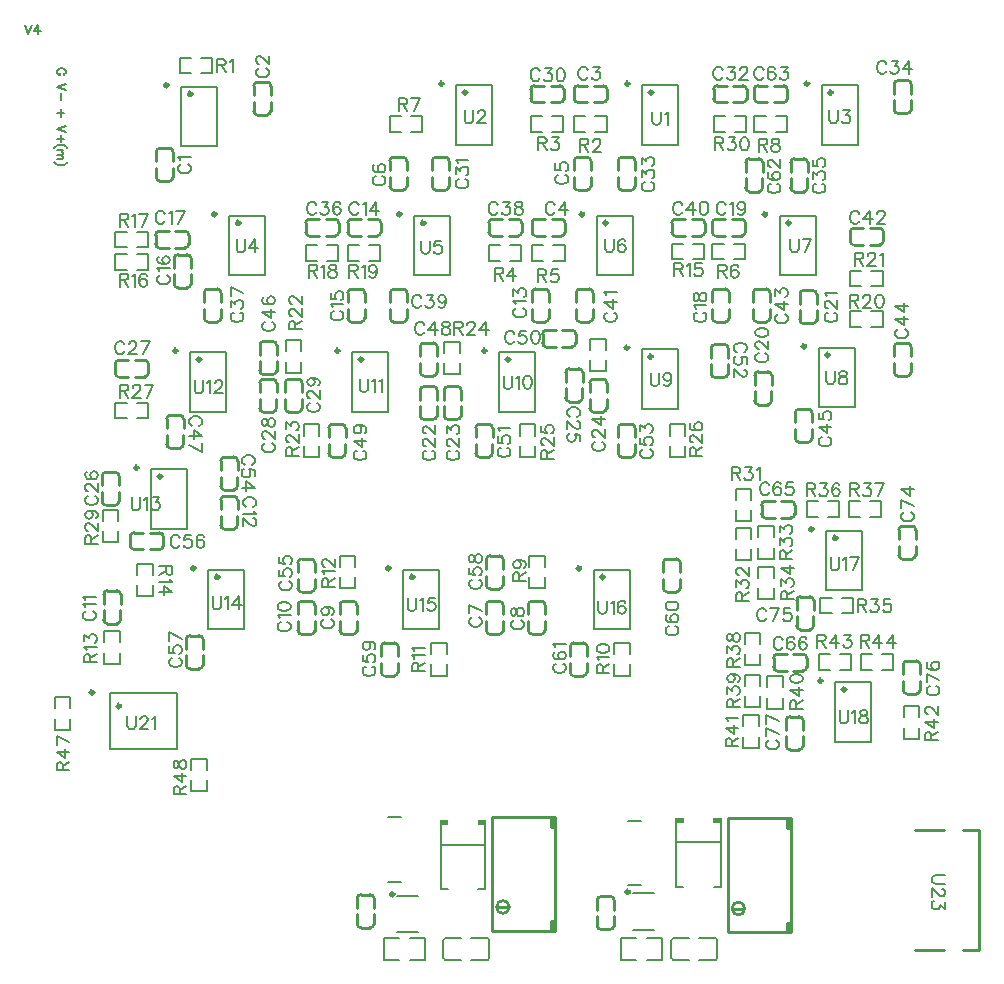
<source format=gto>
G04 Layer: TopSilkscreenLayer*
G04 EasyEDA v6.5.40, 2024-04-23 11:15:46*
G04 c7e9cca6e7fb4e88997dfbcd3db0eb44,2d5800d2cc32464ebd88bb1e24ba3ef2,10*
G04 Gerber Generator version 0.2*
G04 Scale: 100 percent, Rotated: No, Reflected: No *
G04 Dimensions in inches *
G04 leading zeros omitted , absolute positions ,3 integer and 6 decimal *
%FSLAX36Y36*%
%MOIN*%

%ADD10C,0.0080*%
%ADD11C,0.0060*%
%ADD12C,0.0100*%
%ADD13C,0.0060*%
%ADD14C,0.0079*%
%ADD15C,0.0118*%
%ADD16C,0.0109*%

%LPD*%
D10*
X263499Y3704499D02*
G01*
X266199Y3705900D01*
X268899Y3708600D01*
X270300Y3711399D01*
X270300Y3716799D01*
X268899Y3719499D01*
X266199Y3722300D01*
X263499Y3723600D01*
X259400Y3725000D01*
X252500Y3725000D01*
X248499Y3723600D01*
X245700Y3722300D01*
X243000Y3719499D01*
X241599Y3716799D01*
X241599Y3711399D01*
X243000Y3708600D01*
X245700Y3705900D01*
X248499Y3704499D01*
X252500Y3704499D01*
X252500Y3711399D02*
G01*
X252500Y3704499D01*
X270300Y3674499D02*
G01*
X241599Y3663600D01*
X270300Y3652700D02*
G01*
X241599Y3663600D01*
X253899Y3643699D02*
G01*
X253899Y3619200D01*
X266199Y3576900D02*
G01*
X241599Y3576900D01*
X253899Y3589200D02*
G01*
X253899Y3564600D01*
X270300Y3534600D02*
G01*
X241599Y3523699D01*
X270300Y3512800D02*
G01*
X241599Y3523699D01*
X266199Y3491500D02*
G01*
X241599Y3491500D01*
X253899Y3503800D02*
G01*
X253899Y3479299D01*
X275700Y3460700D02*
G01*
X273000Y3463499D01*
X268899Y3466199D01*
X263499Y3468899D01*
X256599Y3470300D01*
X251199Y3470300D01*
X244400Y3468899D01*
X238899Y3466199D01*
X234800Y3463499D01*
X232100Y3460700D01*
X260700Y3451700D02*
G01*
X241599Y3451700D01*
X255300Y3451700D02*
G01*
X259400Y3447600D01*
X260700Y3444899D01*
X260700Y3440799D01*
X259400Y3438099D01*
X255300Y3436700D01*
X241599Y3436700D01*
X255300Y3436700D02*
G01*
X259400Y3432600D01*
X260700Y3429899D01*
X260700Y3425799D01*
X259400Y3423099D01*
X255300Y3421700D01*
X241599Y3421700D01*
X275700Y3412700D02*
G01*
X273000Y3410000D01*
X268899Y3407300D01*
X263499Y3404499D01*
X256599Y3403200D01*
X251199Y3403200D01*
X244400Y3404499D01*
X238899Y3407300D01*
X234800Y3410000D01*
X232100Y3412700D01*
X135000Y3870300D02*
G01*
X145900Y3841599D01*
X156799Y3870300D02*
G01*
X145900Y3841599D01*
X179499Y3870300D02*
G01*
X165799Y3851199D01*
X186300Y3851199D01*
X179499Y3870300D02*
G01*
X179499Y3841599D01*
D11*
X2615699Y2335200D02*
G01*
X2613599Y2339299D01*
X2609499Y2343400D01*
X2605500Y2345399D01*
X2597299Y2345399D01*
X2593199Y2343400D01*
X2589099Y2339299D01*
X2586999Y2335200D01*
X2585000Y2329000D01*
X2585000Y2318800D01*
X2586999Y2312700D01*
X2589099Y2308600D01*
X2593199Y2304499D01*
X2597299Y2302500D01*
X2605500Y2302500D01*
X2609499Y2304499D01*
X2613599Y2308600D01*
X2615699Y2312700D01*
X2653699Y2339299D02*
G01*
X2651700Y2343400D01*
X2645500Y2345399D01*
X2641499Y2345399D01*
X2635299Y2343400D01*
X2631199Y2337199D01*
X2629200Y2326999D01*
X2629200Y2316799D01*
X2631199Y2308600D01*
X2635299Y2304499D01*
X2641499Y2302500D01*
X2643500Y2302500D01*
X2649600Y2304499D01*
X2653699Y2308600D01*
X2655799Y2314699D01*
X2655799Y2316799D01*
X2653699Y2322899D01*
X2649600Y2326999D01*
X2643500Y2329000D01*
X2641499Y2329000D01*
X2635299Y2326999D01*
X2631199Y2322899D01*
X2629200Y2316799D01*
X2693800Y2345399D02*
G01*
X2673400Y2345399D01*
X2671300Y2326999D01*
X2673400Y2329000D01*
X2679499Y2331100D01*
X2685600Y2331100D01*
X2691800Y2329000D01*
X2695900Y2325000D01*
X2697899Y2318800D01*
X2697899Y2314699D01*
X2695900Y2308600D01*
X2691800Y2304499D01*
X2685600Y2302500D01*
X2679499Y2302500D01*
X2673400Y2304499D01*
X2671300Y2306500D01*
X2669300Y2310599D01*
X2660699Y1820199D02*
G01*
X2658599Y1824299D01*
X2654499Y1828400D01*
X2650500Y1830399D01*
X2642299Y1830399D01*
X2638199Y1828400D01*
X2634099Y1824299D01*
X2631999Y1820199D01*
X2630000Y1814000D01*
X2630000Y1803800D01*
X2631999Y1797699D01*
X2634099Y1793600D01*
X2638199Y1789499D01*
X2642299Y1787500D01*
X2650500Y1787500D01*
X2654499Y1789499D01*
X2658599Y1793600D01*
X2660699Y1797699D01*
X2698699Y1824299D02*
G01*
X2696700Y1828400D01*
X2690500Y1830399D01*
X2686499Y1830399D01*
X2680299Y1828400D01*
X2676199Y1822199D01*
X2674200Y1811999D01*
X2674200Y1801799D01*
X2676199Y1793600D01*
X2680299Y1789499D01*
X2686499Y1787500D01*
X2688500Y1787500D01*
X2694600Y1789499D01*
X2698699Y1793600D01*
X2700799Y1799699D01*
X2700799Y1801799D01*
X2698699Y1807899D01*
X2694600Y1811999D01*
X2688500Y1814000D01*
X2686499Y1814000D01*
X2680299Y1811999D01*
X2676199Y1807899D01*
X2674200Y1801799D01*
X2738800Y1824299D02*
G01*
X2736800Y1828400D01*
X2730600Y1830399D01*
X2726499Y1830399D01*
X2720399Y1828400D01*
X2716300Y1822199D01*
X2714300Y1811999D01*
X2714300Y1801799D01*
X2716300Y1793600D01*
X2720399Y1789499D01*
X2726499Y1787500D01*
X2728599Y1787500D01*
X2734700Y1789499D01*
X2738800Y1793600D01*
X2740900Y1799699D01*
X2740900Y1801799D01*
X2738800Y1807899D01*
X2734700Y1811999D01*
X2728599Y1814000D01*
X2726499Y1814000D01*
X2720399Y1811999D01*
X2716300Y1807899D01*
X2714300Y1801799D01*
X3064799Y2245700D02*
G01*
X3060699Y2243600D01*
X3056599Y2239499D01*
X3054600Y2235500D01*
X3054600Y2227300D01*
X3056599Y2223200D01*
X3060699Y2219099D01*
X3064799Y2216999D01*
X3071000Y2215000D01*
X3081199Y2215000D01*
X3087299Y2216999D01*
X3091400Y2219099D01*
X3095500Y2223200D01*
X3097500Y2227300D01*
X3097500Y2235500D01*
X3095500Y2239499D01*
X3091400Y2243600D01*
X3087299Y2245700D01*
X3054600Y2287800D02*
G01*
X3097500Y2267399D01*
X3054600Y2259200D02*
G01*
X3054600Y2287800D01*
X3054600Y2321799D02*
G01*
X3083199Y2301300D01*
X3083199Y2331999D01*
X3054600Y2321799D02*
G01*
X3097500Y2321799D01*
X2605699Y1915199D02*
G01*
X2603599Y1919299D01*
X2599499Y1923400D01*
X2595500Y1925399D01*
X2587299Y1925399D01*
X2583199Y1923400D01*
X2579099Y1919299D01*
X2576999Y1915199D01*
X2575000Y1909000D01*
X2575000Y1898800D01*
X2576999Y1892699D01*
X2579099Y1888600D01*
X2583199Y1884499D01*
X2587299Y1882500D01*
X2595500Y1882500D01*
X2599499Y1884499D01*
X2603599Y1888600D01*
X2605699Y1892699D01*
X2647799Y1925399D02*
G01*
X2627399Y1882500D01*
X2619200Y1925399D02*
G01*
X2647799Y1925399D01*
X2685900Y1925399D02*
G01*
X2665399Y1925399D01*
X2663400Y1906999D01*
X2665399Y1909000D01*
X2671499Y1911100D01*
X2677700Y1911100D01*
X2683800Y1909000D01*
X2687899Y1905000D01*
X2690000Y1898800D01*
X2690000Y1894699D01*
X2687899Y1888600D01*
X2683800Y1884499D01*
X2677700Y1882500D01*
X2671499Y1882500D01*
X2665399Y1884499D01*
X2663400Y1886500D01*
X2661300Y1890599D01*
X3149799Y1665700D02*
G01*
X3145699Y1663600D01*
X3141599Y1659499D01*
X3139600Y1655500D01*
X3139600Y1647300D01*
X3141599Y1643200D01*
X3145699Y1639099D01*
X3149799Y1636999D01*
X3156000Y1635000D01*
X3166199Y1635000D01*
X3172299Y1636999D01*
X3176400Y1639099D01*
X3180500Y1643200D01*
X3182500Y1647300D01*
X3182500Y1655500D01*
X3180500Y1659499D01*
X3176400Y1663600D01*
X3172299Y1665700D01*
X3139600Y1707800D02*
G01*
X3182500Y1687399D01*
X3139600Y1679200D02*
G01*
X3139600Y1707800D01*
X3145699Y1745900D02*
G01*
X3141599Y1743800D01*
X3139600Y1737699D01*
X3139600Y1733600D01*
X3141599Y1727500D01*
X3147799Y1723400D01*
X3158000Y1721300D01*
X3168199Y1721300D01*
X3176400Y1723400D01*
X3180500Y1727500D01*
X3182500Y1733600D01*
X3182500Y1735599D01*
X3180500Y1741799D01*
X3176400Y1745900D01*
X3170299Y1747899D01*
X3168199Y1747899D01*
X3162100Y1745900D01*
X3158000Y1741799D01*
X3156000Y1735599D01*
X3156000Y1733600D01*
X3158000Y1727500D01*
X3162100Y1723400D01*
X3168199Y1721300D01*
X2614799Y1485700D02*
G01*
X2610699Y1483600D01*
X2606599Y1479499D01*
X2604600Y1475500D01*
X2604600Y1467300D01*
X2606599Y1463200D01*
X2610699Y1459099D01*
X2614799Y1456999D01*
X2621000Y1455000D01*
X2631199Y1455000D01*
X2637299Y1456999D01*
X2641400Y1459099D01*
X2645500Y1463200D01*
X2647500Y1467300D01*
X2647500Y1475500D01*
X2645500Y1479499D01*
X2641400Y1483600D01*
X2637299Y1485700D01*
X2604600Y1527800D02*
G01*
X2647500Y1507399D01*
X2604600Y1499200D02*
G01*
X2604600Y1527800D01*
X2604600Y1570000D02*
G01*
X2647500Y1549499D01*
X2604600Y1541300D02*
G01*
X2604600Y1570000D01*
X3200399Y1035000D02*
G01*
X3169700Y1035000D01*
X3163599Y1033000D01*
X3159499Y1028899D01*
X3157500Y1022699D01*
X3157500Y1018600D01*
X3159499Y1012500D01*
X3163599Y1008400D01*
X3169700Y1006399D01*
X3200399Y1006399D01*
X3190200Y990799D02*
G01*
X3192200Y990799D01*
X3196300Y988800D01*
X3198400Y986700D01*
X3200399Y982600D01*
X3200399Y974499D01*
X3198400Y970399D01*
X3196300Y968299D01*
X3192200Y966300D01*
X3188100Y966300D01*
X3183999Y968299D01*
X3177899Y972399D01*
X3157500Y992899D01*
X3157500Y964200D01*
X3200399Y946599D02*
G01*
X3200399Y924099D01*
X3183999Y936399D01*
X3183999Y930300D01*
X3181999Y926199D01*
X3180000Y924099D01*
X3173800Y922100D01*
X3169700Y922100D01*
X3163599Y924099D01*
X3159499Y928200D01*
X3157500Y934400D01*
X3157500Y940500D01*
X3159499Y946599D01*
X3161499Y948699D01*
X3165600Y950700D01*
X2490000Y2395399D02*
G01*
X2490000Y2352500D01*
X2490000Y2395399D02*
G01*
X2508400Y2395399D01*
X2514499Y2393400D01*
X2516599Y2391300D01*
X2518599Y2387199D01*
X2518599Y2383099D01*
X2516599Y2379000D01*
X2514499Y2376999D01*
X2508400Y2375000D01*
X2490000Y2375000D01*
X2504300Y2375000D02*
G01*
X2518599Y2352500D01*
X2536199Y2395399D02*
G01*
X2558699Y2395399D01*
X2546499Y2379000D01*
X2552600Y2379000D01*
X2556700Y2376999D01*
X2558699Y2375000D01*
X2560799Y2368800D01*
X2560799Y2364699D01*
X2558699Y2358600D01*
X2554600Y2354499D01*
X2548500Y2352500D01*
X2542399Y2352500D01*
X2536199Y2354499D01*
X2534200Y2356500D01*
X2532100Y2360599D01*
X2574300Y2387199D02*
G01*
X2578400Y2389299D01*
X2584499Y2395399D01*
X2584499Y2352500D01*
X2740000Y2342557D02*
G01*
X2740000Y2299657D01*
X2740000Y2342557D02*
G01*
X2758400Y2342557D01*
X2764499Y2340558D01*
X2766599Y2338458D01*
X2768599Y2334358D01*
X2768599Y2330257D01*
X2766599Y2326158D01*
X2764499Y2324158D01*
X2758400Y2322157D01*
X2740000Y2322157D01*
X2754300Y2322157D02*
G01*
X2768599Y2299657D01*
X2786199Y2342557D02*
G01*
X2808699Y2342557D01*
X2796499Y2326158D01*
X2802600Y2326158D01*
X2806700Y2324158D01*
X2808699Y2322157D01*
X2810799Y2315958D01*
X2810799Y2311858D01*
X2808699Y2305758D01*
X2804600Y2301658D01*
X2798500Y2299657D01*
X2792399Y2299657D01*
X2786199Y2301658D01*
X2784200Y2303658D01*
X2782100Y2307757D01*
X2848800Y2336457D02*
G01*
X2846800Y2340558D01*
X2840600Y2342557D01*
X2836499Y2342557D01*
X2830399Y2340558D01*
X2826300Y2334358D01*
X2824300Y2324158D01*
X2824300Y2313957D01*
X2826300Y2305758D01*
X2830399Y2301658D01*
X2836499Y2299657D01*
X2838599Y2299657D01*
X2844700Y2301658D01*
X2848800Y2305758D01*
X2850900Y2311858D01*
X2850900Y2313957D01*
X2848800Y2320057D01*
X2844700Y2324158D01*
X2838599Y2326158D01*
X2836499Y2326158D01*
X2830399Y2324158D01*
X2826300Y2320057D01*
X2824300Y2313957D01*
X2885000Y2342557D02*
G01*
X2885000Y2299657D01*
X2885000Y2342557D02*
G01*
X2903400Y2342557D01*
X2909499Y2340558D01*
X2911599Y2338458D01*
X2913599Y2334358D01*
X2913599Y2330257D01*
X2911599Y2326158D01*
X2909499Y2324158D01*
X2903400Y2322157D01*
X2885000Y2322157D01*
X2899300Y2322157D02*
G01*
X2913599Y2299657D01*
X2931199Y2342557D02*
G01*
X2953699Y2342557D01*
X2941499Y2326158D01*
X2947600Y2326158D01*
X2951700Y2324158D01*
X2953699Y2322157D01*
X2955799Y2315958D01*
X2955799Y2311858D01*
X2953699Y2305758D01*
X2949600Y2301658D01*
X2943500Y2299657D01*
X2937399Y2299657D01*
X2931199Y2301658D01*
X2929200Y2303658D01*
X2927100Y2307757D01*
X2997899Y2342557D02*
G01*
X2977500Y2299657D01*
X2969300Y2342557D02*
G01*
X2997899Y2342557D01*
X2474600Y1730000D02*
G01*
X2517500Y1730000D01*
X2474600Y1730000D02*
G01*
X2474600Y1748400D01*
X2476599Y1754499D01*
X2478699Y1756599D01*
X2482799Y1758600D01*
X2486899Y1758600D01*
X2491000Y1756599D01*
X2493000Y1754499D01*
X2495000Y1748400D01*
X2495000Y1730000D01*
X2495000Y1744299D02*
G01*
X2517500Y1758600D01*
X2474600Y1776199D02*
G01*
X2474600Y1798699D01*
X2491000Y1786500D01*
X2491000Y1792600D01*
X2493000Y1796700D01*
X2495000Y1798699D01*
X2501199Y1800799D01*
X2505299Y1800799D01*
X2511400Y1798699D01*
X2515500Y1794600D01*
X2517500Y1788499D01*
X2517500Y1782399D01*
X2515500Y1776199D01*
X2513500Y1774200D01*
X2509399Y1772100D01*
X2474600Y1824499D02*
G01*
X2476599Y1818400D01*
X2480699Y1816300D01*
X2484799Y1816300D01*
X2488900Y1818400D01*
X2491000Y1822500D01*
X2493000Y1830599D01*
X2495000Y1836799D01*
X2499099Y1840900D01*
X2503199Y1842899D01*
X2509399Y1842899D01*
X2513500Y1840900D01*
X2515500Y1838800D01*
X2517500Y1832699D01*
X2517500Y1824499D01*
X2515500Y1818400D01*
X2513500Y1816300D01*
X2509399Y1814299D01*
X2503199Y1814299D01*
X2499099Y1816300D01*
X2495000Y1820399D01*
X2493000Y1826500D01*
X2491000Y1834699D01*
X2488900Y1838800D01*
X2484799Y1840900D01*
X2480699Y1840900D01*
X2476599Y1838800D01*
X2474600Y1832699D01*
X2474600Y1824499D01*
X2920000Y1837557D02*
G01*
X2920000Y1794657D01*
X2920000Y1837557D02*
G01*
X2938400Y1837557D01*
X2944499Y1835558D01*
X2946599Y1833458D01*
X2948599Y1829358D01*
X2948599Y1825257D01*
X2946599Y1821158D01*
X2944499Y1819158D01*
X2938400Y1817157D01*
X2920000Y1817157D01*
X2934300Y1817157D02*
G01*
X2948599Y1794657D01*
X2982600Y1837557D02*
G01*
X2962100Y1808957D01*
X2992799Y1808957D01*
X2982600Y1837557D02*
G01*
X2982600Y1794657D01*
X3026800Y1837557D02*
G01*
X3006300Y1808957D01*
X3036999Y1808957D01*
X3026800Y1837557D02*
G01*
X3026800Y1794657D01*
X1465703Y2870200D02*
G01*
X1463603Y2874299D01*
X1459503Y2878400D01*
X1455504Y2880399D01*
X1447304Y2880399D01*
X1443203Y2878400D01*
X1439103Y2874299D01*
X1437003Y2870200D01*
X1435003Y2864000D01*
X1435003Y2853800D01*
X1437003Y2847700D01*
X1439103Y2843600D01*
X1443203Y2839499D01*
X1447304Y2837500D01*
X1455504Y2837500D01*
X1459503Y2839499D01*
X1463603Y2843600D01*
X1465703Y2847700D01*
X1499603Y2880399D02*
G01*
X1479203Y2851799D01*
X1509903Y2851799D01*
X1499603Y2880399D02*
G01*
X1499603Y2837500D01*
X1533603Y2880399D02*
G01*
X1527503Y2878400D01*
X1525403Y2874299D01*
X1525403Y2870200D01*
X1527503Y2866100D01*
X1531504Y2864000D01*
X1539704Y2861999D01*
X1545904Y2860000D01*
X1550003Y2855900D01*
X1552003Y2851799D01*
X1552003Y2845599D01*
X1550003Y2841500D01*
X1547903Y2839499D01*
X1541804Y2837500D01*
X1533603Y2837500D01*
X1527503Y2839499D01*
X1525403Y2841500D01*
X1523404Y2845599D01*
X1523404Y2851799D01*
X1525403Y2855900D01*
X1529503Y2860000D01*
X1535604Y2861999D01*
X1543804Y2864000D01*
X1547903Y2866100D01*
X1550003Y2870200D01*
X1550003Y2874299D01*
X1547903Y2878400D01*
X1541804Y2880399D01*
X1533603Y2880399D01*
X1765703Y2840200D02*
G01*
X1763603Y2844299D01*
X1759503Y2848400D01*
X1755504Y2850399D01*
X1747304Y2850399D01*
X1743203Y2848400D01*
X1739103Y2844299D01*
X1737003Y2840200D01*
X1735003Y2834000D01*
X1735003Y2823800D01*
X1737003Y2817700D01*
X1739103Y2813600D01*
X1743203Y2809499D01*
X1747304Y2807500D01*
X1755504Y2807500D01*
X1759503Y2809499D01*
X1763603Y2813600D01*
X1765703Y2817700D01*
X1803703Y2850399D02*
G01*
X1783303Y2850399D01*
X1781203Y2831999D01*
X1783303Y2834000D01*
X1789404Y2836100D01*
X1795504Y2836100D01*
X1801703Y2834000D01*
X1805803Y2830000D01*
X1807803Y2823800D01*
X1807803Y2819699D01*
X1805803Y2813600D01*
X1801703Y2809499D01*
X1795504Y2807500D01*
X1789404Y2807500D01*
X1783303Y2809499D01*
X1781203Y2811500D01*
X1779203Y2815599D01*
X1833603Y2850399D02*
G01*
X1827503Y2848400D01*
X1823404Y2842199D01*
X1821304Y2831999D01*
X1821304Y2825900D01*
X1823404Y2815599D01*
X1827503Y2809499D01*
X1833603Y2807500D01*
X1837704Y2807500D01*
X1843804Y2809499D01*
X1847903Y2815599D01*
X1850003Y2825900D01*
X1850003Y2831999D01*
X1847903Y2842199D01*
X1843804Y2848400D01*
X1837704Y2850399D01*
X1833603Y2850399D01*
X2039600Y1710996D02*
G01*
X2082500Y1710996D01*
X2039600Y1710996D02*
G01*
X2039600Y1729396D01*
X2041599Y1735495D01*
X2043699Y1737595D01*
X2047799Y1739596D01*
X2051899Y1739596D01*
X2056000Y1737595D01*
X2058000Y1735495D01*
X2060000Y1729396D01*
X2060000Y1710996D01*
X2060000Y1725295D02*
G01*
X2082500Y1739596D01*
X2047799Y1753096D02*
G01*
X2045699Y1757195D01*
X2039600Y1763395D01*
X2082500Y1763395D01*
X2039600Y1789095D02*
G01*
X2041599Y1782995D01*
X2047799Y1778895D01*
X2058000Y1776896D01*
X2064099Y1776896D01*
X2074399Y1778895D01*
X2080500Y1782995D01*
X2082500Y1789095D01*
X2082500Y1793195D01*
X2080500Y1799396D01*
X2074399Y1803496D01*
X2064099Y1805495D01*
X2058000Y1805495D01*
X2047799Y1803496D01*
X2041599Y1799396D01*
X2039600Y1793195D01*
X2039600Y1789095D01*
X1424600Y1715997D02*
G01*
X1467500Y1715997D01*
X1424600Y1715997D02*
G01*
X1424600Y1734396D01*
X1426599Y1740497D01*
X1428699Y1742597D01*
X1432799Y1744596D01*
X1436899Y1744596D01*
X1441000Y1742597D01*
X1443000Y1740497D01*
X1445000Y1734396D01*
X1445000Y1715997D01*
X1445000Y1730297D02*
G01*
X1467500Y1744596D01*
X1432799Y1758096D02*
G01*
X1430699Y1762197D01*
X1424600Y1768397D01*
X1467500Y1768397D01*
X1432799Y1781896D02*
G01*
X1430699Y1785997D01*
X1424600Y1792096D01*
X1467500Y1792096D01*
X625403Y2064998D02*
G01*
X582503Y2064998D01*
X625403Y2064998D02*
G01*
X625403Y2046599D01*
X623402Y2040498D01*
X621302Y2038398D01*
X617202Y2036399D01*
X613103Y2036399D01*
X609002Y2038398D01*
X607002Y2040498D01*
X605003Y2046599D01*
X605003Y2064998D01*
X605003Y2050698D02*
G01*
X582503Y2036399D01*
X617202Y2022899D02*
G01*
X619302Y2018798D01*
X625403Y2012599D01*
X582503Y2012599D01*
X625403Y1978699D02*
G01*
X596802Y1999099D01*
X596802Y1968499D01*
X625403Y1978699D02*
G01*
X582503Y1978699D01*
X1854600Y2424198D02*
G01*
X1897500Y2424198D01*
X1854600Y2424198D02*
G01*
X1854600Y2442597D01*
X1856599Y2448697D01*
X1858699Y2450798D01*
X1862799Y2452797D01*
X1866899Y2452797D01*
X1871000Y2450798D01*
X1873000Y2448697D01*
X1875000Y2442597D01*
X1875000Y2424198D01*
X1875000Y2438497D02*
G01*
X1897500Y2452797D01*
X1864799Y2468398D02*
G01*
X1862799Y2468398D01*
X1858699Y2470398D01*
X1856599Y2472498D01*
X1854600Y2476597D01*
X1854600Y2484697D01*
X1856599Y2488798D01*
X1858699Y2490898D01*
X1862799Y2492898D01*
X1866899Y2492898D01*
X1871000Y2490898D01*
X1877100Y2486797D01*
X1897500Y2466298D01*
X1897500Y2494998D01*
X1854600Y2532997D02*
G01*
X1854600Y2512597D01*
X1873000Y2510497D01*
X1871000Y2512597D01*
X1868900Y2518697D01*
X1868900Y2524798D01*
X1871000Y2530997D01*
X1875000Y2535097D01*
X1881199Y2537098D01*
X1885299Y2537098D01*
X1891400Y2535097D01*
X1895500Y2530997D01*
X1897500Y2524798D01*
X1897500Y2518697D01*
X1895500Y2512597D01*
X1893500Y2510497D01*
X1889399Y2508497D01*
X2349600Y2434198D02*
G01*
X2392500Y2434198D01*
X2349600Y2434198D02*
G01*
X2349600Y2452597D01*
X2351599Y2458697D01*
X2353699Y2460798D01*
X2357799Y2462797D01*
X2361899Y2462797D01*
X2366000Y2460798D01*
X2368000Y2458697D01*
X2370000Y2452597D01*
X2370000Y2434198D01*
X2370000Y2448497D02*
G01*
X2392500Y2462797D01*
X2359799Y2478398D02*
G01*
X2357799Y2478398D01*
X2353699Y2480398D01*
X2351599Y2482498D01*
X2349600Y2486597D01*
X2349600Y2494697D01*
X2351599Y2498798D01*
X2353699Y2500898D01*
X2357799Y2502898D01*
X2361899Y2502898D01*
X2366000Y2500898D01*
X2372100Y2496797D01*
X2392500Y2476298D01*
X2392500Y2504998D01*
X2355699Y2542997D02*
G01*
X2351599Y2540997D01*
X2349600Y2534798D01*
X2349600Y2530698D01*
X2351599Y2524598D01*
X2357799Y2520497D01*
X2368000Y2518497D01*
X2378199Y2518497D01*
X2386400Y2520497D01*
X2390500Y2524598D01*
X2392500Y2530698D01*
X2392500Y2532797D01*
X2390500Y2538897D01*
X2386400Y2542997D01*
X2380299Y2545097D01*
X2378199Y2545097D01*
X2372100Y2542997D01*
X2368000Y2538897D01*
X2366000Y2532797D01*
X2366000Y2530698D01*
X2368000Y2524598D01*
X2372100Y2520497D01*
X2378199Y2518497D01*
X654800Y3405704D02*
G01*
X650700Y3403604D01*
X646599Y3399504D01*
X644600Y3395504D01*
X644600Y3387303D01*
X646599Y3383204D01*
X650700Y3379104D01*
X654800Y3377004D01*
X660999Y3375003D01*
X671199Y3375003D01*
X677300Y3377004D01*
X681399Y3379104D01*
X685500Y3383204D01*
X687500Y3387303D01*
X687500Y3395504D01*
X685500Y3399504D01*
X681399Y3403604D01*
X677300Y3405704D01*
X652800Y3419203D02*
G01*
X650700Y3423303D01*
X644600Y3429403D01*
X687500Y3429403D01*
X914799Y3725704D02*
G01*
X910699Y3723604D01*
X906599Y3719504D01*
X904600Y3715504D01*
X904600Y3707303D01*
X906599Y3703204D01*
X910699Y3699104D01*
X914799Y3697004D01*
X921000Y3695003D01*
X931199Y3695003D01*
X937299Y3697004D01*
X941400Y3699104D01*
X945500Y3703204D01*
X947500Y3707303D01*
X947500Y3715504D01*
X945500Y3719504D01*
X941400Y3723604D01*
X937299Y3725704D01*
X914799Y3741203D02*
G01*
X912799Y3741203D01*
X908699Y3743303D01*
X906599Y3745304D01*
X904600Y3749403D01*
X904600Y3757604D01*
X906599Y3761703D01*
X908699Y3763703D01*
X912799Y3765803D01*
X916899Y3765803D01*
X921000Y3763703D01*
X927100Y3759603D01*
X947500Y3739203D01*
X947500Y3767804D01*
X2010092Y3720200D02*
G01*
X2007992Y3724299D01*
X2003892Y3728400D01*
X1999893Y3730399D01*
X1991692Y3730399D01*
X1987592Y3728400D01*
X1983492Y3724299D01*
X1981392Y3720200D01*
X1979393Y3714000D01*
X1979393Y3703800D01*
X1981392Y3697700D01*
X1983492Y3693600D01*
X1987592Y3689499D01*
X1991692Y3687500D01*
X1999893Y3687500D01*
X2003892Y3689499D01*
X2007992Y3693600D01*
X2010092Y3697700D01*
X2027692Y3730399D02*
G01*
X2050192Y3730399D01*
X2037893Y3714000D01*
X2043993Y3714000D01*
X2048092Y3711999D01*
X2050192Y3710000D01*
X2052192Y3703800D01*
X2052192Y3699699D01*
X2050192Y3693600D01*
X2046093Y3689499D01*
X2039893Y3687500D01*
X2033792Y3687500D01*
X2027692Y3689499D01*
X2025592Y3691500D01*
X2023593Y3695599D01*
X1912632Y3370704D02*
G01*
X1908531Y3368604D01*
X1904431Y3364504D01*
X1902431Y3360504D01*
X1902431Y3352303D01*
X1904431Y3348204D01*
X1908531Y3344104D01*
X1912632Y3342004D01*
X1918832Y3340003D01*
X1929031Y3340003D01*
X1935132Y3342004D01*
X1939232Y3344104D01*
X1943332Y3348204D01*
X1945331Y3352303D01*
X1945331Y3360504D01*
X1943332Y3364504D01*
X1939232Y3368604D01*
X1935132Y3370704D01*
X1902431Y3408703D02*
G01*
X1902431Y3388303D01*
X1920832Y3386203D01*
X1918832Y3388303D01*
X1916732Y3394403D01*
X1916732Y3400504D01*
X1918832Y3406703D01*
X1922831Y3410803D01*
X1929031Y3412804D01*
X1933131Y3412804D01*
X1939232Y3410803D01*
X1943332Y3406703D01*
X1945331Y3400504D01*
X1945331Y3394403D01*
X1943332Y3388303D01*
X1941332Y3386203D01*
X1937232Y3384203D01*
X1625015Y1895088D02*
G01*
X1620915Y1892988D01*
X1616814Y1888888D01*
X1614814Y1884888D01*
X1614814Y1876689D01*
X1616814Y1872588D01*
X1620915Y1868488D01*
X1625015Y1866388D01*
X1631215Y1864389D01*
X1641414Y1864389D01*
X1647515Y1866388D01*
X1651615Y1868488D01*
X1655715Y1872588D01*
X1657714Y1876689D01*
X1657714Y1884888D01*
X1655715Y1888888D01*
X1651615Y1892988D01*
X1647515Y1895088D01*
X1614814Y1937188D02*
G01*
X1657714Y1916788D01*
X1614814Y1908589D02*
G01*
X1614814Y1937188D01*
X1764799Y1885698D02*
G01*
X1760699Y1883598D01*
X1756599Y1879499D01*
X1754600Y1875498D01*
X1754600Y1867298D01*
X1756599Y1863198D01*
X1760699Y1859099D01*
X1764799Y1856999D01*
X1771000Y1854998D01*
X1781199Y1854998D01*
X1787299Y1856999D01*
X1791400Y1859099D01*
X1795500Y1863198D01*
X1797500Y1867298D01*
X1797500Y1875498D01*
X1795500Y1879499D01*
X1791400Y1883598D01*
X1787299Y1885698D01*
X1754600Y1909398D02*
G01*
X1756599Y1903299D01*
X1760699Y1901199D01*
X1764799Y1901199D01*
X1768900Y1903299D01*
X1771000Y1907399D01*
X1773000Y1915498D01*
X1775000Y1921698D01*
X1779099Y1925799D01*
X1783199Y1927799D01*
X1789399Y1927799D01*
X1793500Y1925799D01*
X1795500Y1923699D01*
X1797500Y1917599D01*
X1797500Y1909398D01*
X1795500Y1903299D01*
X1793500Y1901199D01*
X1789399Y1899198D01*
X1783199Y1899198D01*
X1779099Y1901199D01*
X1775000Y1905299D01*
X1773000Y1911498D01*
X1771000Y1919598D01*
X1768900Y1923699D01*
X1764799Y1925799D01*
X1760699Y1925799D01*
X1756599Y1923699D01*
X1754600Y1917599D01*
X1754600Y1909398D01*
X1131962Y1889484D02*
G01*
X1127862Y1887384D01*
X1123762Y1883283D01*
X1121763Y1879283D01*
X1121763Y1871084D01*
X1123762Y1866984D01*
X1127862Y1862883D01*
X1131962Y1860783D01*
X1138163Y1858784D01*
X1148362Y1858784D01*
X1154462Y1860783D01*
X1158563Y1862883D01*
X1162663Y1866984D01*
X1164663Y1871084D01*
X1164663Y1879283D01*
X1162663Y1883283D01*
X1158563Y1887384D01*
X1154462Y1889484D01*
X1136063Y1929583D02*
G01*
X1142163Y1927483D01*
X1146262Y1923384D01*
X1148362Y1917283D01*
X1148362Y1915284D01*
X1146262Y1909083D01*
X1142163Y1904983D01*
X1136063Y1902984D01*
X1134062Y1902984D01*
X1127862Y1904983D01*
X1123762Y1909083D01*
X1121763Y1915284D01*
X1121763Y1917283D01*
X1123762Y1923384D01*
X1127862Y1927483D01*
X1136063Y1929583D01*
X1146262Y1929583D01*
X1156562Y1927483D01*
X1162663Y1923384D01*
X1164663Y1917283D01*
X1164663Y1913184D01*
X1162663Y1907083D01*
X1158563Y1904983D01*
X986966Y1879484D02*
G01*
X982866Y1877384D01*
X978765Y1873283D01*
X976765Y1869283D01*
X976765Y1861084D01*
X978765Y1856984D01*
X982866Y1852883D01*
X986966Y1850783D01*
X993166Y1848784D01*
X1003365Y1848784D01*
X1009466Y1850783D01*
X1013566Y1852883D01*
X1017665Y1856984D01*
X1019665Y1861084D01*
X1019665Y1869283D01*
X1017665Y1873283D01*
X1013566Y1877384D01*
X1009466Y1879484D01*
X984966Y1892984D02*
G01*
X982866Y1897083D01*
X976765Y1903184D01*
X1019665Y1903184D01*
X976765Y1928984D02*
G01*
X978765Y1922784D01*
X984966Y1918784D01*
X995165Y1916684D01*
X1001265Y1916684D01*
X1011566Y1918784D01*
X1017665Y1922784D01*
X1019665Y1928984D01*
X1019665Y1933083D01*
X1017665Y1939184D01*
X1011566Y1943283D01*
X1001265Y1945284D01*
X995165Y1945284D01*
X984966Y1943283D01*
X978765Y1939184D01*
X976765Y1933083D01*
X976765Y1928984D01*
X337636Y1916314D02*
G01*
X333537Y1914214D01*
X329436Y1910113D01*
X327436Y1906113D01*
X327436Y1897914D01*
X329436Y1893814D01*
X333537Y1889713D01*
X337636Y1887613D01*
X343836Y1885614D01*
X354036Y1885614D01*
X360136Y1887613D01*
X364236Y1889713D01*
X368337Y1893814D01*
X370336Y1897914D01*
X370336Y1906113D01*
X368337Y1910113D01*
X364236Y1914214D01*
X360136Y1916314D01*
X335637Y1929814D02*
G01*
X333537Y1933913D01*
X327436Y1940014D01*
X370336Y1940014D01*
X335637Y1953514D02*
G01*
X333537Y1957613D01*
X327436Y1963714D01*
X370336Y1963714D01*
X895204Y2264295D02*
G01*
X899305Y2266395D01*
X903405Y2270495D01*
X905405Y2274495D01*
X905405Y2282696D01*
X903405Y2286795D01*
X899305Y2290895D01*
X895204Y2292995D01*
X889004Y2294996D01*
X878805Y2294996D01*
X872704Y2292995D01*
X868604Y2290895D01*
X864504Y2286795D01*
X862505Y2282696D01*
X862505Y2274495D01*
X864504Y2270495D01*
X868604Y2266395D01*
X872704Y2264295D01*
X897205Y2250796D02*
G01*
X899305Y2246696D01*
X905405Y2240596D01*
X862505Y2240596D01*
X895204Y2224996D02*
G01*
X897205Y2224996D01*
X901305Y2222995D01*
X903405Y2220996D01*
X905405Y2216896D01*
X905405Y2208696D01*
X903405Y2204596D01*
X901305Y2202496D01*
X897205Y2200495D01*
X893104Y2200495D01*
X889004Y2202496D01*
X882905Y2206595D01*
X862505Y2227096D01*
X862505Y2198496D01*
X1469799Y2450704D02*
G01*
X1465699Y2448604D01*
X1461599Y2444504D01*
X1459600Y2440504D01*
X1459600Y2432303D01*
X1461599Y2428204D01*
X1465699Y2424104D01*
X1469799Y2422004D01*
X1476000Y2420003D01*
X1486199Y2420003D01*
X1492299Y2422004D01*
X1496400Y2424104D01*
X1500500Y2428204D01*
X1502500Y2432303D01*
X1502500Y2440504D01*
X1500500Y2444504D01*
X1496400Y2448604D01*
X1492299Y2450704D01*
X1469799Y2466203D02*
G01*
X1467799Y2466203D01*
X1463699Y2468303D01*
X1461599Y2470304D01*
X1459600Y2474403D01*
X1459600Y2482604D01*
X1461599Y2486703D01*
X1463699Y2488703D01*
X1467799Y2490803D01*
X1471899Y2490803D01*
X1476000Y2488703D01*
X1482100Y2484603D01*
X1502500Y2464203D01*
X1502500Y2492804D01*
X1469799Y2508404D02*
G01*
X1467799Y2508404D01*
X1463699Y2510403D01*
X1461599Y2512503D01*
X1459600Y2516504D01*
X1459600Y2524704D01*
X1461599Y2528804D01*
X1463699Y2530904D01*
X1467799Y2532903D01*
X1471899Y2532903D01*
X1476000Y2530904D01*
X1482100Y2526804D01*
X1502500Y2506304D01*
X1502500Y2535003D01*
X1549799Y2450704D02*
G01*
X1545699Y2448604D01*
X1541599Y2444504D01*
X1539600Y2440504D01*
X1539600Y2432303D01*
X1541599Y2428204D01*
X1545699Y2424104D01*
X1549799Y2422004D01*
X1556000Y2420003D01*
X1566199Y2420003D01*
X1572299Y2422004D01*
X1576400Y2424104D01*
X1580500Y2428204D01*
X1582500Y2432303D01*
X1582500Y2440504D01*
X1580500Y2444504D01*
X1576400Y2448604D01*
X1572299Y2450704D01*
X1549799Y2466203D02*
G01*
X1547799Y2466203D01*
X1543699Y2468303D01*
X1541599Y2470304D01*
X1539600Y2474403D01*
X1539600Y2482604D01*
X1541599Y2486703D01*
X1543699Y2488703D01*
X1547799Y2490803D01*
X1551899Y2490803D01*
X1556000Y2488703D01*
X1562100Y2484603D01*
X1582500Y2464203D01*
X1582500Y2492804D01*
X1539600Y2510403D02*
G01*
X1539600Y2532903D01*
X1556000Y2520603D01*
X1556000Y2526804D01*
X1558000Y2530904D01*
X1560000Y2532903D01*
X1566199Y2535003D01*
X1570299Y2535003D01*
X1576400Y2532903D01*
X1580500Y2528804D01*
X1582500Y2522703D01*
X1582500Y2516504D01*
X1580500Y2510403D01*
X1578500Y2508404D01*
X1574399Y2506304D01*
X2034799Y2480704D02*
G01*
X2030699Y2478604D01*
X2026599Y2474504D01*
X2024600Y2470504D01*
X2024600Y2462303D01*
X2026599Y2458204D01*
X2030699Y2454104D01*
X2034799Y2452004D01*
X2041000Y2450003D01*
X2051199Y2450003D01*
X2057299Y2452004D01*
X2061400Y2454104D01*
X2065500Y2458204D01*
X2067500Y2462303D01*
X2067500Y2470504D01*
X2065500Y2474504D01*
X2061400Y2478604D01*
X2057299Y2480704D01*
X2034799Y2496203D02*
G01*
X2032799Y2496203D01*
X2028699Y2498303D01*
X2026599Y2500304D01*
X2024600Y2504403D01*
X2024600Y2512604D01*
X2026599Y2516703D01*
X2028699Y2518703D01*
X2032799Y2520803D01*
X2036899Y2520803D01*
X2041000Y2518703D01*
X2047100Y2514603D01*
X2067500Y2494203D01*
X2067500Y2522804D01*
X2024600Y2556804D02*
G01*
X2053199Y2536304D01*
X2053199Y2567004D01*
X2024600Y2556804D02*
G01*
X2067500Y2556804D01*
X1975200Y2564295D02*
G01*
X1979300Y2566395D01*
X1983400Y2570495D01*
X1985399Y2574495D01*
X1985399Y2582696D01*
X1983400Y2586795D01*
X1979300Y2590895D01*
X1975200Y2592995D01*
X1968999Y2594996D01*
X1958800Y2594996D01*
X1952700Y2592995D01*
X1948599Y2590895D01*
X1944499Y2586795D01*
X1942500Y2582696D01*
X1942500Y2574495D01*
X1944499Y2570495D01*
X1948599Y2566395D01*
X1952700Y2564295D01*
X1975200Y2548796D02*
G01*
X1977200Y2548796D01*
X1981300Y2546696D01*
X1983400Y2544695D01*
X1985399Y2540596D01*
X1985399Y2532395D01*
X1983400Y2528296D01*
X1981300Y2526296D01*
X1977200Y2524196D01*
X1973100Y2524196D01*
X1968999Y2526296D01*
X1962899Y2530396D01*
X1942500Y2550796D01*
X1942500Y2522195D01*
X1985399Y2484095D02*
G01*
X1985399Y2504596D01*
X1966999Y2506595D01*
X1968999Y2504596D01*
X1971099Y2498496D01*
X1971099Y2492296D01*
X1968999Y2486196D01*
X1965000Y2482096D01*
X1958800Y2479996D01*
X1954700Y2479996D01*
X1948599Y2482096D01*
X1944499Y2486196D01*
X1942500Y2492296D01*
X1942500Y2498496D01*
X1944499Y2504596D01*
X1946499Y2506595D01*
X1950600Y2508696D01*
X344800Y2300511D02*
G01*
X340700Y2298411D01*
X336599Y2294310D01*
X334600Y2290311D01*
X334600Y2282111D01*
X336599Y2278011D01*
X340700Y2273910D01*
X344800Y2271810D01*
X350999Y2269810D01*
X361199Y2269810D01*
X367300Y2271810D01*
X371399Y2273910D01*
X375500Y2278011D01*
X377500Y2282111D01*
X377500Y2290311D01*
X375500Y2294310D01*
X371399Y2298411D01*
X367300Y2300511D01*
X344800Y2316010D02*
G01*
X342800Y2316010D01*
X338699Y2318110D01*
X336599Y2320111D01*
X334600Y2324211D01*
X334600Y2332411D01*
X336599Y2336511D01*
X338699Y2338510D01*
X342800Y2340610D01*
X346900Y2340610D01*
X350999Y2338510D01*
X357100Y2334411D01*
X377500Y2314011D01*
X377500Y2342611D01*
X340700Y2380711D02*
G01*
X336599Y2378611D01*
X334600Y2372510D01*
X334600Y2368411D01*
X336599Y2362310D01*
X342800Y2358211D01*
X353000Y2356111D01*
X363200Y2356111D01*
X371399Y2358211D01*
X375500Y2362310D01*
X377500Y2368411D01*
X377500Y2370410D01*
X375500Y2376610D01*
X371399Y2380711D01*
X365300Y2382710D01*
X363200Y2382710D01*
X357100Y2380711D01*
X353000Y2376610D01*
X350999Y2370410D01*
X350999Y2368411D01*
X353000Y2362310D01*
X357100Y2358211D01*
X363200Y2356111D01*
X465704Y2805200D02*
G01*
X463604Y2809299D01*
X459504Y2813400D01*
X455504Y2815399D01*
X447303Y2815399D01*
X443204Y2813400D01*
X439104Y2809299D01*
X437004Y2805200D01*
X435003Y2799000D01*
X435003Y2788800D01*
X437004Y2782700D01*
X439104Y2778600D01*
X443204Y2774499D01*
X447303Y2772500D01*
X455504Y2772500D01*
X459504Y2774499D01*
X463604Y2778600D01*
X465704Y2782700D01*
X481203Y2805200D02*
G01*
X481203Y2807199D01*
X483303Y2811300D01*
X485304Y2813400D01*
X489403Y2815399D01*
X497604Y2815399D01*
X501703Y2813400D01*
X503703Y2811300D01*
X505803Y2807199D01*
X505803Y2803099D01*
X503703Y2799000D01*
X499603Y2792899D01*
X479203Y2772500D01*
X507804Y2772500D01*
X550003Y2815399D02*
G01*
X529504Y2772500D01*
X521304Y2815399D02*
G01*
X550003Y2815399D01*
X934799Y2475704D02*
G01*
X930699Y2473604D01*
X926599Y2469504D01*
X924600Y2465504D01*
X924600Y2457303D01*
X926599Y2453204D01*
X930699Y2449104D01*
X934799Y2447004D01*
X941000Y2445003D01*
X951199Y2445003D01*
X957299Y2447004D01*
X961400Y2449104D01*
X965500Y2453204D01*
X967500Y2457303D01*
X967500Y2465504D01*
X965500Y2469504D01*
X961400Y2473604D01*
X957299Y2475704D01*
X934799Y2491203D02*
G01*
X932799Y2491203D01*
X928699Y2493303D01*
X926599Y2495304D01*
X924600Y2499403D01*
X924600Y2507604D01*
X926599Y2511703D01*
X928699Y2513703D01*
X932799Y2515803D01*
X936899Y2515803D01*
X941000Y2513703D01*
X947100Y2509603D01*
X967500Y2489203D01*
X967500Y2517804D01*
X924600Y2541504D02*
G01*
X926599Y2535403D01*
X930699Y2533404D01*
X934799Y2533404D01*
X938900Y2535403D01*
X941000Y2539504D01*
X943000Y2547703D01*
X945000Y2553804D01*
X949099Y2557903D01*
X953199Y2560003D01*
X959399Y2560003D01*
X963500Y2557903D01*
X965500Y2555904D01*
X967500Y2549704D01*
X967500Y2541504D01*
X965500Y2535403D01*
X963500Y2533404D01*
X959399Y2531304D01*
X953199Y2531304D01*
X949099Y2533404D01*
X945000Y2537503D01*
X943000Y2543604D01*
X941000Y2551804D01*
X938900Y2555904D01*
X934799Y2557903D01*
X930699Y2557903D01*
X926599Y2555904D01*
X924600Y2549704D01*
X924600Y2541504D01*
X1084799Y2610704D02*
G01*
X1080699Y2608604D01*
X1076599Y2604504D01*
X1074600Y2600504D01*
X1074600Y2592303D01*
X1076599Y2588204D01*
X1080699Y2584104D01*
X1084799Y2582004D01*
X1091000Y2580003D01*
X1101199Y2580003D01*
X1107299Y2582004D01*
X1111400Y2584104D01*
X1115500Y2588204D01*
X1117500Y2592303D01*
X1117500Y2600504D01*
X1115500Y2604504D01*
X1111400Y2608604D01*
X1107299Y2610704D01*
X1084799Y2626203D02*
G01*
X1082799Y2626203D01*
X1078699Y2628303D01*
X1076599Y2630304D01*
X1074600Y2634403D01*
X1074600Y2642604D01*
X1076599Y2646703D01*
X1078699Y2648703D01*
X1082799Y2650803D01*
X1086899Y2650803D01*
X1091000Y2648703D01*
X1097100Y2644603D01*
X1117500Y2624203D01*
X1117500Y2652804D01*
X1088900Y2692903D02*
G01*
X1095000Y2690904D01*
X1099099Y2686804D01*
X1101199Y2680603D01*
X1101199Y2678604D01*
X1099099Y2672503D01*
X1095000Y2668404D01*
X1088900Y2666304D01*
X1086899Y2666304D01*
X1080699Y2668404D01*
X1076599Y2672503D01*
X1074600Y2678604D01*
X1074600Y2680603D01*
X1076599Y2686804D01*
X1080699Y2690904D01*
X1088900Y2692903D01*
X1099099Y2692903D01*
X1109399Y2690904D01*
X1115500Y2686804D01*
X1117500Y2680603D01*
X1117500Y2676504D01*
X1115500Y2670403D01*
X1111400Y2668404D01*
X2460093Y3720412D02*
G01*
X2457993Y3724511D01*
X2453894Y3728611D01*
X2449894Y3730612D01*
X2441693Y3730612D01*
X2437593Y3728611D01*
X2433494Y3724511D01*
X2431394Y3720412D01*
X2429394Y3714212D01*
X2429394Y3704011D01*
X2431394Y3697912D01*
X2433494Y3693811D01*
X2437593Y3689711D01*
X2441693Y3687712D01*
X2449894Y3687712D01*
X2453894Y3689711D01*
X2457993Y3693811D01*
X2460093Y3697912D01*
X2477694Y3730612D02*
G01*
X2500194Y3730612D01*
X2487893Y3714212D01*
X2493994Y3714212D01*
X2498094Y3712211D01*
X2500194Y3710212D01*
X2502193Y3704011D01*
X2502193Y3699911D01*
X2500194Y3693811D01*
X2496094Y3689711D01*
X2489894Y3687712D01*
X2483793Y3687712D01*
X2477694Y3689711D01*
X2475594Y3691712D01*
X2473594Y3695812D01*
X2517794Y3720412D02*
G01*
X2517794Y3722411D01*
X2519794Y3726511D01*
X2521894Y3728611D01*
X2525893Y3730612D01*
X2534093Y3730612D01*
X2538194Y3728611D01*
X2540294Y3726511D01*
X2542294Y3722411D01*
X2542294Y3718312D01*
X2540294Y3714212D01*
X2536193Y3708112D01*
X2515694Y3687712D01*
X2544394Y3687712D01*
X2199799Y3345700D02*
G01*
X2195699Y3343600D01*
X2191599Y3339499D01*
X2189600Y3335500D01*
X2189600Y3327300D01*
X2191599Y3323200D01*
X2195699Y3319099D01*
X2199799Y3316999D01*
X2206000Y3315000D01*
X2216199Y3315000D01*
X2222299Y3316999D01*
X2226400Y3319099D01*
X2230500Y3323200D01*
X2232500Y3327300D01*
X2232500Y3335500D01*
X2230500Y3339499D01*
X2226400Y3343600D01*
X2222299Y3345700D01*
X2189600Y3363299D02*
G01*
X2189600Y3385799D01*
X2206000Y3373499D01*
X2206000Y3379600D01*
X2208000Y3383699D01*
X2210000Y3385799D01*
X2216199Y3387800D01*
X2220299Y3387800D01*
X2226400Y3385799D01*
X2230500Y3381700D01*
X2232500Y3375500D01*
X2232500Y3369400D01*
X2230500Y3363299D01*
X2228500Y3361199D01*
X2224399Y3359200D01*
X2189600Y3405399D02*
G01*
X2189600Y3427899D01*
X2206000Y3415599D01*
X2206000Y3421799D01*
X2208000Y3425900D01*
X2210000Y3427899D01*
X2216199Y3430000D01*
X2220299Y3430000D01*
X2226400Y3427899D01*
X2230500Y3423800D01*
X2232500Y3417700D01*
X2232500Y3411500D01*
X2230500Y3405399D01*
X2228500Y3403400D01*
X2224399Y3401300D01*
X3005703Y3740201D02*
G01*
X3003603Y3744301D01*
X2999503Y3748402D01*
X2995504Y3750401D01*
X2987304Y3750401D01*
X2983203Y3748402D01*
X2979103Y3744301D01*
X2977003Y3740201D01*
X2975003Y3734002D01*
X2975003Y3723802D01*
X2977003Y3717701D01*
X2979103Y3713602D01*
X2983203Y3709502D01*
X2987304Y3707501D01*
X2995504Y3707501D01*
X2999503Y3709502D01*
X3003603Y3713602D01*
X3005703Y3717701D01*
X3023303Y3750401D02*
G01*
X3045803Y3750401D01*
X3033504Y3734002D01*
X3039603Y3734002D01*
X3043703Y3732002D01*
X3045803Y3730001D01*
X3047803Y3723802D01*
X3047803Y3719702D01*
X3045803Y3713602D01*
X3041703Y3709502D01*
X3035504Y3707501D01*
X3029404Y3707501D01*
X3023303Y3709502D01*
X3021203Y3711502D01*
X3019203Y3715601D01*
X3081804Y3750401D02*
G01*
X3061304Y3721801D01*
X3092003Y3721801D01*
X3081804Y3750401D02*
G01*
X3081804Y3707501D01*
X2769798Y3340704D02*
G01*
X2765698Y3338604D01*
X2761598Y3334504D01*
X2759597Y3330504D01*
X2759597Y3322303D01*
X2761598Y3318204D01*
X2765698Y3314104D01*
X2769798Y3312004D01*
X2775997Y3310003D01*
X2786198Y3310003D01*
X2792298Y3312004D01*
X2796397Y3314104D01*
X2800497Y3318204D01*
X2802497Y3322303D01*
X2802497Y3330504D01*
X2800497Y3334504D01*
X2796397Y3338604D01*
X2792298Y3340704D01*
X2759597Y3358303D02*
G01*
X2759597Y3380803D01*
X2775997Y3368503D01*
X2775997Y3374603D01*
X2777997Y3378703D01*
X2779997Y3380803D01*
X2786198Y3382804D01*
X2790298Y3382804D01*
X2796397Y3380803D01*
X2800497Y3376703D01*
X2802497Y3370504D01*
X2802497Y3364403D01*
X2800497Y3358303D01*
X2798497Y3356203D01*
X2794398Y3354203D01*
X2759597Y3420904D02*
G01*
X2759597Y3400403D01*
X2777997Y3398404D01*
X2775997Y3400403D01*
X2773897Y3406504D01*
X2773897Y3412703D01*
X2775997Y3418804D01*
X2779997Y3422903D01*
X2786198Y3425003D01*
X2790298Y3425003D01*
X2796397Y3422903D01*
X2800497Y3418804D01*
X2802497Y3412703D01*
X2802497Y3406504D01*
X2800497Y3400403D01*
X2798497Y3398404D01*
X2794398Y3396304D01*
X934799Y2880704D02*
G01*
X930699Y2878604D01*
X926599Y2874504D01*
X924600Y2870504D01*
X924600Y2862303D01*
X926599Y2858204D01*
X930699Y2854104D01*
X934799Y2852004D01*
X941000Y2850003D01*
X951199Y2850003D01*
X957299Y2852004D01*
X961400Y2854104D01*
X965500Y2858204D01*
X967500Y2862303D01*
X967500Y2870504D01*
X965500Y2874504D01*
X961400Y2878604D01*
X957299Y2880704D01*
X924600Y2914603D02*
G01*
X953199Y2894203D01*
X953199Y2924904D01*
X924600Y2914603D02*
G01*
X967500Y2914603D01*
X930699Y2962903D02*
G01*
X926599Y2960904D01*
X924600Y2954704D01*
X924600Y2950603D01*
X926599Y2944504D01*
X932799Y2940403D01*
X943000Y2938404D01*
X953199Y2938404D01*
X961400Y2940403D01*
X965500Y2944504D01*
X967500Y2950603D01*
X967500Y2952703D01*
X965500Y2958804D01*
X961400Y2962903D01*
X955299Y2965003D01*
X953199Y2965003D01*
X947100Y2962903D01*
X943000Y2958804D01*
X941000Y2952703D01*
X941000Y2950603D01*
X943000Y2944504D01*
X947100Y2940403D01*
X953199Y2938404D01*
X715199Y2534295D02*
G01*
X719299Y2536395D01*
X723400Y2540495D01*
X725399Y2544495D01*
X725399Y2552696D01*
X723400Y2556795D01*
X719299Y2560895D01*
X715199Y2562995D01*
X709000Y2564996D01*
X698800Y2564996D01*
X692699Y2562995D01*
X688600Y2560895D01*
X684499Y2556795D01*
X682500Y2552696D01*
X682500Y2544495D01*
X684499Y2540495D01*
X688600Y2536395D01*
X692699Y2534295D01*
X725399Y2500396D02*
G01*
X696799Y2520796D01*
X696799Y2490095D01*
X725399Y2500396D02*
G01*
X682500Y2500396D01*
X725399Y2447995D02*
G01*
X682500Y2468496D01*
X725399Y2476595D02*
G01*
X725399Y2447995D01*
X1239799Y2450704D02*
G01*
X1235699Y2448604D01*
X1231599Y2444504D01*
X1229600Y2440504D01*
X1229600Y2432303D01*
X1231599Y2428204D01*
X1235699Y2424104D01*
X1239799Y2422004D01*
X1246000Y2420003D01*
X1256199Y2420003D01*
X1262299Y2422004D01*
X1266400Y2424104D01*
X1270500Y2428204D01*
X1272500Y2432303D01*
X1272500Y2440504D01*
X1270500Y2444504D01*
X1266400Y2448604D01*
X1262299Y2450704D01*
X1229600Y2484603D02*
G01*
X1258199Y2464203D01*
X1258199Y2494904D01*
X1229600Y2484603D02*
G01*
X1272500Y2484603D01*
X1243900Y2535003D02*
G01*
X1250000Y2532903D01*
X1254099Y2528804D01*
X1256199Y2522703D01*
X1256199Y2520603D01*
X1254099Y2514504D01*
X1250000Y2510403D01*
X1243900Y2508404D01*
X1241899Y2508404D01*
X1235699Y2510403D01*
X1231599Y2514504D01*
X1229600Y2520603D01*
X1229600Y2522703D01*
X1231599Y2528804D01*
X1235699Y2532903D01*
X1243900Y2535003D01*
X1254099Y2535003D01*
X1264399Y2532903D01*
X1270500Y2528804D01*
X1272500Y2522703D01*
X1272500Y2518604D01*
X1270500Y2512503D01*
X1266400Y2510403D01*
X1719799Y2460704D02*
G01*
X1715699Y2458604D01*
X1711599Y2454504D01*
X1709600Y2450504D01*
X1709600Y2442303D01*
X1711599Y2438204D01*
X1715699Y2434104D01*
X1719799Y2432004D01*
X1726000Y2430003D01*
X1736199Y2430003D01*
X1742299Y2432004D01*
X1746400Y2434104D01*
X1750500Y2438204D01*
X1752500Y2442303D01*
X1752500Y2450504D01*
X1750500Y2454504D01*
X1746400Y2458604D01*
X1742299Y2460704D01*
X1709600Y2498703D02*
G01*
X1709600Y2478303D01*
X1728000Y2476203D01*
X1726000Y2478303D01*
X1723900Y2484403D01*
X1723900Y2490504D01*
X1726000Y2496703D01*
X1730000Y2500803D01*
X1736199Y2502804D01*
X1740299Y2502804D01*
X1746400Y2500803D01*
X1750500Y2496703D01*
X1752500Y2490504D01*
X1752500Y2484403D01*
X1750500Y2478303D01*
X1748500Y2476203D01*
X1744399Y2474203D01*
X1717799Y2516304D02*
G01*
X1715699Y2520403D01*
X1709600Y2526504D01*
X1752500Y2526504D01*
X2530200Y2779295D02*
G01*
X2534300Y2781395D01*
X2538400Y2785495D01*
X2540399Y2789495D01*
X2540399Y2797696D01*
X2538400Y2801795D01*
X2534300Y2805895D01*
X2530200Y2807995D01*
X2523999Y2809996D01*
X2513800Y2809996D01*
X2507700Y2807995D01*
X2503599Y2805895D01*
X2499499Y2801795D01*
X2497500Y2797696D01*
X2497500Y2789495D01*
X2499499Y2785495D01*
X2503599Y2781395D01*
X2507700Y2779295D01*
X2540399Y2741296D02*
G01*
X2540399Y2761696D01*
X2521999Y2763796D01*
X2523999Y2761696D01*
X2526099Y2755596D01*
X2526099Y2749495D01*
X2523999Y2743296D01*
X2520000Y2739196D01*
X2513800Y2737195D01*
X2509700Y2737195D01*
X2503599Y2739196D01*
X2499499Y2743296D01*
X2497500Y2749495D01*
X2497500Y2755596D01*
X2499499Y2761696D01*
X2501499Y2763796D01*
X2505600Y2765796D01*
X2530200Y2721595D02*
G01*
X2532200Y2721595D01*
X2536300Y2719596D01*
X2538400Y2717496D01*
X2540399Y2713496D01*
X2540399Y2705295D01*
X2538400Y2701196D01*
X2536300Y2699095D01*
X2532200Y2697096D01*
X2528100Y2697096D01*
X2523999Y2699095D01*
X2517899Y2703195D01*
X2497500Y2723696D01*
X2497500Y2694996D01*
X2194799Y2455706D02*
G01*
X2190699Y2453606D01*
X2186599Y2449506D01*
X2184600Y2445506D01*
X2184600Y2437305D01*
X2186599Y2433206D01*
X2190699Y2429106D01*
X2194799Y2427006D01*
X2201000Y2425005D01*
X2211199Y2425005D01*
X2217299Y2427006D01*
X2221400Y2429106D01*
X2225500Y2433206D01*
X2227500Y2437305D01*
X2227500Y2445506D01*
X2225500Y2449506D01*
X2221400Y2453606D01*
X2217299Y2455706D01*
X2184600Y2493706D02*
G01*
X2184600Y2473305D01*
X2203000Y2471206D01*
X2201000Y2473305D01*
X2198900Y2479405D01*
X2198900Y2485506D01*
X2201000Y2491705D01*
X2205000Y2495805D01*
X2211199Y2497806D01*
X2215299Y2497806D01*
X2221400Y2495805D01*
X2225500Y2491705D01*
X2227500Y2485506D01*
X2227500Y2479405D01*
X2225500Y2473305D01*
X2223500Y2471206D01*
X2219399Y2469205D01*
X2184600Y2515405D02*
G01*
X2184600Y2537905D01*
X2201000Y2525605D01*
X2201000Y2531806D01*
X2203000Y2535906D01*
X2205000Y2537905D01*
X2211199Y2540005D01*
X2215299Y2540005D01*
X2221400Y2537905D01*
X2225500Y2533805D01*
X2227500Y2527705D01*
X2227500Y2521505D01*
X2225500Y2515405D01*
X2223500Y2513406D01*
X2219399Y2511305D01*
X889994Y2404295D02*
G01*
X894094Y2406395D01*
X898194Y2410495D01*
X900195Y2414495D01*
X900195Y2422696D01*
X898194Y2426795D01*
X894094Y2430895D01*
X889994Y2432995D01*
X883795Y2434996D01*
X873594Y2434996D01*
X867494Y2432995D01*
X863395Y2430895D01*
X859295Y2426795D01*
X857295Y2422696D01*
X857295Y2414495D01*
X859295Y2410495D01*
X863395Y2406395D01*
X867494Y2404295D01*
X900195Y2366296D02*
G01*
X900195Y2386696D01*
X881795Y2388796D01*
X883795Y2386696D01*
X885895Y2380596D01*
X885895Y2374495D01*
X883795Y2368296D01*
X879795Y2364196D01*
X873594Y2362195D01*
X869494Y2362195D01*
X863395Y2364196D01*
X859295Y2368296D01*
X857295Y2374495D01*
X857295Y2380596D01*
X859295Y2386696D01*
X861295Y2388796D01*
X865394Y2390796D01*
X900195Y2328195D02*
G01*
X871594Y2348696D01*
X871594Y2317995D01*
X900195Y2328195D02*
G01*
X857295Y2328195D01*
X991962Y2016837D02*
G01*
X987862Y2014737D01*
X983762Y2010637D01*
X981763Y2006637D01*
X981763Y1998436D01*
X983762Y1994337D01*
X987862Y1990237D01*
X991962Y1988137D01*
X998163Y1986136D01*
X1008362Y1986136D01*
X1014462Y1988137D01*
X1018563Y1990237D01*
X1022663Y1994337D01*
X1024663Y1998436D01*
X1024663Y2006637D01*
X1022663Y2010637D01*
X1018563Y2014737D01*
X1014462Y2016837D01*
X981763Y2054837D02*
G01*
X981763Y2034436D01*
X1000163Y2032337D01*
X998163Y2034436D01*
X996063Y2040536D01*
X996063Y2046637D01*
X998163Y2052836D01*
X1002163Y2056936D01*
X1008362Y2058937D01*
X1012462Y2058937D01*
X1018563Y2056936D01*
X1022663Y2052836D01*
X1024663Y2046637D01*
X1024663Y2040536D01*
X1022663Y2034436D01*
X1020663Y2032337D01*
X1016562Y2030336D01*
X981763Y2097037D02*
G01*
X981763Y2076536D01*
X1000163Y2074537D01*
X998163Y2076536D01*
X996063Y2082636D01*
X996063Y2088836D01*
X998163Y2094937D01*
X1002163Y2099036D01*
X1008362Y2101136D01*
X1012462Y2101136D01*
X1018563Y2099036D01*
X1022663Y2094937D01*
X1024663Y2088836D01*
X1024663Y2082636D01*
X1022663Y2076536D01*
X1020663Y2074537D01*
X1016562Y2072437D01*
X650707Y2160200D02*
G01*
X648607Y2164299D01*
X644506Y2168400D01*
X640506Y2170399D01*
X632307Y2170399D01*
X628207Y2168400D01*
X624106Y2164299D01*
X622006Y2160200D01*
X620007Y2154000D01*
X620007Y2143800D01*
X622006Y2137700D01*
X624106Y2133600D01*
X628207Y2129499D01*
X632307Y2127500D01*
X640506Y2127500D01*
X644506Y2129499D01*
X648607Y2133600D01*
X650707Y2137700D01*
X688706Y2170399D02*
G01*
X668306Y2170399D01*
X666206Y2151999D01*
X668306Y2154000D01*
X674407Y2156100D01*
X680506Y2156100D01*
X686707Y2154000D01*
X690806Y2150000D01*
X692806Y2143800D01*
X692806Y2139699D01*
X690806Y2133600D01*
X686707Y2129499D01*
X680506Y2127500D01*
X674407Y2127500D01*
X668306Y2129499D01*
X666206Y2131500D01*
X664207Y2135599D01*
X730907Y2164299D02*
G01*
X728807Y2168400D01*
X722707Y2170399D01*
X718607Y2170399D01*
X712507Y2168400D01*
X708407Y2162199D01*
X706307Y2151999D01*
X706307Y2141799D01*
X708407Y2133600D01*
X712507Y2129499D01*
X718607Y2127500D01*
X720607Y2127500D01*
X726806Y2129499D01*
X730907Y2133600D01*
X732907Y2139699D01*
X732907Y2141799D01*
X730907Y2147899D01*
X726806Y2151999D01*
X720607Y2154000D01*
X718607Y2154000D01*
X712507Y2151999D01*
X708407Y2147899D01*
X706307Y2141799D01*
X624800Y1760704D02*
G01*
X620700Y1758604D01*
X616599Y1754504D01*
X614600Y1750504D01*
X614600Y1742303D01*
X616599Y1738204D01*
X620700Y1734104D01*
X624800Y1732004D01*
X630999Y1730003D01*
X641199Y1730003D01*
X647300Y1732004D01*
X651399Y1734104D01*
X655500Y1738204D01*
X657500Y1742303D01*
X657500Y1750504D01*
X655500Y1754504D01*
X651399Y1758604D01*
X647300Y1760704D01*
X614600Y1798703D02*
G01*
X614600Y1778303D01*
X633000Y1776203D01*
X630999Y1778303D01*
X628899Y1784403D01*
X628899Y1790504D01*
X630999Y1796703D01*
X635000Y1800803D01*
X641199Y1802804D01*
X645300Y1802804D01*
X651399Y1800803D01*
X655500Y1796703D01*
X657500Y1790504D01*
X657500Y1784403D01*
X655500Y1778303D01*
X653499Y1776203D01*
X649400Y1774203D01*
X614600Y1845003D02*
G01*
X657500Y1824504D01*
X614600Y1816304D02*
G01*
X614600Y1845003D01*
X1624799Y2021507D02*
G01*
X1620699Y2019407D01*
X1616599Y2015306D01*
X1614600Y2011307D01*
X1614600Y2003107D01*
X1616599Y1999007D01*
X1620699Y1994906D01*
X1624799Y1992806D01*
X1631000Y1990806D01*
X1641199Y1990806D01*
X1647299Y1992806D01*
X1651400Y1994906D01*
X1655500Y1999007D01*
X1657500Y2003107D01*
X1657500Y2011307D01*
X1655500Y2015306D01*
X1651400Y2019407D01*
X1647299Y2021507D01*
X1614600Y2059506D02*
G01*
X1614600Y2039106D01*
X1633000Y2037006D01*
X1631000Y2039106D01*
X1628900Y2045207D01*
X1628900Y2051307D01*
X1631000Y2057507D01*
X1635000Y2061606D01*
X1641199Y2063607D01*
X1645299Y2063607D01*
X1651400Y2061606D01*
X1655500Y2057507D01*
X1657500Y2051307D01*
X1657500Y2045207D01*
X1655500Y2039106D01*
X1653500Y2037006D01*
X1649399Y2035007D01*
X1614600Y2087307D02*
G01*
X1616599Y2081206D01*
X1620699Y2079207D01*
X1624799Y2079207D01*
X1628900Y2081206D01*
X1631000Y2085306D01*
X1633000Y2093506D01*
X1635000Y2099607D01*
X1639099Y2103706D01*
X1643199Y2105807D01*
X1649399Y2105807D01*
X1653500Y2103706D01*
X1655500Y2101707D01*
X1657500Y2095506D01*
X1657500Y2087307D01*
X1655500Y2081206D01*
X1653500Y2079207D01*
X1649399Y2077107D01*
X1643199Y2077107D01*
X1639099Y2079207D01*
X1635000Y2083306D01*
X1633000Y2089407D01*
X1631000Y2097606D01*
X1628900Y2101707D01*
X1624799Y2103706D01*
X1620699Y2103706D01*
X1616599Y2101707D01*
X1614600Y2095506D01*
X1614600Y2087307D01*
X1269799Y1731507D02*
G01*
X1265699Y1729407D01*
X1261599Y1725306D01*
X1259600Y1721307D01*
X1259600Y1713107D01*
X1261599Y1709007D01*
X1265699Y1704906D01*
X1269799Y1702806D01*
X1276000Y1700806D01*
X1286199Y1700806D01*
X1292299Y1702806D01*
X1296400Y1704906D01*
X1300500Y1709007D01*
X1302500Y1713107D01*
X1302500Y1721307D01*
X1300500Y1725306D01*
X1296400Y1729407D01*
X1292299Y1731507D01*
X1259600Y1769506D02*
G01*
X1259600Y1749106D01*
X1278000Y1747006D01*
X1276000Y1749106D01*
X1273900Y1755207D01*
X1273900Y1761307D01*
X1276000Y1767507D01*
X1280000Y1771606D01*
X1286199Y1773607D01*
X1290299Y1773607D01*
X1296400Y1771606D01*
X1300500Y1767507D01*
X1302500Y1761307D01*
X1302500Y1755207D01*
X1300500Y1749106D01*
X1298500Y1747006D01*
X1294399Y1745007D01*
X1273900Y1813706D02*
G01*
X1280000Y1811707D01*
X1284099Y1807606D01*
X1286199Y1801406D01*
X1286199Y1799407D01*
X1284099Y1793306D01*
X1280000Y1789207D01*
X1273900Y1787107D01*
X1271899Y1787107D01*
X1265699Y1789207D01*
X1261599Y1793306D01*
X1259600Y1799407D01*
X1259600Y1801406D01*
X1261599Y1807606D01*
X1265699Y1811707D01*
X1273900Y1813706D01*
X1284099Y1813706D01*
X1294399Y1811707D01*
X1300500Y1807606D01*
X1302500Y1801406D01*
X1302500Y1797307D01*
X1300500Y1791206D01*
X1296400Y1789207D01*
X2279799Y1865704D02*
G01*
X2275699Y1863604D01*
X2271599Y1859504D01*
X2269600Y1855504D01*
X2269600Y1847303D01*
X2271599Y1843204D01*
X2275699Y1839104D01*
X2279799Y1837004D01*
X2286000Y1835003D01*
X2296199Y1835003D01*
X2302299Y1837004D01*
X2306400Y1839104D01*
X2310500Y1843204D01*
X2312500Y1847303D01*
X2312500Y1855504D01*
X2310500Y1859504D01*
X2306400Y1863604D01*
X2302299Y1865704D01*
X2275699Y1903703D02*
G01*
X2271599Y1901703D01*
X2269600Y1895504D01*
X2269600Y1891504D01*
X2271599Y1885304D01*
X2277799Y1881203D01*
X2288000Y1879203D01*
X2298199Y1879203D01*
X2306400Y1881203D01*
X2310500Y1885304D01*
X2312500Y1891504D01*
X2312500Y1893503D01*
X2310500Y1899603D01*
X2306400Y1903703D01*
X2300299Y1905803D01*
X2298199Y1905803D01*
X2292100Y1903703D01*
X2288000Y1899603D01*
X2286000Y1893503D01*
X2286000Y1891504D01*
X2288000Y1885304D01*
X2292100Y1881203D01*
X2298199Y1879203D01*
X2269600Y1931504D02*
G01*
X2271599Y1925403D01*
X2277799Y1921304D01*
X2288000Y1919304D01*
X2294099Y1919304D01*
X2304399Y1921304D01*
X2310500Y1925403D01*
X2312500Y1931504D01*
X2312500Y1935603D01*
X2310500Y1941804D01*
X2304399Y1945904D01*
X2294099Y1947903D01*
X2288000Y1947903D01*
X2277799Y1945904D01*
X2271599Y1941804D01*
X2269600Y1935603D01*
X2269600Y1931504D01*
X1904799Y1741507D02*
G01*
X1900699Y1739407D01*
X1896599Y1735306D01*
X1894600Y1731307D01*
X1894600Y1723107D01*
X1896599Y1719007D01*
X1900699Y1714906D01*
X1904799Y1712806D01*
X1911000Y1710806D01*
X1921199Y1710806D01*
X1927299Y1712806D01*
X1931400Y1714906D01*
X1935500Y1719007D01*
X1937500Y1723107D01*
X1937500Y1731307D01*
X1935500Y1735306D01*
X1931400Y1739407D01*
X1927299Y1741507D01*
X1900699Y1779506D02*
G01*
X1896599Y1777507D01*
X1894600Y1771307D01*
X1894600Y1767307D01*
X1896599Y1761107D01*
X1902799Y1757006D01*
X1913000Y1755007D01*
X1923199Y1755007D01*
X1931400Y1757006D01*
X1935500Y1761107D01*
X1937500Y1767307D01*
X1937500Y1769306D01*
X1935500Y1775407D01*
X1931400Y1779506D01*
X1925299Y1781606D01*
X1923199Y1781606D01*
X1917100Y1779506D01*
X1913000Y1775407D01*
X1911000Y1769306D01*
X1911000Y1767307D01*
X1913000Y1761107D01*
X1917100Y1757006D01*
X1923199Y1755007D01*
X1902799Y1795106D02*
G01*
X1900699Y1799207D01*
X1894600Y1805306D01*
X1937500Y1805306D01*
X2619799Y3340704D02*
G01*
X2615699Y3338604D01*
X2611599Y3334504D01*
X2609600Y3330504D01*
X2609600Y3322303D01*
X2611599Y3318204D01*
X2615699Y3314104D01*
X2619799Y3312004D01*
X2626000Y3310003D01*
X2636199Y3310003D01*
X2642299Y3312004D01*
X2646400Y3314104D01*
X2650500Y3318204D01*
X2652500Y3322303D01*
X2652500Y3330504D01*
X2650500Y3334504D01*
X2646400Y3338604D01*
X2642299Y3340704D01*
X2615699Y3378703D02*
G01*
X2611599Y3376703D01*
X2609600Y3370504D01*
X2609600Y3366504D01*
X2611599Y3360304D01*
X2617799Y3356203D01*
X2628000Y3354203D01*
X2638199Y3354203D01*
X2646400Y3356203D01*
X2650500Y3360304D01*
X2652500Y3366504D01*
X2652500Y3368503D01*
X2650500Y3374603D01*
X2646400Y3378703D01*
X2640299Y3380803D01*
X2638199Y3380803D01*
X2632100Y3378703D01*
X2628000Y3374603D01*
X2626000Y3368503D01*
X2626000Y3366504D01*
X2628000Y3360304D01*
X2632100Y3356203D01*
X2638199Y3354203D01*
X2619799Y3396304D02*
G01*
X2617799Y3396304D01*
X2613699Y3398404D01*
X2611599Y3400403D01*
X2609600Y3404504D01*
X2609600Y3412703D01*
X2611599Y3416804D01*
X2613699Y3418804D01*
X2617799Y3420904D01*
X2621899Y3420904D01*
X2626000Y3418804D01*
X2632100Y3414704D01*
X2652500Y3394304D01*
X2652500Y3422903D01*
X2596509Y3720201D02*
G01*
X2594409Y3724301D01*
X2590309Y3728402D01*
X2586310Y3730401D01*
X2578109Y3730401D01*
X2574009Y3728402D01*
X2569910Y3724301D01*
X2567809Y3720201D01*
X2565810Y3714002D01*
X2565810Y3703802D01*
X2567809Y3697701D01*
X2569910Y3693602D01*
X2574009Y3689502D01*
X2578109Y3687501D01*
X2586310Y3687501D01*
X2590309Y3689502D01*
X2594409Y3693602D01*
X2596509Y3697701D01*
X2634510Y3724301D02*
G01*
X2632510Y3728402D01*
X2626310Y3730401D01*
X2622309Y3730401D01*
X2616109Y3728402D01*
X2612010Y3722202D01*
X2610010Y3712002D01*
X2610010Y3701801D01*
X2612010Y3693602D01*
X2616109Y3689502D01*
X2622309Y3687501D01*
X2624309Y3687501D01*
X2630410Y3689502D01*
X2634510Y3693602D01*
X2636610Y3699702D01*
X2636610Y3701801D01*
X2634510Y3707901D01*
X2630410Y3712002D01*
X2624309Y3714002D01*
X2622309Y3714002D01*
X2616109Y3712002D01*
X2612010Y3707901D01*
X2610010Y3701801D01*
X2654210Y3730401D02*
G01*
X2676710Y3730401D01*
X2664409Y3714002D01*
X2670510Y3714002D01*
X2674610Y3712002D01*
X2676710Y3710001D01*
X2678710Y3703802D01*
X2678710Y3699702D01*
X2676710Y3693602D01*
X2672610Y3689502D01*
X2666409Y3687501D01*
X2660309Y3687501D01*
X2654210Y3689502D01*
X2652110Y3691502D01*
X2650110Y3695601D01*
X775001Y3755399D02*
G01*
X775001Y3712500D01*
X775001Y3755399D02*
G01*
X793401Y3755399D01*
X799501Y3753400D01*
X801601Y3751300D01*
X803600Y3747199D01*
X803600Y3743099D01*
X801601Y3739000D01*
X799501Y3736999D01*
X793401Y3735000D01*
X775001Y3735000D01*
X789300Y3735000D02*
G01*
X803600Y3712500D01*
X817101Y3747199D02*
G01*
X821201Y3749299D01*
X827400Y3755399D01*
X827400Y3712500D01*
X2580001Y3490399D02*
G01*
X2580001Y3447500D01*
X2580001Y3490399D02*
G01*
X2598401Y3490399D01*
X2604501Y3488400D01*
X2606601Y3486300D01*
X2608600Y3482199D01*
X2608600Y3478099D01*
X2606601Y3474000D01*
X2604501Y3471999D01*
X2598401Y3470000D01*
X2580001Y3470000D01*
X2594300Y3470000D02*
G01*
X2608600Y3447500D01*
X2632401Y3490399D02*
G01*
X2626201Y3488400D01*
X2624201Y3484299D01*
X2624201Y3480200D01*
X2626201Y3476100D01*
X2630300Y3474000D01*
X2638500Y3471999D01*
X2644601Y3470000D01*
X2648701Y3465900D01*
X2650801Y3461799D01*
X2650801Y3455599D01*
X2648701Y3451500D01*
X2646701Y3449499D01*
X2640501Y3447500D01*
X2632401Y3447500D01*
X2626201Y3449499D01*
X2624201Y3451500D01*
X2622101Y3455599D01*
X2622101Y3461799D01*
X2624201Y3465900D01*
X2628301Y3470000D01*
X2634400Y3471999D01*
X2642601Y3474000D01*
X2646701Y3476100D01*
X2648701Y3480200D01*
X2648701Y3484299D01*
X2646701Y3488400D01*
X2640501Y3490399D01*
X2632401Y3490399D01*
X1761548Y2016606D02*
G01*
X1804448Y2016606D01*
X1761548Y2016606D02*
G01*
X1761548Y2035007D01*
X1763548Y2041107D01*
X1765648Y2043207D01*
X1769747Y2045207D01*
X1773847Y2045207D01*
X1777947Y2043207D01*
X1779948Y2041107D01*
X1781948Y2035007D01*
X1781948Y2016606D01*
X1781948Y2030907D02*
G01*
X1804448Y2045207D01*
X1775847Y2085306D02*
G01*
X1781948Y2083306D01*
X1786048Y2079207D01*
X1788148Y2073107D01*
X1788148Y2071006D01*
X1786048Y2064906D01*
X1781948Y2060806D01*
X1775847Y2058706D01*
X1773847Y2058706D01*
X1767647Y2060806D01*
X1763548Y2064906D01*
X1761548Y2071006D01*
X1761548Y2073107D01*
X1763548Y2079207D01*
X1767647Y2083306D01*
X1775847Y2085306D01*
X1786048Y2085306D01*
X1796347Y2083306D01*
X1802448Y2079207D01*
X1804448Y2073107D01*
X1804448Y2069007D01*
X1802448Y2062806D01*
X1798347Y2060806D01*
X1124600Y1996606D02*
G01*
X1167500Y1996606D01*
X1124600Y1996606D02*
G01*
X1124600Y2015007D01*
X1126599Y2021107D01*
X1128699Y2023207D01*
X1132799Y2025207D01*
X1136899Y2025207D01*
X1141000Y2023207D01*
X1143000Y2021107D01*
X1145000Y2015007D01*
X1145000Y1996606D01*
X1145000Y2010907D02*
G01*
X1167500Y2025207D01*
X1132799Y2038706D02*
G01*
X1130699Y2042806D01*
X1124600Y2049007D01*
X1167500Y2049007D01*
X1134799Y2064506D02*
G01*
X1132799Y2064506D01*
X1128699Y2066606D01*
X1126599Y2068607D01*
X1124600Y2072707D01*
X1124600Y2080907D01*
X1126599Y2085007D01*
X1128699Y2087006D01*
X1132799Y2089106D01*
X1136899Y2089106D01*
X1141000Y2087006D01*
X1147100Y2082907D01*
X1167500Y2062507D01*
X1167500Y2091107D01*
X331763Y1745001D02*
G01*
X374663Y1745001D01*
X331763Y1745001D02*
G01*
X331763Y1763400D01*
X333762Y1769501D01*
X335862Y1771601D01*
X339962Y1773600D01*
X344063Y1773600D01*
X348162Y1771601D01*
X350162Y1769501D01*
X352163Y1763400D01*
X352163Y1745001D01*
X352163Y1759301D02*
G01*
X374663Y1773600D01*
X339962Y1787100D02*
G01*
X337863Y1791201D01*
X331763Y1797400D01*
X374663Y1797400D01*
X331763Y1815001D02*
G01*
X331763Y1837501D01*
X348162Y1825201D01*
X348162Y1831300D01*
X350162Y1835401D01*
X352163Y1837501D01*
X358362Y1839501D01*
X362462Y1839501D01*
X368562Y1837501D01*
X372662Y1833400D01*
X374663Y1827201D01*
X374663Y1821100D01*
X372662Y1815001D01*
X370662Y1812901D01*
X366563Y1810900D01*
X1014600Y2855001D02*
G01*
X1057500Y2855001D01*
X1014600Y2855001D02*
G01*
X1014600Y2873400D01*
X1016599Y2879501D01*
X1018699Y2881601D01*
X1022799Y2883600D01*
X1026899Y2883600D01*
X1031000Y2881601D01*
X1033000Y2879501D01*
X1035000Y2873400D01*
X1035000Y2855001D01*
X1035000Y2869301D02*
G01*
X1057500Y2883600D01*
X1024799Y2899200D02*
G01*
X1022799Y2899200D01*
X1018699Y2901201D01*
X1016599Y2903301D01*
X1014600Y2907401D01*
X1014600Y2915500D01*
X1016599Y2919600D01*
X1018699Y2921700D01*
X1022799Y2923701D01*
X1026899Y2923701D01*
X1031000Y2921700D01*
X1037100Y2917600D01*
X1057500Y2897100D01*
X1057500Y2925801D01*
X1024799Y2941300D02*
G01*
X1022799Y2941300D01*
X1018699Y2943400D01*
X1016599Y2945401D01*
X1014600Y2949501D01*
X1014600Y2957701D01*
X1016599Y2961801D01*
X1018699Y2963800D01*
X1022799Y2965900D01*
X1026899Y2965900D01*
X1031000Y2963800D01*
X1037100Y2959701D01*
X1057500Y2939301D01*
X1057500Y2967901D01*
X1004600Y2434196D02*
G01*
X1047500Y2434196D01*
X1004600Y2434196D02*
G01*
X1004600Y2452597D01*
X1006599Y2458697D01*
X1008699Y2460796D01*
X1012799Y2462797D01*
X1016899Y2462797D01*
X1021000Y2460796D01*
X1023000Y2458697D01*
X1025000Y2452597D01*
X1025000Y2434196D01*
X1025000Y2448497D02*
G01*
X1047500Y2462797D01*
X1014799Y2478397D02*
G01*
X1012799Y2478397D01*
X1008699Y2480396D01*
X1006599Y2482496D01*
X1004600Y2486597D01*
X1004600Y2494697D01*
X1006599Y2498796D01*
X1008699Y2500897D01*
X1012799Y2502896D01*
X1016899Y2502896D01*
X1021000Y2500897D01*
X1027100Y2496797D01*
X1047500Y2476296D01*
X1047500Y2504996D01*
X1004600Y2522597D02*
G01*
X1004600Y2545097D01*
X1021000Y2532797D01*
X1021000Y2538897D01*
X1023000Y2542997D01*
X1025000Y2545097D01*
X1031199Y2547096D01*
X1035299Y2547096D01*
X1041400Y2545097D01*
X1045500Y2540997D01*
X1047500Y2534796D01*
X1047500Y2528697D01*
X1045500Y2522597D01*
X1043500Y2520497D01*
X1039399Y2518497D01*
X1565001Y2880399D02*
G01*
X1565001Y2837500D01*
X1565001Y2880399D02*
G01*
X1583401Y2880399D01*
X1589501Y2878400D01*
X1591601Y2876300D01*
X1593600Y2872199D01*
X1593600Y2868099D01*
X1591601Y2864000D01*
X1589501Y2861999D01*
X1583401Y2860000D01*
X1565001Y2860000D01*
X1579300Y2860000D02*
G01*
X1593600Y2837500D01*
X1609201Y2870200D02*
G01*
X1609201Y2872199D01*
X1611201Y2876300D01*
X1613301Y2878400D01*
X1617400Y2880399D01*
X1625501Y2880399D01*
X1629601Y2878400D01*
X1631701Y2876300D01*
X1633701Y2872199D01*
X1633701Y2868099D01*
X1631701Y2864000D01*
X1627601Y2857899D01*
X1607101Y2837500D01*
X1635801Y2837500D01*
X1669700Y2880399D02*
G01*
X1649300Y2851799D01*
X1680001Y2851799D01*
X1669700Y2880399D02*
G01*
X1669700Y2837500D01*
X449807Y2670399D02*
G01*
X449807Y2627500D01*
X449807Y2670399D02*
G01*
X468207Y2670399D01*
X474306Y2668400D01*
X476406Y2666300D01*
X478407Y2662199D01*
X478407Y2658099D01*
X476406Y2654000D01*
X474306Y2651999D01*
X468207Y2650000D01*
X449807Y2650000D01*
X464106Y2650000D02*
G01*
X478407Y2627500D01*
X494007Y2660200D02*
G01*
X494007Y2662199D01*
X496006Y2666300D01*
X498107Y2668400D01*
X502206Y2670399D01*
X510306Y2670399D01*
X514407Y2668400D01*
X516507Y2666300D01*
X518506Y2662199D01*
X518506Y2658099D01*
X516507Y2654000D01*
X512406Y2647899D01*
X491907Y2627500D01*
X520607Y2627500D01*
X562707Y2670399D02*
G01*
X542307Y2627500D01*
X534106Y2670399D02*
G01*
X562707Y2670399D01*
X334600Y2140001D02*
G01*
X377500Y2140001D01*
X334600Y2140001D02*
G01*
X334600Y2158400D01*
X336599Y2164501D01*
X338699Y2166601D01*
X342800Y2168600D01*
X346900Y2168600D01*
X350999Y2166601D01*
X353000Y2164501D01*
X355000Y2158400D01*
X355000Y2140001D01*
X355000Y2154301D02*
G01*
X377500Y2168600D01*
X344800Y2184200D02*
G01*
X342800Y2184200D01*
X338699Y2186201D01*
X336599Y2188301D01*
X334600Y2192401D01*
X334600Y2200500D01*
X336599Y2204600D01*
X338699Y2206700D01*
X342800Y2208701D01*
X346900Y2208701D01*
X350999Y2206700D01*
X357100Y2202600D01*
X377500Y2182100D01*
X377500Y2210801D01*
X348899Y2250900D02*
G01*
X355000Y2248800D01*
X359099Y2244701D01*
X361199Y2238600D01*
X361199Y2236500D01*
X359099Y2230401D01*
X355000Y2226300D01*
X348899Y2224301D01*
X346900Y2224301D01*
X340700Y2226300D01*
X336599Y2230401D01*
X334600Y2236500D01*
X334600Y2238600D01*
X336599Y2244701D01*
X340700Y2248800D01*
X348899Y2250900D01*
X359099Y2250900D01*
X369400Y2248800D01*
X375500Y2244701D01*
X377500Y2238600D01*
X377500Y2234501D01*
X375500Y2228400D01*
X371399Y2226300D01*
X2434194Y3495399D02*
G01*
X2434194Y3452500D01*
X2434194Y3495399D02*
G01*
X2452595Y3495399D01*
X2458694Y3493400D01*
X2460794Y3491300D01*
X2462794Y3487199D01*
X2462794Y3483099D01*
X2460794Y3479000D01*
X2458694Y3476999D01*
X2452595Y3475000D01*
X2434194Y3475000D01*
X2448495Y3475000D02*
G01*
X2462794Y3452500D01*
X2480394Y3495399D02*
G01*
X2502894Y3495399D01*
X2490694Y3479000D01*
X2496795Y3479000D01*
X2500895Y3476999D01*
X2502894Y3475000D01*
X2504994Y3468800D01*
X2504994Y3464699D01*
X2502894Y3458600D01*
X2498795Y3454499D01*
X2492695Y3452500D01*
X2486594Y3452500D01*
X2480394Y3454499D01*
X2478395Y3456500D01*
X2476295Y3460599D01*
X2530694Y3495399D02*
G01*
X2524594Y3493400D01*
X2520495Y3487199D01*
X2518495Y3476999D01*
X2518495Y3470900D01*
X2520495Y3460599D01*
X2524594Y3454499D01*
X2530694Y3452500D01*
X2534795Y3452500D01*
X2540995Y3454499D01*
X2545095Y3460599D01*
X2547094Y3470900D01*
X2547094Y3476999D01*
X2545095Y3487199D01*
X2540995Y3493400D01*
X2534795Y3495399D01*
X2530694Y3495399D01*
X2225000Y3580399D02*
G01*
X2225000Y3549699D01*
X2226999Y3543600D01*
X2231099Y3539499D01*
X2237299Y3537500D01*
X2241400Y3537500D01*
X2247500Y3539499D01*
X2251599Y3543600D01*
X2253599Y3549699D01*
X2253599Y3580399D01*
X2267100Y3572199D02*
G01*
X2271199Y3574299D01*
X2277399Y3580399D01*
X2277399Y3537500D01*
X1600000Y3585399D02*
G01*
X1600000Y3554699D01*
X1601999Y3548600D01*
X1606099Y3544499D01*
X1612299Y3542500D01*
X1616400Y3542500D01*
X1622500Y3544499D01*
X1626599Y3548600D01*
X1628599Y3554699D01*
X1628599Y3585399D01*
X1644200Y3575200D02*
G01*
X1644200Y3577199D01*
X1646199Y3581300D01*
X1648299Y3583400D01*
X1652399Y3585399D01*
X1660500Y3585399D01*
X1664600Y3583400D01*
X1666700Y3581300D01*
X1668699Y3577199D01*
X1668699Y3573099D01*
X1666700Y3569000D01*
X1662600Y3562899D01*
X1642100Y3542500D01*
X1670799Y3542500D01*
X2815000Y3585399D02*
G01*
X2815000Y3554699D01*
X2816999Y3548600D01*
X2821099Y3544499D01*
X2827299Y3542500D01*
X2831400Y3542500D01*
X2837500Y3544499D01*
X2841599Y3548600D01*
X2843599Y3554699D01*
X2843599Y3585399D01*
X2861199Y3585399D02*
G01*
X2883699Y3585399D01*
X2871499Y3569000D01*
X2877600Y3569000D01*
X2881700Y3566999D01*
X2883699Y3565000D01*
X2885799Y3558800D01*
X2885799Y3554699D01*
X2883699Y3548600D01*
X2879600Y3544499D01*
X2873500Y3542500D01*
X2867399Y3542500D01*
X2861199Y3544499D01*
X2859200Y3546500D01*
X2857100Y3550599D01*
X840000Y3155399D02*
G01*
X840000Y3124699D01*
X841999Y3118600D01*
X846099Y3114499D01*
X852299Y3112500D01*
X856400Y3112500D01*
X862500Y3114499D01*
X866599Y3118600D01*
X868599Y3124699D01*
X868599Y3155399D01*
X902600Y3155399D02*
G01*
X882100Y3126799D01*
X912799Y3126799D01*
X902600Y3155399D02*
G01*
X902600Y3112500D01*
X1455000Y3150399D02*
G01*
X1455000Y3119699D01*
X1456999Y3113600D01*
X1461099Y3109499D01*
X1467299Y3107500D01*
X1471400Y3107500D01*
X1477500Y3109499D01*
X1481599Y3113600D01*
X1483599Y3119699D01*
X1483599Y3150399D01*
X1521700Y3150399D02*
G01*
X1501199Y3150399D01*
X1499200Y3131999D01*
X1501199Y3134000D01*
X1507399Y3136100D01*
X1513500Y3136100D01*
X1519600Y3134000D01*
X1523699Y3130000D01*
X1525799Y3123800D01*
X1525799Y3119699D01*
X1523699Y3113600D01*
X1519600Y3109499D01*
X1513500Y3107500D01*
X1507399Y3107500D01*
X1501199Y3109499D01*
X1499200Y3111500D01*
X1497100Y3115599D01*
X2068398Y3155399D02*
G01*
X2068398Y3124699D01*
X2070398Y3118600D01*
X2074498Y3114499D01*
X2080699Y3112500D01*
X2084799Y3112500D01*
X2090898Y3114499D01*
X2094998Y3118600D01*
X2096998Y3124699D01*
X2096998Y3155399D01*
X2135099Y3149299D02*
G01*
X2132999Y3153400D01*
X2126899Y3155399D01*
X2122799Y3155399D01*
X2116698Y3153400D01*
X2112599Y3147199D01*
X2110499Y3136999D01*
X2110499Y3126799D01*
X2112599Y3118600D01*
X2116698Y3114499D01*
X2122799Y3112500D01*
X2124898Y3112500D01*
X2130999Y3114499D01*
X2135099Y3118600D01*
X2137098Y3124699D01*
X2137098Y3126799D01*
X2135099Y3132899D01*
X2130999Y3136999D01*
X2124898Y3139000D01*
X2122799Y3139000D01*
X2116698Y3136999D01*
X2112599Y3132899D01*
X2110499Y3126799D01*
X2805000Y2715399D02*
G01*
X2805000Y2684699D01*
X2806999Y2678600D01*
X2811099Y2674499D01*
X2817299Y2672500D01*
X2821400Y2672500D01*
X2827500Y2674499D01*
X2831599Y2678600D01*
X2833599Y2684699D01*
X2833599Y2715399D01*
X2857399Y2715399D02*
G01*
X2851199Y2713400D01*
X2849200Y2709299D01*
X2849200Y2705200D01*
X2851199Y2701100D01*
X2855299Y2699000D01*
X2863500Y2696999D01*
X2869600Y2695000D01*
X2873699Y2690900D01*
X2875799Y2686799D01*
X2875799Y2680599D01*
X2873699Y2676500D01*
X2871700Y2674499D01*
X2865500Y2672500D01*
X2857399Y2672500D01*
X2851199Y2674499D01*
X2849200Y2676500D01*
X2847100Y2680599D01*
X2847100Y2686799D01*
X2849200Y2690900D01*
X2853299Y2695000D01*
X2859399Y2696999D01*
X2867600Y2699000D01*
X2871700Y2701100D01*
X2873699Y2705200D01*
X2873699Y2709299D01*
X2871700Y2713400D01*
X2865500Y2715399D01*
X2857399Y2715399D01*
X2220000Y2710399D02*
G01*
X2220000Y2679699D01*
X2221999Y2673600D01*
X2226099Y2669499D01*
X2232299Y2667500D01*
X2236400Y2667500D01*
X2242500Y2669499D01*
X2246599Y2673600D01*
X2248599Y2679699D01*
X2248599Y2710399D01*
X2288699Y2696100D02*
G01*
X2286700Y2690000D01*
X2282600Y2685900D01*
X2276499Y2683800D01*
X2274399Y2683800D01*
X2268299Y2685900D01*
X2264200Y2690000D01*
X2262100Y2696100D01*
X2262100Y2698099D01*
X2264200Y2704299D01*
X2268299Y2708400D01*
X2274399Y2710399D01*
X2276499Y2710399D01*
X2282600Y2708400D01*
X2286700Y2704299D01*
X2288699Y2696100D01*
X2288699Y2685900D01*
X2286700Y2675599D01*
X2282600Y2669499D01*
X2276499Y2667500D01*
X2272399Y2667500D01*
X2266199Y2669499D01*
X2264200Y2673600D01*
X1730000Y2700399D02*
G01*
X1730000Y2669699D01*
X1731999Y2663600D01*
X1736099Y2659499D01*
X1742299Y2657500D01*
X1746400Y2657500D01*
X1752500Y2659499D01*
X1756599Y2663600D01*
X1758599Y2669699D01*
X1758599Y2700399D01*
X1772100Y2692199D02*
G01*
X1776199Y2694299D01*
X1782399Y2700399D01*
X1782399Y2657500D01*
X1808100Y2700399D02*
G01*
X1801999Y2698400D01*
X1797899Y2692199D01*
X1795900Y2681999D01*
X1795900Y2675900D01*
X1797899Y2665599D01*
X1801999Y2659499D01*
X1808100Y2657500D01*
X1812200Y2657500D01*
X1818400Y2659499D01*
X1822500Y2665599D01*
X1824499Y2675900D01*
X1824499Y2681999D01*
X1822500Y2692199D01*
X1818400Y2698400D01*
X1812200Y2700399D01*
X1808100Y2700399D01*
X1250000Y2690399D02*
G01*
X1250000Y2659699D01*
X1251999Y2653600D01*
X1256099Y2649499D01*
X1262299Y2647500D01*
X1266400Y2647500D01*
X1272500Y2649499D01*
X1276599Y2653600D01*
X1278599Y2659699D01*
X1278599Y2690399D01*
X1292100Y2682199D02*
G01*
X1296199Y2684299D01*
X1302399Y2690399D01*
X1302399Y2647500D01*
X1315900Y2682199D02*
G01*
X1320000Y2684299D01*
X1326099Y2690399D01*
X1326099Y2647500D01*
X700000Y2685399D02*
G01*
X700000Y2654699D01*
X701999Y2648600D01*
X706100Y2644499D01*
X712300Y2642500D01*
X716399Y2642500D01*
X722500Y2644499D01*
X726599Y2648600D01*
X728600Y2654699D01*
X728600Y2685399D01*
X742100Y2677199D02*
G01*
X746199Y2679299D01*
X752399Y2685399D01*
X752399Y2642500D01*
X767899Y2675200D02*
G01*
X767899Y2677199D01*
X770000Y2681300D01*
X771999Y2683400D01*
X776099Y2685399D01*
X784300Y2685399D01*
X788400Y2683400D01*
X790399Y2681300D01*
X792500Y2677199D01*
X792500Y2673099D01*
X790399Y2669000D01*
X786300Y2662899D01*
X765900Y2642500D01*
X794499Y2642500D01*
X490000Y2295399D02*
G01*
X490000Y2264699D01*
X491999Y2258600D01*
X496100Y2254499D01*
X502300Y2252500D01*
X506399Y2252500D01*
X512500Y2254499D01*
X516599Y2258600D01*
X518600Y2264699D01*
X518600Y2295399D01*
X532100Y2287199D02*
G01*
X536199Y2289299D01*
X542399Y2295399D01*
X542399Y2252500D01*
X560000Y2295399D02*
G01*
X582500Y2295399D01*
X570199Y2279000D01*
X576300Y2279000D01*
X580399Y2276999D01*
X582500Y2275000D01*
X584499Y2268800D01*
X584499Y2264699D01*
X582500Y2258600D01*
X578400Y2254499D01*
X572199Y2252500D01*
X566100Y2252500D01*
X560000Y2254499D01*
X557899Y2256500D01*
X555900Y2260599D01*
X760000Y1965399D02*
G01*
X760000Y1934699D01*
X761999Y1928600D01*
X766099Y1924499D01*
X772299Y1922500D01*
X776400Y1922500D01*
X782500Y1924499D01*
X786599Y1928600D01*
X788599Y1934699D01*
X788599Y1965399D01*
X802100Y1957199D02*
G01*
X806199Y1959299D01*
X812399Y1965399D01*
X812399Y1922500D01*
X846300Y1965399D02*
G01*
X825900Y1936799D01*
X856499Y1936799D01*
X846300Y1965399D02*
G01*
X846300Y1922500D01*
X1410000Y1960399D02*
G01*
X1410000Y1929699D01*
X1411999Y1923600D01*
X1416099Y1919499D01*
X1422299Y1917500D01*
X1426400Y1917500D01*
X1432500Y1919499D01*
X1436599Y1923600D01*
X1438599Y1929699D01*
X1438599Y1960399D01*
X1452100Y1952199D02*
G01*
X1456199Y1954299D01*
X1462399Y1960399D01*
X1462399Y1917500D01*
X1500399Y1960399D02*
G01*
X1480000Y1960399D01*
X1477899Y1941999D01*
X1480000Y1944000D01*
X1486099Y1946100D01*
X1492200Y1946100D01*
X1498400Y1944000D01*
X1502500Y1940000D01*
X1504499Y1933800D01*
X1504499Y1929699D01*
X1502500Y1923600D01*
X1498400Y1919499D01*
X1492200Y1917500D01*
X1486099Y1917500D01*
X1480000Y1919499D01*
X1477899Y1921500D01*
X1475900Y1925599D01*
X2045000Y1950399D02*
G01*
X2045000Y1919699D01*
X2046999Y1913600D01*
X2051099Y1909499D01*
X2057299Y1907500D01*
X2061400Y1907500D01*
X2067500Y1909499D01*
X2071599Y1913600D01*
X2073599Y1919699D01*
X2073599Y1950399D01*
X2087100Y1942199D02*
G01*
X2091199Y1944299D01*
X2097399Y1950399D01*
X2097399Y1907500D01*
X2135399Y1944299D02*
G01*
X2133400Y1948400D01*
X2127200Y1950399D01*
X2123100Y1950399D01*
X2116999Y1948400D01*
X2112899Y1942199D01*
X2110900Y1931999D01*
X2110900Y1921799D01*
X2112899Y1913600D01*
X2116999Y1909499D01*
X2123100Y1907500D01*
X2125200Y1907500D01*
X2131300Y1909499D01*
X2135399Y1913600D01*
X2137500Y1919699D01*
X2137500Y1921799D01*
X2135399Y1927899D01*
X2131300Y1931999D01*
X2125200Y1934000D01*
X2123100Y1934000D01*
X2116999Y1931999D01*
X2112899Y1927899D01*
X2110900Y1921799D01*
X1303437Y3365704D02*
G01*
X1299337Y3363604D01*
X1295237Y3359504D01*
X1293238Y3355504D01*
X1293238Y3347303D01*
X1295237Y3343204D01*
X1299337Y3339104D01*
X1303437Y3337004D01*
X1309638Y3335003D01*
X1319837Y3335003D01*
X1325937Y3337004D01*
X1330038Y3339104D01*
X1334138Y3343204D01*
X1336138Y3347303D01*
X1336138Y3355504D01*
X1334138Y3359504D01*
X1330038Y3363604D01*
X1325937Y3365704D01*
X1299337Y3403703D02*
G01*
X1295237Y3401703D01*
X1293238Y3395504D01*
X1293238Y3391504D01*
X1295237Y3385304D01*
X1301437Y3381203D01*
X1311638Y3379203D01*
X1321837Y3379203D01*
X1330038Y3381203D01*
X1334138Y3385304D01*
X1336138Y3391504D01*
X1336138Y3393503D01*
X1334138Y3399603D01*
X1330038Y3403703D01*
X1323937Y3405803D01*
X1321837Y3405803D01*
X1315738Y3403703D01*
X1311638Y3399603D01*
X1309638Y3393503D01*
X1309638Y3391504D01*
X1311638Y3385304D01*
X1315738Y3381203D01*
X1321837Y3379203D01*
X1850703Y3715200D02*
G01*
X1848603Y3719299D01*
X1844503Y3723400D01*
X1840504Y3725399D01*
X1832304Y3725399D01*
X1828203Y3723400D01*
X1824103Y3719299D01*
X1822003Y3715200D01*
X1820003Y3709000D01*
X1820003Y3698800D01*
X1822003Y3692700D01*
X1824103Y3688600D01*
X1828203Y3684499D01*
X1832304Y3682500D01*
X1840504Y3682500D01*
X1844503Y3684499D01*
X1848603Y3688600D01*
X1850703Y3692700D01*
X1868303Y3725399D02*
G01*
X1890803Y3725399D01*
X1878504Y3709000D01*
X1884603Y3709000D01*
X1888703Y3706999D01*
X1890803Y3705000D01*
X1892803Y3698800D01*
X1892803Y3694699D01*
X1890803Y3688600D01*
X1886703Y3684499D01*
X1880504Y3682500D01*
X1874404Y3682500D01*
X1868303Y3684499D01*
X1866203Y3686500D01*
X1864203Y3690599D01*
X1918603Y3725399D02*
G01*
X1912503Y3723400D01*
X1908404Y3717199D01*
X1906304Y3706999D01*
X1906304Y3700900D01*
X1908404Y3690599D01*
X1912503Y3684499D01*
X1918603Y3682500D01*
X1922704Y3682500D01*
X1928804Y3684499D01*
X1932903Y3690599D01*
X1935003Y3700900D01*
X1935003Y3706999D01*
X1932903Y3717199D01*
X1928804Y3723400D01*
X1922704Y3725399D01*
X1918603Y3725399D01*
X1579799Y3355704D02*
G01*
X1575699Y3353604D01*
X1571599Y3349504D01*
X1569600Y3345504D01*
X1569600Y3337303D01*
X1571599Y3333204D01*
X1575699Y3329104D01*
X1579799Y3327004D01*
X1586000Y3325003D01*
X1596199Y3325003D01*
X1602299Y3327004D01*
X1606400Y3329104D01*
X1610500Y3333204D01*
X1612500Y3337303D01*
X1612500Y3345504D01*
X1610500Y3349504D01*
X1606400Y3353604D01*
X1602299Y3355704D01*
X1569600Y3373303D02*
G01*
X1569600Y3395803D01*
X1586000Y3383503D01*
X1586000Y3389603D01*
X1588000Y3393703D01*
X1590000Y3395803D01*
X1596199Y3397804D01*
X1600299Y3397804D01*
X1606400Y3395803D01*
X1610500Y3391703D01*
X1612500Y3385504D01*
X1612500Y3379403D01*
X1610500Y3373303D01*
X1608500Y3371203D01*
X1604399Y3369203D01*
X1577799Y3411304D02*
G01*
X1575699Y3415403D01*
X1569600Y3421504D01*
X1612500Y3421504D01*
X1380001Y3625399D02*
G01*
X1380001Y3582500D01*
X1380001Y3625399D02*
G01*
X1398401Y3625399D01*
X1404501Y3623400D01*
X1406601Y3621300D01*
X1408600Y3617199D01*
X1408600Y3613099D01*
X1406601Y3609000D01*
X1404501Y3606999D01*
X1398401Y3605000D01*
X1380001Y3605000D01*
X1394300Y3605000D02*
G01*
X1408600Y3582500D01*
X1450801Y3625399D02*
G01*
X1430300Y3582500D01*
X1422101Y3625399D02*
G01*
X1450801Y3625399D01*
X1844805Y3495399D02*
G01*
X1844805Y3452500D01*
X1844805Y3495399D02*
G01*
X1863206Y3495399D01*
X1869305Y3493400D01*
X1871405Y3491300D01*
X1873406Y3487199D01*
X1873406Y3483099D01*
X1871405Y3479000D01*
X1869305Y3476999D01*
X1863206Y3475000D01*
X1844805Y3475000D01*
X1859106Y3475000D02*
G01*
X1873406Y3452500D01*
X1891005Y3495399D02*
G01*
X1913505Y3495399D01*
X1901306Y3479000D01*
X1907406Y3479000D01*
X1911505Y3476999D01*
X1913505Y3475000D01*
X1915605Y3468800D01*
X1915605Y3464699D01*
X1913505Y3458600D01*
X1909405Y3454499D01*
X1903306Y3452500D01*
X1897205Y3452500D01*
X1891005Y3454499D01*
X1889005Y3456500D01*
X1886905Y3460599D01*
X1984194Y3490399D02*
G01*
X1984194Y3447500D01*
X1984194Y3490399D02*
G01*
X2002595Y3490399D01*
X2008694Y3488400D01*
X2010794Y3486300D01*
X2012794Y3482199D01*
X2012794Y3478099D01*
X2010794Y3474000D01*
X2008694Y3471999D01*
X2002595Y3470000D01*
X1984194Y3470000D01*
X1998495Y3470000D02*
G01*
X2012794Y3447500D01*
X2028395Y3480200D02*
G01*
X2028395Y3482199D01*
X2030394Y3486300D01*
X2032494Y3488400D01*
X2036594Y3490399D01*
X2044695Y3490399D01*
X2048795Y3488400D01*
X2050895Y3486300D01*
X2052894Y3482199D01*
X2052894Y3478099D01*
X2050895Y3474000D01*
X2046795Y3467899D01*
X2026295Y3447500D01*
X2054994Y3447500D01*
X1900699Y3270200D02*
G01*
X1898599Y3274299D01*
X1894499Y3278400D01*
X1890500Y3280399D01*
X1882299Y3280399D01*
X1878199Y3278400D01*
X1874099Y3274299D01*
X1871999Y3270200D01*
X1870000Y3264000D01*
X1870000Y3253800D01*
X1871999Y3247700D01*
X1874099Y3243600D01*
X1878199Y3239499D01*
X1882299Y3237500D01*
X1890500Y3237500D01*
X1894499Y3239499D01*
X1898599Y3243600D01*
X1900699Y3247700D01*
X1934600Y3280399D02*
G01*
X1914200Y3251799D01*
X1944899Y3251799D01*
X1934600Y3280399D02*
G01*
X1934600Y3237500D01*
X1772632Y2926314D02*
G01*
X1768531Y2924214D01*
X1764431Y2920113D01*
X1762431Y2916113D01*
X1762431Y2907914D01*
X1764431Y2903814D01*
X1768531Y2899713D01*
X1772632Y2897613D01*
X1778832Y2895614D01*
X1789031Y2895614D01*
X1795132Y2897613D01*
X1799232Y2899713D01*
X1803332Y2903814D01*
X1805331Y2907914D01*
X1805331Y2916113D01*
X1803332Y2920113D01*
X1799232Y2924214D01*
X1795132Y2926314D01*
X1770631Y2939814D02*
G01*
X1768531Y2943913D01*
X1762431Y2950014D01*
X1805331Y2950014D01*
X1762431Y2967613D02*
G01*
X1762431Y2990113D01*
X1778832Y2977813D01*
X1778832Y2984014D01*
X1780832Y2988114D01*
X1782831Y2990113D01*
X1789031Y2992114D01*
X1793131Y2992114D01*
X1799232Y2990113D01*
X1803332Y2986014D01*
X1805331Y2979913D01*
X1805331Y2973714D01*
X1803332Y2967613D01*
X1801332Y2965614D01*
X1797232Y2963514D01*
X1246509Y3269987D02*
G01*
X1244409Y3274088D01*
X1240309Y3278188D01*
X1236310Y3280187D01*
X1228109Y3280187D01*
X1224009Y3278188D01*
X1219909Y3274088D01*
X1217809Y3269987D01*
X1215810Y3263787D01*
X1215810Y3253587D01*
X1217809Y3247487D01*
X1219909Y3243388D01*
X1224009Y3239288D01*
X1228109Y3237287D01*
X1236310Y3237287D01*
X1240309Y3239288D01*
X1244409Y3243388D01*
X1246509Y3247487D01*
X1260010Y3271988D02*
G01*
X1264110Y3274088D01*
X1270209Y3280187D01*
X1270209Y3237287D01*
X1304210Y3280187D02*
G01*
X1283710Y3251588D01*
X1314409Y3251588D01*
X1304210Y3280187D02*
G01*
X1304210Y3237287D01*
X1163437Y2916314D02*
G01*
X1159337Y2914214D01*
X1155237Y2910113D01*
X1153238Y2906113D01*
X1153238Y2897914D01*
X1155237Y2893814D01*
X1159337Y2889713D01*
X1163437Y2887613D01*
X1169638Y2885614D01*
X1179837Y2885614D01*
X1185937Y2887613D01*
X1190038Y2889713D01*
X1194138Y2893814D01*
X1196138Y2897914D01*
X1196138Y2906113D01*
X1194138Y2910113D01*
X1190038Y2914214D01*
X1185937Y2916314D01*
X1161437Y2929814D02*
G01*
X1159337Y2933913D01*
X1153238Y2940014D01*
X1196138Y2940014D01*
X1153238Y2978114D02*
G01*
X1153238Y2957613D01*
X1171638Y2955614D01*
X1169638Y2957613D01*
X1167538Y2963714D01*
X1167538Y2969913D01*
X1169638Y2976014D01*
X1173638Y2980113D01*
X1179837Y2982114D01*
X1183937Y2982114D01*
X1190038Y2980113D01*
X1194138Y2976014D01*
X1196138Y2969913D01*
X1196138Y2963714D01*
X1194138Y2957613D01*
X1192138Y2955614D01*
X1188037Y2953514D01*
X584800Y3035704D02*
G01*
X580700Y3033604D01*
X576599Y3029504D01*
X574600Y3025504D01*
X574600Y3017303D01*
X576599Y3013204D01*
X580700Y3009104D01*
X584800Y3007004D01*
X590999Y3005003D01*
X601199Y3005003D01*
X607300Y3007004D01*
X611399Y3009104D01*
X615500Y3013204D01*
X617500Y3017303D01*
X617500Y3025504D01*
X615500Y3029504D01*
X611399Y3033604D01*
X607300Y3035704D01*
X582800Y3049203D02*
G01*
X580700Y3053303D01*
X574600Y3059403D01*
X617500Y3059403D01*
X580700Y3097503D02*
G01*
X576599Y3095403D01*
X574600Y3089304D01*
X574600Y3085203D01*
X576599Y3079004D01*
X582800Y3075003D01*
X593000Y3072903D01*
X603200Y3072903D01*
X611399Y3075003D01*
X615500Y3079004D01*
X617500Y3085203D01*
X617500Y3087204D01*
X615500Y3093404D01*
X611399Y3097503D01*
X605300Y3099504D01*
X603200Y3099504D01*
X597100Y3097503D01*
X593000Y3093404D01*
X590999Y3087204D01*
X590999Y3085203D01*
X593000Y3079004D01*
X597100Y3075003D01*
X603200Y3072903D01*
X600704Y3240200D02*
G01*
X598604Y3244299D01*
X594504Y3248400D01*
X590504Y3250399D01*
X582303Y3250399D01*
X578204Y3248400D01*
X574104Y3244299D01*
X572004Y3240200D01*
X570003Y3234000D01*
X570003Y3223800D01*
X572004Y3217700D01*
X574104Y3213600D01*
X578204Y3209499D01*
X582303Y3207500D01*
X590504Y3207500D01*
X594504Y3209499D01*
X598604Y3213600D01*
X600704Y3217700D01*
X614203Y3242199D02*
G01*
X618303Y3244299D01*
X624403Y3250399D01*
X624403Y3207500D01*
X666503Y3250399D02*
G01*
X646104Y3207500D01*
X637903Y3250399D02*
G01*
X666503Y3250399D01*
X2373437Y2911314D02*
G01*
X2369337Y2909214D01*
X2365237Y2905113D01*
X2363238Y2901113D01*
X2363238Y2892914D01*
X2365237Y2888814D01*
X2369337Y2884713D01*
X2373437Y2882613D01*
X2379638Y2880614D01*
X2389837Y2880614D01*
X2395937Y2882613D01*
X2400038Y2884713D01*
X2404138Y2888814D01*
X2406138Y2892914D01*
X2406138Y2901113D01*
X2404138Y2905113D01*
X2400038Y2909214D01*
X2395937Y2911314D01*
X2371437Y2924814D02*
G01*
X2369337Y2928913D01*
X2363238Y2935014D01*
X2406138Y2935014D01*
X2363238Y2958714D02*
G01*
X2365237Y2952613D01*
X2369337Y2950614D01*
X2373437Y2950614D01*
X2377538Y2952613D01*
X2379638Y2956714D01*
X2381638Y2964913D01*
X2383638Y2971014D01*
X2387737Y2975113D01*
X2391837Y2977114D01*
X2398037Y2977114D01*
X2402138Y2975113D01*
X2404138Y2973114D01*
X2406138Y2966914D01*
X2406138Y2958714D01*
X2404138Y2952613D01*
X2402138Y2950614D01*
X2398037Y2948514D01*
X2391837Y2948514D01*
X2387737Y2950614D01*
X2383638Y2954614D01*
X2381638Y2960814D01*
X2379638Y2969014D01*
X2377538Y2973114D01*
X2373437Y2975113D01*
X2369337Y2975113D01*
X2365237Y2973114D01*
X2363238Y2966914D01*
X2363238Y2958714D01*
X2471509Y3270200D02*
G01*
X2469409Y3274299D01*
X2465309Y3278400D01*
X2461310Y3280399D01*
X2453109Y3280399D01*
X2449009Y3278400D01*
X2444910Y3274299D01*
X2442809Y3270200D01*
X2440810Y3264000D01*
X2440810Y3253800D01*
X2442809Y3247700D01*
X2444910Y3243600D01*
X2449009Y3239499D01*
X2453109Y3237500D01*
X2461310Y3237500D01*
X2465309Y3239499D01*
X2469409Y3243600D01*
X2471509Y3247700D01*
X2485010Y3272199D02*
G01*
X2489110Y3274299D01*
X2495209Y3280399D01*
X2495209Y3237500D01*
X2535309Y3266100D02*
G01*
X2533310Y3260000D01*
X2529210Y3255900D01*
X2523010Y3253800D01*
X2521009Y3253800D01*
X2514809Y3255900D01*
X2510810Y3260000D01*
X2508710Y3266100D01*
X2508710Y3268099D01*
X2510810Y3274299D01*
X2514809Y3278400D01*
X2521009Y3280399D01*
X2523010Y3280399D01*
X2529210Y3278400D01*
X2533310Y3274299D01*
X2535309Y3266100D01*
X2535309Y3255900D01*
X2533310Y3245599D01*
X2529210Y3239499D01*
X2523010Y3237500D01*
X2518909Y3237500D01*
X2512809Y3239499D01*
X2510810Y3243600D01*
X2579584Y2775704D02*
G01*
X2575484Y2773604D01*
X2571385Y2769504D01*
X2569385Y2765504D01*
X2569385Y2757303D01*
X2571385Y2753204D01*
X2575484Y2749104D01*
X2579584Y2747004D01*
X2585784Y2745003D01*
X2595985Y2745003D01*
X2602084Y2747004D01*
X2606184Y2749104D01*
X2610285Y2753204D01*
X2612285Y2757303D01*
X2612285Y2765504D01*
X2610285Y2769504D01*
X2606184Y2773604D01*
X2602084Y2775704D01*
X2579584Y2791203D02*
G01*
X2577584Y2791203D01*
X2573485Y2793303D01*
X2571385Y2795304D01*
X2569385Y2799403D01*
X2569385Y2807604D01*
X2571385Y2811703D01*
X2573485Y2813703D01*
X2577584Y2815803D01*
X2581684Y2815803D01*
X2585784Y2813703D01*
X2591885Y2809603D01*
X2612285Y2789203D01*
X2612285Y2817804D01*
X2569385Y2843604D02*
G01*
X2571385Y2837503D01*
X2577584Y2833404D01*
X2587785Y2831304D01*
X2593885Y2831304D01*
X2604184Y2833404D01*
X2610285Y2837503D01*
X2612285Y2843604D01*
X2612285Y2847703D01*
X2610285Y2853804D01*
X2604184Y2857903D01*
X2593885Y2860003D01*
X2587785Y2860003D01*
X2577584Y2857903D01*
X2571385Y2853804D01*
X2569385Y2847703D01*
X2569385Y2843604D01*
X2809799Y2910704D02*
G01*
X2805699Y2908604D01*
X2801599Y2904504D01*
X2799600Y2900504D01*
X2799600Y2892303D01*
X2801599Y2888204D01*
X2805699Y2884104D01*
X2809799Y2882004D01*
X2816000Y2880003D01*
X2826199Y2880003D01*
X2832299Y2882004D01*
X2836400Y2884104D01*
X2840500Y2888204D01*
X2842500Y2892303D01*
X2842500Y2900504D01*
X2840500Y2904504D01*
X2836400Y2908604D01*
X2832299Y2910704D01*
X2809799Y2926203D02*
G01*
X2807799Y2926203D01*
X2803699Y2928303D01*
X2801599Y2930304D01*
X2799600Y2934403D01*
X2799600Y2942604D01*
X2801599Y2946703D01*
X2803699Y2948703D01*
X2807799Y2950803D01*
X2811899Y2950803D01*
X2816000Y2948703D01*
X2822100Y2944603D01*
X2842500Y2924203D01*
X2842500Y2952804D01*
X2807799Y2966304D02*
G01*
X2805699Y2970403D01*
X2799600Y2976504D01*
X2842500Y2976504D01*
X1105703Y3270200D02*
G01*
X1103603Y3274299D01*
X1099503Y3278400D01*
X1095504Y3280399D01*
X1087304Y3280399D01*
X1083203Y3278400D01*
X1079103Y3274299D01*
X1077003Y3270200D01*
X1075003Y3264000D01*
X1075003Y3253800D01*
X1077003Y3247700D01*
X1079103Y3243600D01*
X1083203Y3239499D01*
X1087304Y3237500D01*
X1095504Y3237500D01*
X1099503Y3239499D01*
X1103603Y3243600D01*
X1105703Y3247700D01*
X1123303Y3280399D02*
G01*
X1145803Y3280399D01*
X1133504Y3264000D01*
X1139603Y3264000D01*
X1143703Y3261999D01*
X1145803Y3260000D01*
X1147803Y3253800D01*
X1147803Y3249699D01*
X1145803Y3243600D01*
X1141703Y3239499D01*
X1135504Y3237500D01*
X1129404Y3237500D01*
X1123303Y3239499D01*
X1121203Y3241500D01*
X1119203Y3245599D01*
X1185904Y3274299D02*
G01*
X1183804Y3278400D01*
X1177704Y3280399D01*
X1173603Y3280399D01*
X1167503Y3278400D01*
X1163404Y3272199D01*
X1161304Y3261999D01*
X1161304Y3251799D01*
X1163404Y3243600D01*
X1167503Y3239499D01*
X1173603Y3237500D01*
X1175604Y3237500D01*
X1181804Y3239499D01*
X1185904Y3243600D01*
X1187903Y3249699D01*
X1187903Y3251799D01*
X1185904Y3257899D01*
X1181804Y3261999D01*
X1175604Y3264000D01*
X1173603Y3264000D01*
X1167503Y3261999D01*
X1163404Y3257899D01*
X1161304Y3251799D01*
X829799Y2911314D02*
G01*
X825699Y2909214D01*
X821599Y2905113D01*
X819600Y2901113D01*
X819600Y2892914D01*
X821599Y2888814D01*
X825699Y2884713D01*
X829799Y2882613D01*
X836000Y2880614D01*
X846199Y2880614D01*
X852299Y2882613D01*
X856400Y2884713D01*
X860500Y2888814D01*
X862500Y2892914D01*
X862500Y2901113D01*
X860500Y2905113D01*
X856400Y2909214D01*
X852299Y2911314D01*
X819600Y2928913D02*
G01*
X819600Y2951413D01*
X836000Y2939113D01*
X836000Y2945214D01*
X838000Y2949313D01*
X840000Y2951413D01*
X846199Y2953413D01*
X850299Y2953413D01*
X856400Y2951413D01*
X860500Y2947314D01*
X862500Y2941113D01*
X862500Y2935014D01*
X860500Y2928913D01*
X858500Y2926813D01*
X854399Y2924814D01*
X819600Y2995614D02*
G01*
X862500Y2975113D01*
X819600Y2966914D02*
G01*
X819600Y2995614D01*
X1710703Y3270200D02*
G01*
X1708603Y3274299D01*
X1704503Y3278400D01*
X1700504Y3280399D01*
X1692304Y3280399D01*
X1688203Y3278400D01*
X1684103Y3274299D01*
X1682003Y3270200D01*
X1680003Y3264000D01*
X1680003Y3253800D01*
X1682003Y3247700D01*
X1684103Y3243600D01*
X1688203Y3239499D01*
X1692304Y3237500D01*
X1700504Y3237500D01*
X1704503Y3239499D01*
X1708603Y3243600D01*
X1710703Y3247700D01*
X1728303Y3280399D02*
G01*
X1750803Y3280399D01*
X1738504Y3264000D01*
X1744603Y3264000D01*
X1748703Y3261999D01*
X1750803Y3260000D01*
X1752803Y3253800D01*
X1752803Y3249699D01*
X1750803Y3243600D01*
X1746703Y3239499D01*
X1740504Y3237500D01*
X1734404Y3237500D01*
X1728303Y3239499D01*
X1726203Y3241500D01*
X1724203Y3245599D01*
X1776504Y3280399D02*
G01*
X1770403Y3278400D01*
X1768404Y3274299D01*
X1768404Y3270200D01*
X1770403Y3266100D01*
X1774503Y3264000D01*
X1782704Y3261999D01*
X1788804Y3260000D01*
X1792903Y3255900D01*
X1795003Y3251799D01*
X1795003Y3245599D01*
X1792903Y3241500D01*
X1790904Y3239499D01*
X1784704Y3237500D01*
X1776504Y3237500D01*
X1770403Y3239499D01*
X1768404Y3241500D01*
X1766304Y3245599D01*
X1766304Y3251799D01*
X1768404Y3255900D01*
X1772503Y3260000D01*
X1778603Y3261999D01*
X1786804Y3264000D01*
X1790904Y3266100D01*
X1792903Y3270200D01*
X1792903Y3274299D01*
X1790904Y3278400D01*
X1784704Y3280399D01*
X1776504Y3280399D01*
X1455703Y2960200D02*
G01*
X1453603Y2964299D01*
X1449503Y2968400D01*
X1445504Y2970399D01*
X1437304Y2970399D01*
X1433203Y2968400D01*
X1429103Y2964299D01*
X1427003Y2960200D01*
X1425003Y2954000D01*
X1425003Y2943800D01*
X1427003Y2937700D01*
X1429103Y2933600D01*
X1433203Y2929499D01*
X1437304Y2927500D01*
X1445504Y2927500D01*
X1449503Y2929499D01*
X1453603Y2933600D01*
X1455703Y2937700D01*
X1473303Y2970399D02*
G01*
X1495803Y2970399D01*
X1483504Y2954000D01*
X1489603Y2954000D01*
X1493703Y2951999D01*
X1495803Y2950000D01*
X1497803Y2943800D01*
X1497803Y2939699D01*
X1495803Y2933600D01*
X1491703Y2929499D01*
X1485504Y2927500D01*
X1479404Y2927500D01*
X1473303Y2929499D01*
X1471203Y2931500D01*
X1469203Y2935599D01*
X1537903Y2956100D02*
G01*
X1535904Y2950000D01*
X1531804Y2945900D01*
X1525604Y2943800D01*
X1523603Y2943800D01*
X1517503Y2945900D01*
X1513404Y2950000D01*
X1511304Y2956100D01*
X1511304Y2958099D01*
X1513404Y2964299D01*
X1517503Y2968400D01*
X1523603Y2970399D01*
X1525604Y2970399D01*
X1531804Y2968400D01*
X1535904Y2964299D01*
X1537903Y2956100D01*
X1537903Y2945900D01*
X1535904Y2935599D01*
X1531804Y2929499D01*
X1525604Y2927500D01*
X1521504Y2927500D01*
X1515403Y2929499D01*
X1513404Y2933600D01*
X2325703Y3270200D02*
G01*
X2323603Y3274299D01*
X2319503Y3278400D01*
X2315504Y3280399D01*
X2307304Y3280399D01*
X2303203Y3278400D01*
X2299103Y3274299D01*
X2297003Y3270200D01*
X2295003Y3264000D01*
X2295003Y3253800D01*
X2297003Y3247700D01*
X2299103Y3243600D01*
X2303203Y3239499D01*
X2307304Y3237500D01*
X2315504Y3237500D01*
X2319503Y3239499D01*
X2323603Y3243600D01*
X2325703Y3247700D01*
X2359603Y3280399D02*
G01*
X2339203Y3251799D01*
X2369903Y3251799D01*
X2359603Y3280399D02*
G01*
X2359603Y3237500D01*
X2395604Y3280399D02*
G01*
X2389503Y3278400D01*
X2385403Y3272199D01*
X2383404Y3261999D01*
X2383404Y3255900D01*
X2385403Y3245599D01*
X2389503Y3239499D01*
X2395604Y3237500D01*
X2399704Y3237500D01*
X2405904Y3239499D01*
X2410003Y3245599D01*
X2412003Y3255900D01*
X2412003Y3261999D01*
X2410003Y3272199D01*
X2405904Y3278400D01*
X2399704Y3280399D01*
X2395604Y3280399D01*
X2074799Y2911314D02*
G01*
X2070699Y2909214D01*
X2066599Y2905113D01*
X2064600Y2901113D01*
X2064600Y2892914D01*
X2066599Y2888814D01*
X2070699Y2884713D01*
X2074799Y2882613D01*
X2081000Y2880614D01*
X2091199Y2880614D01*
X2097299Y2882613D01*
X2101400Y2884713D01*
X2105500Y2888814D01*
X2107500Y2892914D01*
X2107500Y2901113D01*
X2105500Y2905113D01*
X2101400Y2909214D01*
X2097299Y2911314D01*
X2064600Y2945214D02*
G01*
X2093199Y2924814D01*
X2093199Y2955513D01*
X2064600Y2945214D02*
G01*
X2107500Y2945214D01*
X2072799Y2969014D02*
G01*
X2070699Y2973114D01*
X2064600Y2979214D01*
X2107500Y2979214D01*
X2915699Y3240200D02*
G01*
X2913599Y3244299D01*
X2909499Y3248400D01*
X2905500Y3250399D01*
X2897299Y3250399D01*
X2893199Y3248400D01*
X2889099Y3244299D01*
X2886999Y3240200D01*
X2885000Y3234000D01*
X2885000Y3223800D01*
X2886999Y3217700D01*
X2889099Y3213600D01*
X2893199Y3209499D01*
X2897299Y3207500D01*
X2905500Y3207500D01*
X2909499Y3209499D01*
X2913599Y3213600D01*
X2915699Y3217700D01*
X2949600Y3250399D02*
G01*
X2929200Y3221799D01*
X2959899Y3221799D01*
X2949600Y3250399D02*
G01*
X2949600Y3207500D01*
X2975399Y3240200D02*
G01*
X2975399Y3242199D01*
X2977500Y3246300D01*
X2979499Y3248400D01*
X2983599Y3250399D01*
X2991800Y3250399D01*
X2995900Y3248400D01*
X2997899Y3246300D01*
X3000000Y3242199D01*
X3000000Y3238099D01*
X2997899Y3234000D01*
X2993800Y3227899D01*
X2973400Y3207500D01*
X3001999Y3207500D01*
X2644799Y2906314D02*
G01*
X2640699Y2904214D01*
X2636599Y2900113D01*
X2634600Y2896113D01*
X2634600Y2887914D01*
X2636599Y2883814D01*
X2640699Y2879713D01*
X2644799Y2877613D01*
X2651000Y2875614D01*
X2661199Y2875614D01*
X2667299Y2877613D01*
X2671400Y2879713D01*
X2675500Y2883814D01*
X2677500Y2887914D01*
X2677500Y2896113D01*
X2675500Y2900113D01*
X2671400Y2904214D01*
X2667299Y2906314D01*
X2634600Y2940214D02*
G01*
X2663199Y2919814D01*
X2663199Y2950513D01*
X2634600Y2940214D02*
G01*
X2677500Y2940214D01*
X2634600Y2968114D02*
G01*
X2634600Y2990614D01*
X2651000Y2978314D01*
X2651000Y2984414D01*
X2653000Y2988514D01*
X2655000Y2990614D01*
X2661199Y2992613D01*
X2665299Y2992613D01*
X2671400Y2990614D01*
X2675500Y2986514D01*
X2677500Y2980313D01*
X2677500Y2974214D01*
X2675500Y2968114D01*
X2673500Y2966014D01*
X2669399Y2964014D01*
X3044799Y2855704D02*
G01*
X3040699Y2853604D01*
X3036599Y2849504D01*
X3034600Y2845504D01*
X3034600Y2837303D01*
X3036599Y2833204D01*
X3040699Y2829104D01*
X3044799Y2827004D01*
X3051000Y2825003D01*
X3061199Y2825003D01*
X3067299Y2827004D01*
X3071400Y2829104D01*
X3075500Y2833204D01*
X3077500Y2837303D01*
X3077500Y2845504D01*
X3075500Y2849504D01*
X3071400Y2853604D01*
X3067299Y2855704D01*
X3034600Y2889603D02*
G01*
X3063199Y2869203D01*
X3063199Y2899904D01*
X3034600Y2889603D02*
G01*
X3077500Y2889603D01*
X3034600Y2933804D02*
G01*
X3063199Y2913404D01*
X3063199Y2944004D01*
X3034600Y2933804D02*
G01*
X3077500Y2933804D01*
X2789799Y2495704D02*
G01*
X2785699Y2493604D01*
X2781599Y2489504D01*
X2779600Y2485504D01*
X2779600Y2477303D01*
X2781599Y2473204D01*
X2785699Y2469104D01*
X2789799Y2467004D01*
X2796000Y2465003D01*
X2806199Y2465003D01*
X2812299Y2467004D01*
X2816400Y2469104D01*
X2820500Y2473204D01*
X2822500Y2477303D01*
X2822500Y2485504D01*
X2820500Y2489504D01*
X2816400Y2493604D01*
X2812299Y2495704D01*
X2779600Y2529603D02*
G01*
X2808199Y2509203D01*
X2808199Y2539904D01*
X2779600Y2529603D02*
G01*
X2822500Y2529603D01*
X2779600Y2577903D02*
G01*
X2779600Y2557503D01*
X2798000Y2555403D01*
X2796000Y2557503D01*
X2793900Y2563604D01*
X2793900Y2569704D01*
X2796000Y2575904D01*
X2800000Y2580003D01*
X2806199Y2582004D01*
X2810299Y2582004D01*
X2816400Y2580003D01*
X2820500Y2575904D01*
X2822500Y2569704D01*
X2822500Y2563604D01*
X2820500Y2557503D01*
X2818500Y2555403D01*
X2814399Y2553404D01*
X1699805Y3060399D02*
G01*
X1699805Y3017500D01*
X1699805Y3060399D02*
G01*
X1718206Y3060399D01*
X1724305Y3058400D01*
X1726405Y3056300D01*
X1728406Y3052199D01*
X1728406Y3048099D01*
X1726405Y3044000D01*
X1724305Y3041999D01*
X1718206Y3040000D01*
X1699805Y3040000D01*
X1714106Y3040000D02*
G01*
X1728406Y3017500D01*
X1762406Y3060399D02*
G01*
X1741905Y3031799D01*
X1772605Y3031799D01*
X1762406Y3060399D02*
G01*
X1762406Y3017500D01*
X1844194Y3055399D02*
G01*
X1844194Y3012500D01*
X1844194Y3055399D02*
G01*
X1862595Y3055399D01*
X1868694Y3053400D01*
X1870794Y3051300D01*
X1872794Y3047199D01*
X1872794Y3043099D01*
X1870794Y3039000D01*
X1868694Y3036999D01*
X1862595Y3035000D01*
X1844194Y3035000D01*
X1858495Y3035000D02*
G01*
X1872794Y3012500D01*
X1910895Y3055399D02*
G01*
X1890394Y3055399D01*
X1888395Y3036999D01*
X1890394Y3039000D01*
X1896594Y3041100D01*
X1902695Y3041100D01*
X1908795Y3039000D01*
X1912894Y3035000D01*
X1914994Y3028800D01*
X1914994Y3024699D01*
X1912894Y3018600D01*
X1908795Y3014499D01*
X1902695Y3012500D01*
X1896594Y3012500D01*
X1890394Y3014499D01*
X1888395Y3016500D01*
X1886295Y3020599D01*
X2445001Y3070399D02*
G01*
X2445001Y3027500D01*
X2445001Y3070399D02*
G01*
X2463401Y3070399D01*
X2469501Y3068400D01*
X2471601Y3066300D01*
X2473600Y3062199D01*
X2473600Y3058099D01*
X2471601Y3054000D01*
X2469501Y3051999D01*
X2463401Y3050000D01*
X2445001Y3050000D01*
X2459300Y3050000D02*
G01*
X2473600Y3027500D01*
X2511701Y3064299D02*
G01*
X2509601Y3068400D01*
X2503500Y3070399D01*
X2499400Y3070399D01*
X2493301Y3068400D01*
X2489201Y3062199D01*
X2487101Y3051999D01*
X2487101Y3041799D01*
X2489201Y3033600D01*
X2493301Y3029499D01*
X2499400Y3027500D01*
X2501500Y3027500D01*
X2507601Y3029499D01*
X2511701Y3033600D01*
X2513701Y3039699D01*
X2513701Y3041799D01*
X2511701Y3047899D01*
X2507601Y3051999D01*
X2501500Y3054000D01*
X2499400Y3054000D01*
X2493301Y3051999D01*
X2489201Y3047899D01*
X2487101Y3041799D01*
X2299194Y3075399D02*
G01*
X2299194Y3032500D01*
X2299194Y3075399D02*
G01*
X2317595Y3075399D01*
X2323694Y3073400D01*
X2325794Y3071300D01*
X2327794Y3067199D01*
X2327794Y3063099D01*
X2325794Y3059000D01*
X2323694Y3056999D01*
X2317595Y3055000D01*
X2299194Y3055000D01*
X2313495Y3055000D02*
G01*
X2327794Y3032500D01*
X2341295Y3067199D02*
G01*
X2345394Y3069299D01*
X2351594Y3075399D01*
X2351594Y3032500D01*
X2389594Y3075399D02*
G01*
X2369194Y3075399D01*
X2367094Y3056999D01*
X2369194Y3059000D01*
X2375294Y3061100D01*
X2381395Y3061100D01*
X2387595Y3059000D01*
X2391694Y3055000D01*
X2393694Y3048800D01*
X2393694Y3044699D01*
X2391694Y3038600D01*
X2387595Y3034499D01*
X2381395Y3032500D01*
X2375294Y3032500D01*
X2369194Y3034499D01*
X2367094Y3036500D01*
X2365095Y3040599D01*
X449807Y3040399D02*
G01*
X449807Y2997500D01*
X449807Y3040399D02*
G01*
X468207Y3040399D01*
X474308Y3038400D01*
X476408Y3036300D01*
X478407Y3032199D01*
X478407Y3028099D01*
X476408Y3024000D01*
X474308Y3021999D01*
X468207Y3020000D01*
X449807Y3020000D01*
X464108Y3020000D02*
G01*
X478407Y2997500D01*
X491907Y3032199D02*
G01*
X496008Y3034299D01*
X502208Y3040399D01*
X502208Y2997500D01*
X540207Y3034299D02*
G01*
X538207Y3038400D01*
X532008Y3040399D01*
X527908Y3040399D01*
X521808Y3038400D01*
X517707Y3032199D01*
X515707Y3021999D01*
X515707Y3011799D01*
X517707Y3003600D01*
X521808Y2999499D01*
X527908Y2997500D01*
X530007Y2997500D01*
X536107Y2999499D01*
X540207Y3003600D01*
X542307Y3009699D01*
X542307Y3011799D01*
X540207Y3017899D01*
X536107Y3021999D01*
X530007Y3024000D01*
X527908Y3024000D01*
X521808Y3021999D01*
X517707Y3017899D01*
X515707Y3011799D01*
X449807Y3240399D02*
G01*
X449807Y3197500D01*
X449807Y3240399D02*
G01*
X468207Y3240399D01*
X474308Y3238400D01*
X476408Y3236300D01*
X478407Y3232199D01*
X478407Y3228099D01*
X476408Y3224000D01*
X474308Y3221999D01*
X468207Y3220000D01*
X449807Y3220000D01*
X464108Y3220000D02*
G01*
X478407Y3197500D01*
X491907Y3232199D02*
G01*
X496008Y3234299D01*
X502208Y3240399D01*
X502208Y3197500D01*
X544308Y3240399D02*
G01*
X523807Y3197500D01*
X515707Y3240399D02*
G01*
X544308Y3240399D01*
X1079805Y3070399D02*
G01*
X1079805Y3027500D01*
X1079805Y3070399D02*
G01*
X1098206Y3070399D01*
X1104305Y3068400D01*
X1106405Y3066300D01*
X1108406Y3062199D01*
X1108406Y3058099D01*
X1106405Y3054000D01*
X1104305Y3051999D01*
X1098206Y3050000D01*
X1079805Y3050000D01*
X1094106Y3050000D02*
G01*
X1108406Y3027500D01*
X1121905Y3062199D02*
G01*
X1126005Y3064299D01*
X1132205Y3070399D01*
X1132205Y3027500D01*
X1155906Y3070399D02*
G01*
X1149805Y3068400D01*
X1147705Y3064299D01*
X1147705Y3060200D01*
X1149805Y3056100D01*
X1153806Y3054000D01*
X1162006Y3051999D01*
X1168206Y3050000D01*
X1172305Y3045900D01*
X1174305Y3041799D01*
X1174305Y3035599D01*
X1172305Y3031500D01*
X1170205Y3029499D01*
X1164106Y3027500D01*
X1155906Y3027500D01*
X1149805Y3029499D01*
X1147705Y3031500D01*
X1145706Y3035599D01*
X1145706Y3041799D01*
X1147705Y3045900D01*
X1151805Y3050000D01*
X1157906Y3051999D01*
X1166105Y3054000D01*
X1170205Y3056100D01*
X1172305Y3060200D01*
X1172305Y3064299D01*
X1170205Y3068400D01*
X1164106Y3070399D01*
X1155906Y3070399D01*
X1215001Y3070399D02*
G01*
X1215001Y3027500D01*
X1215001Y3070399D02*
G01*
X1233401Y3070399D01*
X1239501Y3068400D01*
X1241601Y3066300D01*
X1243600Y3062199D01*
X1243600Y3058099D01*
X1241601Y3054000D01*
X1239501Y3051999D01*
X1233401Y3050000D01*
X1215001Y3050000D01*
X1229300Y3050000D02*
G01*
X1243600Y3027500D01*
X1257101Y3062199D02*
G01*
X1261201Y3064299D01*
X1267400Y3070399D01*
X1267400Y3027500D01*
X1307501Y3056100D02*
G01*
X1305401Y3050000D01*
X1301301Y3045900D01*
X1295200Y3043800D01*
X1293100Y3043800D01*
X1287001Y3045900D01*
X1282901Y3050000D01*
X1280901Y3056100D01*
X1280901Y3058099D01*
X1282901Y3064299D01*
X1287001Y3068400D01*
X1293100Y3070399D01*
X1295200Y3070399D01*
X1301301Y3068400D01*
X1305401Y3064299D01*
X1307501Y3056100D01*
X1307501Y3045900D01*
X1305401Y3035599D01*
X1301301Y3029499D01*
X1295200Y3027500D01*
X1291100Y3027500D01*
X1285001Y3029499D01*
X1282901Y3033600D01*
X2884194Y2970399D02*
G01*
X2884194Y2927500D01*
X2884194Y2970399D02*
G01*
X2902595Y2970399D01*
X2908694Y2968400D01*
X2910794Y2966300D01*
X2912794Y2962199D01*
X2912794Y2958099D01*
X2910794Y2954000D01*
X2908694Y2951999D01*
X2902595Y2950000D01*
X2884194Y2950000D01*
X2898495Y2950000D02*
G01*
X2912794Y2927500D01*
X2928395Y2960200D02*
G01*
X2928395Y2962199D01*
X2930394Y2966300D01*
X2932494Y2968400D01*
X2936594Y2970399D01*
X2944695Y2970399D01*
X2948795Y2968400D01*
X2950895Y2966300D01*
X2952894Y2962199D01*
X2952894Y2958099D01*
X2950895Y2954000D01*
X2946795Y2947899D01*
X2926295Y2927500D01*
X2954994Y2927500D01*
X2980694Y2970399D02*
G01*
X2974594Y2968400D01*
X2970495Y2962199D01*
X2968495Y2951999D01*
X2968495Y2945900D01*
X2970495Y2935599D01*
X2974594Y2929499D01*
X2980694Y2927500D01*
X2984795Y2927500D01*
X2990995Y2929499D01*
X2995095Y2935599D01*
X2997094Y2945900D01*
X2997094Y2951999D01*
X2995095Y2962199D01*
X2990995Y2968400D01*
X2984795Y2970399D01*
X2980694Y2970399D01*
X2900001Y3110399D02*
G01*
X2900001Y3067500D01*
X2900001Y3110399D02*
G01*
X2918401Y3110399D01*
X2924501Y3108400D01*
X2926601Y3106300D01*
X2928600Y3102199D01*
X2928600Y3098099D01*
X2926601Y3094000D01*
X2924501Y3091999D01*
X2918401Y3090000D01*
X2900001Y3090000D01*
X2914300Y3090000D02*
G01*
X2928600Y3067500D01*
X2944201Y3100200D02*
G01*
X2944201Y3102199D01*
X2946201Y3106300D01*
X2948301Y3108400D01*
X2952401Y3110399D01*
X2960501Y3110399D01*
X2964601Y3108400D01*
X2966701Y3106300D01*
X2968701Y3102199D01*
X2968701Y3098099D01*
X2966701Y3094000D01*
X2962601Y3087899D01*
X2942101Y3067500D01*
X2970801Y3067500D01*
X2984300Y3102199D02*
G01*
X2988401Y3104299D01*
X2994501Y3110399D01*
X2994501Y3067500D01*
X2685000Y3155399D02*
G01*
X2685000Y3124699D01*
X2686999Y3118600D01*
X2691099Y3114499D01*
X2697299Y3112500D01*
X2701400Y3112500D01*
X2707500Y3114499D01*
X2711599Y3118600D01*
X2713599Y3124699D01*
X2713599Y3155399D01*
X2755799Y3155399D02*
G01*
X2735299Y3112500D01*
X2727100Y3155399D02*
G01*
X2755799Y3155399D01*
X2850000Y1585399D02*
G01*
X2850000Y1554699D01*
X2851999Y1548600D01*
X2856099Y1544499D01*
X2862299Y1542500D01*
X2866400Y1542500D01*
X2872500Y1544499D01*
X2876599Y1548600D01*
X2878599Y1554699D01*
X2878599Y1585399D01*
X2892100Y1577199D02*
G01*
X2896199Y1579299D01*
X2902399Y1585399D01*
X2902399Y1542500D01*
X2926099Y1585399D02*
G01*
X2920000Y1583400D01*
X2917899Y1579299D01*
X2917899Y1575199D01*
X2920000Y1571100D01*
X2923999Y1569000D01*
X2932200Y1566999D01*
X2938400Y1565000D01*
X2942500Y1560900D01*
X2944499Y1556799D01*
X2944499Y1550599D01*
X2942500Y1546500D01*
X2940399Y1544499D01*
X2934300Y1542500D01*
X2926099Y1542500D01*
X2920000Y1544499D01*
X2917899Y1546500D01*
X2915900Y1550599D01*
X2915900Y1556799D01*
X2917899Y1560900D01*
X2921999Y1565000D01*
X2928100Y1566999D01*
X2936300Y1569000D01*
X2940399Y1571100D01*
X2942500Y1575199D01*
X2942500Y1579299D01*
X2940399Y1583400D01*
X2934300Y1585399D01*
X2926099Y1585399D01*
X2820000Y2095399D02*
G01*
X2820000Y2064699D01*
X2821999Y2058600D01*
X2826099Y2054499D01*
X2832299Y2052500D01*
X2836400Y2052500D01*
X2842500Y2054499D01*
X2846599Y2058600D01*
X2848599Y2064699D01*
X2848599Y2095399D01*
X2862100Y2087199D02*
G01*
X2866199Y2089299D01*
X2872399Y2095399D01*
X2872399Y2052500D01*
X2914499Y2095399D02*
G01*
X2893999Y2052500D01*
X2885900Y2095399D02*
G01*
X2914499Y2095399D01*
X2504600Y1950001D02*
G01*
X2547500Y1950001D01*
X2504600Y1950001D02*
G01*
X2504600Y1968400D01*
X2506599Y1974501D01*
X2508699Y1976601D01*
X2512799Y1978600D01*
X2516899Y1978600D01*
X2521000Y1976601D01*
X2523000Y1974501D01*
X2525000Y1968400D01*
X2525000Y1950001D01*
X2525000Y1964301D02*
G01*
X2547500Y1978600D01*
X2504600Y1996201D02*
G01*
X2504600Y2018701D01*
X2521000Y2006500D01*
X2521000Y2012600D01*
X2523000Y2016700D01*
X2525000Y2018701D01*
X2531199Y2020801D01*
X2535299Y2020801D01*
X2541400Y2018701D01*
X2545500Y2014600D01*
X2547500Y2008501D01*
X2547500Y2002400D01*
X2545500Y1996201D01*
X2543500Y1994200D01*
X2539399Y1992100D01*
X2514799Y2036300D02*
G01*
X2512799Y2036300D01*
X2508699Y2038400D01*
X2506599Y2040401D01*
X2504600Y2044501D01*
X2504600Y2052701D01*
X2506599Y2056801D01*
X2508699Y2058800D01*
X2512799Y2060900D01*
X2516899Y2060900D01*
X2521000Y2058800D01*
X2527100Y2054701D01*
X2547500Y2034301D01*
X2547500Y2062901D01*
X2649600Y2090001D02*
G01*
X2692500Y2090001D01*
X2649600Y2090001D02*
G01*
X2649600Y2108400D01*
X2651599Y2114501D01*
X2653699Y2116601D01*
X2657799Y2118600D01*
X2661899Y2118600D01*
X2666000Y2116601D01*
X2668000Y2114501D01*
X2670000Y2108400D01*
X2670000Y2090001D01*
X2670000Y2104301D02*
G01*
X2692500Y2118600D01*
X2649600Y2136201D02*
G01*
X2649600Y2158701D01*
X2666000Y2146500D01*
X2666000Y2152600D01*
X2668000Y2156700D01*
X2670000Y2158701D01*
X2676199Y2160801D01*
X2680299Y2160801D01*
X2686400Y2158701D01*
X2690500Y2154600D01*
X2692500Y2148501D01*
X2692500Y2142401D01*
X2690500Y2136201D01*
X2688500Y2134200D01*
X2684399Y2132100D01*
X2649600Y2178400D02*
G01*
X2649600Y2200900D01*
X2666000Y2188600D01*
X2666000Y2194701D01*
X2668000Y2198800D01*
X2670000Y2200900D01*
X2676199Y2202901D01*
X2680299Y2202901D01*
X2686400Y2200900D01*
X2690500Y2196801D01*
X2692500Y2190601D01*
X2692500Y2184501D01*
X2690500Y2178400D01*
X2688500Y2176300D01*
X2684399Y2174301D01*
X2654600Y1955001D02*
G01*
X2697500Y1955001D01*
X2654600Y1955001D02*
G01*
X2654600Y1973402D01*
X2656599Y1979502D01*
X2658699Y1981601D01*
X2662799Y1983602D01*
X2666899Y1983602D01*
X2671000Y1981601D01*
X2673000Y1979502D01*
X2675000Y1973402D01*
X2675000Y1955001D01*
X2675000Y1969301D02*
G01*
X2697500Y1983602D01*
X2654600Y2001201D02*
G01*
X2654600Y2023701D01*
X2671000Y2011502D01*
X2671000Y2017602D01*
X2673000Y2021702D01*
X2675000Y2023701D01*
X2681199Y2025801D01*
X2685299Y2025801D01*
X2691400Y2023701D01*
X2695500Y2019601D01*
X2697500Y2013501D01*
X2697500Y2007402D01*
X2695500Y2001201D01*
X2693500Y1999202D01*
X2689399Y1997101D01*
X2654600Y2059702D02*
G01*
X2683199Y2039301D01*
X2683199Y2070001D01*
X2654600Y2059702D02*
G01*
X2697500Y2059702D01*
X2910001Y1955399D02*
G01*
X2910001Y1912500D01*
X2910001Y1955399D02*
G01*
X2928401Y1955399D01*
X2934501Y1953400D01*
X2936601Y1951300D01*
X2938600Y1947199D01*
X2938600Y1943099D01*
X2936601Y1939000D01*
X2934501Y1936999D01*
X2928401Y1935000D01*
X2910001Y1935000D01*
X2924300Y1935000D02*
G01*
X2938600Y1912500D01*
X2956201Y1955399D02*
G01*
X2978701Y1955399D01*
X2966500Y1939000D01*
X2972601Y1939000D01*
X2976701Y1936999D01*
X2978701Y1935000D01*
X2980801Y1928800D01*
X2980801Y1924699D01*
X2978701Y1918600D01*
X2974601Y1914499D01*
X2968500Y1912500D01*
X2962401Y1912500D01*
X2956201Y1914499D01*
X2954201Y1916500D01*
X2952101Y1920599D01*
X3018801Y1955399D02*
G01*
X2998401Y1955399D01*
X2996301Y1936999D01*
X2998401Y1939000D01*
X3004501Y1941100D01*
X3010600Y1941100D01*
X3016800Y1939000D01*
X3020901Y1935000D01*
X3022901Y1928800D01*
X3022901Y1924699D01*
X3020901Y1918600D01*
X3016800Y1914499D01*
X3010600Y1912500D01*
X3004501Y1912500D01*
X2998401Y1914499D01*
X2996301Y1916500D01*
X2994300Y1920599D01*
X2684600Y1590001D02*
G01*
X2727500Y1590001D01*
X2684600Y1590001D02*
G01*
X2684600Y1608400D01*
X2686599Y1614501D01*
X2688699Y1616601D01*
X2692799Y1618600D01*
X2696899Y1618600D01*
X2701000Y1616601D01*
X2703000Y1614501D01*
X2705000Y1608400D01*
X2705000Y1590001D01*
X2705000Y1604301D02*
G01*
X2727500Y1618600D01*
X2684600Y1652600D02*
G01*
X2713199Y1632100D01*
X2713199Y1662800D01*
X2684600Y1652600D02*
G01*
X2727500Y1652600D01*
X2684600Y1688600D02*
G01*
X2686599Y1682501D01*
X2692799Y1678400D01*
X2703000Y1676300D01*
X2709099Y1676300D01*
X2719399Y1678400D01*
X2725500Y1682501D01*
X2727500Y1688600D01*
X2727500Y1692701D01*
X2725500Y1698800D01*
X2719399Y1702901D01*
X2709099Y1705001D01*
X2703000Y1705001D01*
X2692799Y1702901D01*
X2686599Y1698800D01*
X2684600Y1692701D01*
X2684600Y1688600D01*
X2469600Y1465001D02*
G01*
X2512500Y1465001D01*
X2469600Y1465001D02*
G01*
X2469600Y1483400D01*
X2471599Y1489501D01*
X2473699Y1491601D01*
X2477799Y1493600D01*
X2481899Y1493600D01*
X2486000Y1491601D01*
X2488000Y1489501D01*
X2490000Y1483400D01*
X2490000Y1465001D01*
X2490000Y1479301D02*
G01*
X2512500Y1493600D01*
X2469600Y1527600D02*
G01*
X2498199Y1507100D01*
X2498199Y1537800D01*
X2469600Y1527600D02*
G01*
X2512500Y1527600D01*
X2477799Y1551300D02*
G01*
X2475699Y1555401D01*
X2469600Y1561500D01*
X2512500Y1561500D01*
X3134600Y1485001D02*
G01*
X3177500Y1485001D01*
X3134600Y1485001D02*
G01*
X3134600Y1503400D01*
X3136599Y1509501D01*
X3138699Y1511601D01*
X3142799Y1513600D01*
X3146899Y1513600D01*
X3151000Y1511601D01*
X3153000Y1509501D01*
X3155000Y1503400D01*
X3155000Y1485001D01*
X3155000Y1499301D02*
G01*
X3177500Y1513600D01*
X3134600Y1547600D02*
G01*
X3163199Y1527100D01*
X3163199Y1557800D01*
X3134600Y1547600D02*
G01*
X3177500Y1547600D01*
X3144799Y1573400D02*
G01*
X3142799Y1573400D01*
X3138699Y1575401D01*
X3136599Y1577501D01*
X3134600Y1581500D01*
X3134600Y1589701D01*
X3136599Y1593800D01*
X3138699Y1595900D01*
X3142799Y1597901D01*
X3146899Y1597901D01*
X3151000Y1595900D01*
X3157100Y1591801D01*
X3177500Y1571300D01*
X3177500Y1600001D01*
X2775001Y1837557D02*
G01*
X2775001Y1794657D01*
X2775001Y1837557D02*
G01*
X2793401Y1837557D01*
X2799501Y1835558D01*
X2801601Y1833458D01*
X2803600Y1829358D01*
X2803600Y1825257D01*
X2801601Y1821158D01*
X2799501Y1819158D01*
X2793401Y1817157D01*
X2775001Y1817157D01*
X2789300Y1817157D02*
G01*
X2803600Y1794657D01*
X2837601Y1837557D02*
G01*
X2817101Y1808957D01*
X2847800Y1808957D01*
X2837601Y1837557D02*
G01*
X2837601Y1794657D01*
X2865401Y1837557D02*
G01*
X2887901Y1837557D01*
X2875600Y1821158D01*
X2881800Y1821158D01*
X2885901Y1819158D01*
X2887901Y1817157D01*
X2890001Y1810958D01*
X2890001Y1806858D01*
X2887901Y1800758D01*
X2883801Y1796658D01*
X2877700Y1794657D01*
X2871500Y1794657D01*
X2865401Y1796658D01*
X2863401Y1798658D01*
X2861301Y1802757D01*
X2474600Y1595001D02*
G01*
X2517500Y1595001D01*
X2474600Y1595001D02*
G01*
X2474600Y1613400D01*
X2476599Y1619501D01*
X2478699Y1621601D01*
X2482799Y1623600D01*
X2486899Y1623600D01*
X2491000Y1621601D01*
X2493000Y1619501D01*
X2495000Y1613400D01*
X2495000Y1595001D01*
X2495000Y1609301D02*
G01*
X2517500Y1623600D01*
X2474600Y1641201D02*
G01*
X2474600Y1663701D01*
X2491000Y1651500D01*
X2491000Y1657600D01*
X2493000Y1661700D01*
X2495000Y1663701D01*
X2501199Y1665801D01*
X2505299Y1665801D01*
X2511400Y1663701D01*
X2515500Y1659600D01*
X2517500Y1653501D01*
X2517500Y1647400D01*
X2515500Y1641201D01*
X2513500Y1639200D01*
X2509399Y1637100D01*
X2488900Y1705900D02*
G01*
X2495000Y1703800D01*
X2499099Y1699701D01*
X2501199Y1693600D01*
X2501199Y1691500D01*
X2499099Y1685401D01*
X2495000Y1681300D01*
X2488900Y1679301D01*
X2486899Y1679301D01*
X2480699Y1681300D01*
X2476599Y1685401D01*
X2474600Y1691500D01*
X2474600Y1693600D01*
X2476599Y1699701D01*
X2480699Y1703800D01*
X2488900Y1705900D01*
X2499099Y1705900D01*
X2509399Y1703800D01*
X2515500Y1699701D01*
X2517500Y1693600D01*
X2517500Y1689501D01*
X2515500Y1683400D01*
X2511400Y1681300D01*
X239600Y1385000D02*
G01*
X282500Y1385000D01*
X239600Y1385000D02*
G01*
X239600Y1403400D01*
X241599Y1409499D01*
X243699Y1411599D01*
X247800Y1413600D01*
X251900Y1413600D01*
X255999Y1411599D01*
X258000Y1409499D01*
X260000Y1403400D01*
X260000Y1385000D01*
X260000Y1399299D02*
G01*
X282500Y1413600D01*
X239600Y1447600D02*
G01*
X268200Y1427100D01*
X268200Y1457800D01*
X239600Y1447600D02*
G01*
X282500Y1447600D01*
X239600Y1500000D02*
G01*
X282500Y1479499D01*
X239600Y1471300D02*
G01*
X239600Y1500000D01*
X629600Y1305000D02*
G01*
X672500Y1305000D01*
X629600Y1305000D02*
G01*
X629600Y1323400D01*
X631599Y1329499D01*
X633699Y1331599D01*
X637800Y1333600D01*
X641900Y1333600D01*
X645999Y1331599D01*
X648000Y1329499D01*
X650000Y1323400D01*
X650000Y1305000D01*
X650000Y1319299D02*
G01*
X672500Y1333600D01*
X629600Y1367600D02*
G01*
X658200Y1347100D01*
X658200Y1377800D01*
X629600Y1367600D02*
G01*
X672500Y1367600D01*
X629600Y1401500D02*
G01*
X631599Y1395399D01*
X635700Y1393400D01*
X639800Y1393400D01*
X643899Y1395399D01*
X645999Y1399499D01*
X648000Y1407699D01*
X650000Y1413800D01*
X654099Y1417899D01*
X658200Y1420000D01*
X664400Y1420000D01*
X668499Y1417899D01*
X670500Y1415900D01*
X672500Y1409699D01*
X672500Y1401500D01*
X670500Y1395399D01*
X668499Y1393400D01*
X664400Y1391300D01*
X658200Y1391300D01*
X654099Y1393400D01*
X650000Y1397500D01*
X648000Y1403600D01*
X645999Y1411799D01*
X643899Y1415900D01*
X639800Y1417899D01*
X635700Y1417899D01*
X631599Y1415900D01*
X629600Y1409699D01*
X629600Y1401500D01*
X475000Y1565399D02*
G01*
X475000Y1534699D01*
X476999Y1528600D01*
X481100Y1524499D01*
X487300Y1522500D01*
X491399Y1522500D01*
X497500Y1524499D01*
X501599Y1528600D01*
X503600Y1534699D01*
X503600Y1565399D01*
X519200Y1555199D02*
G01*
X519200Y1557199D01*
X521199Y1561300D01*
X523299Y1563400D01*
X527399Y1565399D01*
X535500Y1565399D01*
X539600Y1563400D01*
X541700Y1561300D01*
X543699Y1557199D01*
X543699Y1553099D01*
X541700Y1549000D01*
X537600Y1542899D01*
X517100Y1522500D01*
X545799Y1522500D01*
X559299Y1557199D02*
G01*
X563400Y1559299D01*
X569499Y1565399D01*
X569499Y1522500D01*
G36*
X2429160Y1228020D02*
G01*
X2429160Y1210020D01*
X2457260Y1210020D01*
X2457260Y1228020D01*
G37*
G36*
X2302740Y1228020D02*
G01*
X2302740Y1210020D01*
X2330840Y1210020D01*
X2330840Y1228020D01*
G37*
G36*
X1644160Y1219780D02*
G01*
X1644160Y1201780D01*
X1672260Y1201780D01*
X1672260Y1219780D01*
G37*
G36*
X1517740Y1219780D02*
G01*
X1517740Y1201780D01*
X1545840Y1201780D01*
X1545840Y1219780D01*
G37*
D12*
X2699724Y2270738D02*
G01*
X2699724Y2239241D01*
X2656033Y2282937D02*
G01*
X2687529Y2282937D01*
X2656033Y2227046D02*
G01*
X2687529Y2227046D01*
X2633361Y2283166D02*
G01*
X2601864Y2283166D01*
X2589666Y2270969D02*
G01*
X2589666Y2239474D01*
X2633361Y2227276D02*
G01*
X2601864Y2227276D01*
X2739724Y1760738D02*
G01*
X2739724Y1729241D01*
X2696033Y1772937D02*
G01*
X2727529Y1772937D01*
X2696033Y1717046D02*
G01*
X2727529Y1717046D01*
X2673361Y1773166D02*
G01*
X2641864Y1773166D01*
X2629666Y1760969D02*
G01*
X2629666Y1729474D01*
X2673361Y1717276D02*
G01*
X2641864Y1717276D01*
D11*
X2436306Y825572D02*
G01*
X2380794Y825572D01*
X2380794Y754423D02*
G01*
X2436306Y754423D01*
X2442307Y760423D02*
G01*
X2442307Y819573D01*
X2293693Y825572D02*
G01*
X2349205Y825572D01*
X2349205Y754423D02*
G01*
X2293693Y754423D01*
X2287692Y760423D02*
G01*
X2287692Y819573D01*
D12*
X2085739Y855275D02*
G01*
X2054242Y855275D01*
X2097938Y898966D02*
G01*
X2097938Y867471D01*
X2042046Y898966D02*
G01*
X2042046Y867471D01*
X2098167Y921639D02*
G01*
X2098167Y953135D01*
X2085968Y965333D02*
G01*
X2054474Y965333D01*
X2042277Y921639D02*
G01*
X2042277Y953135D01*
X1254260Y971455D02*
G01*
X1285757Y971455D01*
X1242061Y927764D02*
G01*
X1242061Y959259D01*
X1297953Y927764D02*
G01*
X1297953Y959259D01*
X1241832Y905091D02*
G01*
X1241832Y873595D01*
X1254031Y861397D02*
G01*
X1285525Y861397D01*
X1297722Y905091D02*
G01*
X1297722Y873595D01*
D11*
X1676306Y825574D02*
G01*
X1620794Y825574D01*
X1620794Y754425D02*
G01*
X1676306Y754425D01*
X1682307Y760425D02*
G01*
X1682307Y819574D01*
X1533693Y825574D02*
G01*
X1589205Y825574D01*
X1589205Y754425D02*
G01*
X1533693Y754425D01*
X1527692Y760425D02*
G01*
X1527692Y819574D01*
D12*
X3090739Y2090275D02*
G01*
X3059242Y2090275D01*
X3102938Y2133966D02*
G01*
X3102938Y2102471D01*
X3047046Y2133966D02*
G01*
X3047046Y2102471D01*
X3103167Y2156639D02*
G01*
X3103167Y2188135D01*
X3090968Y2200333D02*
G01*
X3059474Y2200333D01*
X3047277Y2156639D02*
G01*
X3047277Y2188135D01*
X2719260Y1964724D02*
G01*
X2750757Y1964724D01*
X2707061Y1921033D02*
G01*
X2707061Y1952528D01*
X2762953Y1921033D02*
G01*
X2762953Y1952528D01*
X2706832Y1898360D02*
G01*
X2706832Y1866864D01*
X2719031Y1854666D02*
G01*
X2750526Y1854666D01*
X2762722Y1898360D02*
G01*
X2762722Y1866864D01*
X3105739Y1640275D02*
G01*
X3074242Y1640275D01*
X3117938Y1683966D02*
G01*
X3117938Y1652471D01*
X3062046Y1683966D02*
G01*
X3062046Y1652471D01*
X3118167Y1706639D02*
G01*
X3118167Y1738135D01*
X3105968Y1750333D02*
G01*
X3074474Y1750333D01*
X3062277Y1706639D02*
G01*
X3062277Y1738135D01*
X2684260Y1564724D02*
G01*
X2715757Y1564724D01*
X2672061Y1521033D02*
G01*
X2672061Y1552528D01*
X2727953Y1521033D02*
G01*
X2727953Y1552528D01*
X2671832Y1498360D02*
G01*
X2671832Y1466864D01*
X2684031Y1454666D02*
G01*
X2715526Y1454666D01*
X2727722Y1498360D02*
G01*
X2727722Y1466864D01*
D13*
X2454260Y1145000D02*
G01*
X2305739Y1145000D01*
D11*
X2454260Y1213020D02*
G01*
X2454260Y996979D01*
X2305739Y1213020D02*
G01*
X2305739Y996979D01*
X2454260Y996979D02*
G01*
X2431157Y996979D01*
X2305739Y996979D02*
G01*
X2328842Y996979D01*
D13*
X1669260Y1136752D02*
G01*
X1520739Y1136752D01*
D11*
X1669260Y1204773D02*
G01*
X1669260Y988733D01*
X1520739Y1204773D02*
G01*
X1520739Y988733D01*
X1669260Y988733D02*
G01*
X1646157Y988733D01*
X1520739Y988733D02*
G01*
X1543842Y988733D01*
D14*
X2143504Y1218269D02*
G01*
X2186486Y1218267D01*
X2143504Y1001730D02*
G01*
X2186486Y1001732D01*
X1343504Y1230000D02*
G01*
X1386486Y1229998D01*
X1343504Y1013461D02*
G01*
X1386486Y1013463D01*
D12*
X2527637Y924600D02*
G01*
X2512637Y924600D01*
X2497637Y924600D01*
X2512637Y924600D01*
X2687637Y845000D02*
G01*
X2477637Y845000D01*
X2477637Y1225000D01*
X2687637Y1225000D01*
X2687637Y845000D01*
X2681577Y847989D02*
G01*
X2673707Y847989D01*
X2673707Y877989D01*
X2681577Y877989D01*
X2681577Y847989D01*
X2681577Y1191999D02*
G01*
X2673707Y1191999D01*
X2673707Y1221999D01*
X2681577Y1221999D01*
X2681577Y1191999D01*
D11*
X2171252Y826635D02*
G01*
X2120663Y826635D01*
X2120663Y754423D01*
X2171252Y754423D01*
X2208747Y826635D02*
G01*
X2259336Y826635D01*
X2259336Y754423D01*
X2208747Y754423D01*
X1381252Y826635D02*
G01*
X1330663Y826635D01*
X1330663Y754423D01*
X1381252Y754423D01*
X1418747Y826635D02*
G01*
X1469336Y826635D01*
X1469336Y754423D01*
X1418747Y754423D01*
D12*
X1742637Y929600D02*
G01*
X1727637Y929600D01*
X1712637Y929600D01*
X1727637Y929600D01*
X1902637Y850000D02*
G01*
X1692637Y850000D01*
X1692637Y1230000D01*
X1902637Y1230000D01*
X1902637Y850000D01*
X1896577Y852989D02*
G01*
X1888707Y852989D01*
X1888707Y882989D01*
X1896577Y882989D01*
X1896577Y852989D01*
X1896577Y1196999D02*
G01*
X1888707Y1196999D01*
X1888707Y1226999D01*
X1896577Y1226999D01*
X1896577Y1196999D01*
D11*
X2159992Y854402D02*
G01*
X2230007Y854402D01*
X2159992Y975598D02*
G01*
X2230007Y975598D01*
D12*
X3262287Y785000D02*
G01*
X3305000Y785000D01*
X3315000Y785000D01*
X3315000Y1185000D01*
X3262287Y1185000D01*
X3196844Y1185000D02*
G01*
X3102642Y1185000D01*
X3102642Y785000D02*
G01*
X3196844Y785000D01*
D11*
X1374992Y846132D02*
G01*
X1445007Y846132D01*
X1374992Y967328D02*
G01*
X1445007Y967328D01*
X2503991Y2253220D02*
G01*
X2503991Y2215468D01*
X2556008Y2215468D01*
X2556008Y2253220D01*
X2503991Y2286779D02*
G01*
X2503991Y2324531D01*
X2556008Y2324531D01*
X2556008Y2286779D01*
X2811779Y2231149D02*
G01*
X2849530Y2231149D01*
X2849530Y2283166D01*
X2811779Y2283166D01*
X2778220Y2231149D02*
G01*
X2740469Y2231149D01*
X2740469Y2283166D01*
X2778220Y2283166D01*
X2951779Y2231149D02*
G01*
X2989530Y2231149D01*
X2989530Y2283166D01*
X2951779Y2283166D01*
X2918220Y2231149D02*
G01*
X2880469Y2231149D01*
X2880469Y2283166D01*
X2918220Y2283166D01*
X2533991Y1773220D02*
G01*
X2533991Y1735468D01*
X2586008Y1735468D01*
X2586008Y1773220D01*
X2533991Y1806779D02*
G01*
X2533991Y1844531D01*
X2586008Y1844531D01*
X2586008Y1806779D01*
X2991779Y1721149D02*
G01*
X3029530Y1721149D01*
X3029530Y1773166D01*
X2991779Y1773166D01*
X2958220Y1721149D02*
G01*
X2920469Y1721149D01*
X2920469Y1773166D01*
X2958220Y1773166D01*
D12*
X1495739Y2700275D02*
G01*
X1464242Y2700275D01*
X1507938Y2743966D02*
G01*
X1507938Y2712471D01*
X1452046Y2743966D02*
G01*
X1452046Y2712471D01*
X1508167Y2766639D02*
G01*
X1508167Y2798135D01*
X1495968Y2810333D02*
G01*
X1464474Y2810333D01*
X1452277Y2766639D02*
G01*
X1452277Y2798135D01*
X1969724Y2840738D02*
G01*
X1969724Y2809241D01*
X1926033Y2852937D02*
G01*
X1957529Y2852937D01*
X1926033Y2797046D02*
G01*
X1957529Y2797046D01*
X1903361Y2853166D02*
G01*
X1871864Y2853166D01*
X1859666Y2840969D02*
G01*
X1859666Y2809474D01*
X1903361Y2797276D02*
G01*
X1871864Y2797276D01*
D11*
X2151008Y1772775D02*
G01*
X2151008Y1810527D01*
X2098991Y1810527D01*
X2098991Y1772775D01*
X2151008Y1739216D02*
G01*
X2151008Y1701464D01*
X2098991Y1701464D01*
X2098991Y1739216D01*
X1541008Y1772775D02*
G01*
X1541008Y1810527D01*
X1488991Y1810527D01*
X1488991Y1772775D01*
X1541008Y1739216D02*
G01*
X1541008Y1701464D01*
X1488991Y1701464D01*
X1488991Y1739216D01*
X508991Y2003220D02*
G01*
X508991Y1965468D01*
X561008Y1965468D01*
X561008Y2003220D01*
X508991Y2036779D02*
G01*
X508991Y2074531D01*
X561008Y2074531D01*
X561008Y2036779D01*
X1836008Y2500976D02*
G01*
X1836008Y2538728D01*
X1783991Y2538728D01*
X1783991Y2500976D01*
X1836008Y2467417D02*
G01*
X1836008Y2429666D01*
X1783991Y2429666D01*
X1783991Y2467417D01*
X2336008Y2500976D02*
G01*
X2336008Y2538728D01*
X2283991Y2538728D01*
X2283991Y2500976D01*
X2336008Y2467417D02*
G01*
X2336008Y2429666D01*
X2283991Y2429666D01*
X2283991Y2467417D01*
D12*
X584261Y3459724D02*
G01*
X615758Y3459724D01*
X572062Y3416033D02*
G01*
X572062Y3447528D01*
X627953Y3416033D02*
G01*
X627953Y3447528D01*
X571833Y3393361D02*
G01*
X571833Y3361864D01*
X584031Y3349666D02*
G01*
X615525Y3349666D01*
X627723Y3393361D02*
G01*
X627723Y3361864D01*
X940739Y3570275D02*
G01*
X909242Y3570275D01*
X952938Y3613966D02*
G01*
X952938Y3582471D01*
X897046Y3613966D02*
G01*
X897046Y3582471D01*
X953167Y3636639D02*
G01*
X953167Y3668135D01*
X940968Y3680333D02*
G01*
X909474Y3680333D01*
X897277Y3636639D02*
G01*
X897277Y3668135D01*
X1964664Y3624261D02*
G01*
X1964664Y3655758D01*
X2008355Y3612062D02*
G01*
X1976859Y3612062D01*
X2008355Y3667953D02*
G01*
X1976859Y3667953D01*
X2031027Y3611833D02*
G01*
X2062524Y3611833D01*
X2074722Y3624031D02*
G01*
X2074722Y3655526D01*
X2031027Y3667723D02*
G01*
X2062524Y3667723D01*
X1977093Y3429724D02*
G01*
X2008590Y3429724D01*
X1964894Y3386033D02*
G01*
X1964894Y3417528D01*
X2020785Y3386033D02*
G01*
X2020785Y3417528D01*
X1964665Y3363361D02*
G01*
X1964665Y3331864D01*
X1976863Y3319666D02*
G01*
X2008357Y3319666D01*
X2020555Y3363361D02*
G01*
X2020555Y3331864D01*
X1684476Y1949115D02*
G01*
X1715973Y1949115D01*
X1672277Y1905423D02*
G01*
X1672277Y1936918D01*
X1728168Y1905423D02*
G01*
X1728168Y1936918D01*
X1672048Y1882750D02*
G01*
X1672048Y1851255D01*
X1684246Y1839056D02*
G01*
X1715740Y1839056D01*
X1727938Y1882750D02*
G01*
X1727938Y1851255D01*
X1855739Y1839665D02*
G01*
X1824242Y1839665D01*
X1867938Y1883355D02*
G01*
X1867938Y1851860D01*
X1812046Y1883355D02*
G01*
X1812046Y1851860D01*
X1868167Y1906028D02*
G01*
X1868167Y1937525D01*
X1855968Y1949722D02*
G01*
X1824474Y1949722D01*
X1812277Y1906028D02*
G01*
X1812277Y1937525D01*
X1196423Y1949115D02*
G01*
X1227920Y1949115D01*
X1184224Y1905423D02*
G01*
X1184224Y1936918D01*
X1240117Y1905423D02*
G01*
X1240117Y1936918D01*
X1183995Y1882750D02*
G01*
X1183995Y1851255D01*
X1196193Y1839056D02*
G01*
X1227689Y1839056D01*
X1239885Y1882750D02*
G01*
X1239885Y1851255D01*
X1056638Y1949115D02*
G01*
X1088136Y1949115D01*
X1044440Y1905423D02*
G01*
X1044440Y1936918D01*
X1100331Y1905423D02*
G01*
X1100331Y1936918D01*
X1044210Y1882750D02*
G01*
X1044210Y1851255D01*
X1056409Y1839056D02*
G01*
X1087903Y1839056D01*
X1100101Y1882750D02*
G01*
X1100101Y1851255D01*
X409261Y1984724D02*
G01*
X440758Y1984724D01*
X397062Y1941033D02*
G01*
X397062Y1972528D01*
X452953Y1941033D02*
G01*
X452953Y1972528D01*
X396833Y1918360D02*
G01*
X396833Y1886864D01*
X409030Y1874666D02*
G01*
X440525Y1874666D01*
X452723Y1918360D02*
G01*
X452723Y1886864D01*
X799260Y2299724D02*
G01*
X830757Y2299724D01*
X787061Y2256033D02*
G01*
X787061Y2287528D01*
X842953Y2256033D02*
G01*
X842953Y2287528D01*
X786832Y2233361D02*
G01*
X786832Y2201864D01*
X799031Y2189666D02*
G01*
X830525Y2189666D01*
X842722Y2233361D02*
G01*
X842722Y2201864D01*
X1495739Y2555275D02*
G01*
X1464242Y2555275D01*
X1507938Y2598966D02*
G01*
X1507938Y2567471D01*
X1452046Y2598966D02*
G01*
X1452046Y2567471D01*
X1508167Y2621639D02*
G01*
X1508167Y2653135D01*
X1495968Y2665333D02*
G01*
X1464474Y2665333D01*
X1452277Y2621639D02*
G01*
X1452277Y2653135D01*
X1575739Y2555275D02*
G01*
X1544242Y2555275D01*
X1587938Y2598966D02*
G01*
X1587938Y2567471D01*
X1532046Y2598966D02*
G01*
X1532046Y2567471D01*
X1588167Y2621639D02*
G01*
X1588167Y2653135D01*
X1575968Y2665333D02*
G01*
X1544474Y2665333D01*
X1532277Y2621639D02*
G01*
X1532277Y2653135D01*
X2060739Y2580275D02*
G01*
X2029242Y2580275D01*
X2072938Y2623966D02*
G01*
X2072938Y2592471D01*
X2017046Y2623966D02*
G01*
X2017046Y2592471D01*
X2073167Y2646639D02*
G01*
X2073167Y2678135D01*
X2060968Y2690333D02*
G01*
X2029474Y2690333D01*
X2017277Y2646639D02*
G01*
X2017277Y2678135D01*
X1949260Y2724724D02*
G01*
X1980757Y2724724D01*
X1937061Y2681033D02*
G01*
X1937061Y2712528D01*
X1992953Y2681033D02*
G01*
X1992953Y2712528D01*
X1936832Y2658361D02*
G01*
X1936832Y2626864D01*
X1949031Y2614666D02*
G01*
X1980525Y2614666D01*
X1992722Y2658361D02*
G01*
X1992722Y2626864D01*
X404261Y2379531D02*
G01*
X435758Y2379531D01*
X392062Y2335841D02*
G01*
X392062Y2367336D01*
X447953Y2335841D02*
G01*
X447953Y2367336D01*
X391833Y2313168D02*
G01*
X391833Y2281671D01*
X404030Y2269474D02*
G01*
X435525Y2269474D01*
X447723Y2313168D02*
G01*
X447723Y2281671D01*
X435275Y2709261D02*
G01*
X435275Y2740758D01*
X478966Y2697062D02*
G01*
X447471Y2697062D01*
X478966Y2752953D02*
G01*
X447471Y2752953D01*
X501639Y2696833D02*
G01*
X533135Y2696833D01*
X545333Y2709031D02*
G01*
X545333Y2740526D01*
X501639Y2752723D02*
G01*
X533135Y2752723D01*
X929260Y2689724D02*
G01*
X960757Y2689724D01*
X917061Y2646033D02*
G01*
X917061Y2677528D01*
X972953Y2646033D02*
G01*
X972953Y2677528D01*
X916832Y2623361D02*
G01*
X916832Y2591864D01*
X929031Y2579666D02*
G01*
X960525Y2579666D01*
X972722Y2623361D02*
G01*
X972722Y2591864D01*
X1014260Y2689724D02*
G01*
X1045757Y2689724D01*
X1002061Y2646033D02*
G01*
X1002061Y2677528D01*
X1057953Y2646033D02*
G01*
X1057953Y2677528D01*
X1001832Y2623361D02*
G01*
X1001832Y2591864D01*
X1014031Y2579666D02*
G01*
X1045525Y2579666D01*
X1057722Y2623361D02*
G01*
X1057722Y2591864D01*
X2429665Y3624472D02*
G01*
X2429665Y3655970D01*
X2473356Y3612274D02*
G01*
X2441860Y3612274D01*
X2473356Y3668166D02*
G01*
X2441860Y3668166D01*
X2496028Y3612044D02*
G01*
X2527524Y3612044D01*
X2539723Y3624243D02*
G01*
X2539723Y3655738D01*
X2496028Y3667935D02*
G01*
X2527524Y3667935D01*
X2124260Y3429724D02*
G01*
X2155757Y3429724D01*
X2112061Y3386033D02*
G01*
X2112061Y3417528D01*
X2167953Y3386033D02*
G01*
X2167953Y3417528D01*
X2111832Y3363361D02*
G01*
X2111832Y3331864D01*
X2124031Y3319666D02*
G01*
X2155526Y3319666D01*
X2167722Y3363361D02*
G01*
X2167722Y3331864D01*
X3075739Y3575275D02*
G01*
X3044242Y3575275D01*
X3087938Y3618966D02*
G01*
X3087938Y3587471D01*
X3032046Y3618966D02*
G01*
X3032046Y3587471D01*
X3088167Y3641639D02*
G01*
X3088167Y3673135D01*
X3075968Y3685333D02*
G01*
X3044474Y3685333D01*
X3032277Y3641639D02*
G01*
X3032277Y3673135D01*
X2699260Y3424724D02*
G01*
X2730757Y3424724D01*
X2687061Y3381033D02*
G01*
X2687061Y3412528D01*
X2742953Y3381033D02*
G01*
X2742953Y3412528D01*
X2686832Y3358361D02*
G01*
X2686832Y3326864D01*
X2699031Y3314666D02*
G01*
X2730526Y3314666D01*
X2742722Y3358361D02*
G01*
X2742722Y3326864D01*
X960739Y2705275D02*
G01*
X929242Y2705275D01*
X972938Y2748966D02*
G01*
X972938Y2717471D01*
X917046Y2748966D02*
G01*
X917046Y2717471D01*
X973167Y2771639D02*
G01*
X973167Y2803135D01*
X960968Y2815333D02*
G01*
X929474Y2815333D01*
X917277Y2771639D02*
G01*
X917277Y2803135D01*
X619261Y2569724D02*
G01*
X650758Y2569724D01*
X607062Y2526033D02*
G01*
X607062Y2557528D01*
X662953Y2526033D02*
G01*
X662953Y2557528D01*
X606833Y2503361D02*
G01*
X606833Y2471864D01*
X619031Y2459666D02*
G01*
X650525Y2459666D01*
X662723Y2503361D02*
G01*
X662723Y2471864D01*
X1159260Y2539724D02*
G01*
X1190757Y2539724D01*
X1147061Y2496033D02*
G01*
X1147061Y2527528D01*
X1202953Y2496033D02*
G01*
X1202953Y2527528D01*
X1146832Y2473361D02*
G01*
X1146832Y2441864D01*
X1159031Y2429666D02*
G01*
X1190525Y2429666D01*
X1202722Y2473361D02*
G01*
X1202722Y2441864D01*
X1649260Y2539724D02*
G01*
X1680757Y2539724D01*
X1637061Y2496033D02*
G01*
X1637061Y2527528D01*
X1692953Y2496033D02*
G01*
X1692953Y2527528D01*
X1636832Y2473361D02*
G01*
X1636832Y2441864D01*
X1649031Y2429666D02*
G01*
X1680525Y2429666D01*
X1692722Y2473361D02*
G01*
X1692722Y2441864D01*
X2465739Y2695275D02*
G01*
X2434242Y2695275D01*
X2477938Y2738966D02*
G01*
X2477938Y2707471D01*
X2422046Y2738966D02*
G01*
X2422046Y2707471D01*
X2478167Y2761639D02*
G01*
X2478167Y2793135D01*
X2465968Y2805333D02*
G01*
X2434474Y2805333D01*
X2422277Y2761639D02*
G01*
X2422277Y2793135D01*
X2124260Y2539726D02*
G01*
X2155757Y2539726D01*
X2112061Y2496035D02*
G01*
X2112061Y2527530D01*
X2167953Y2496035D02*
G01*
X2167953Y2527530D01*
X2111832Y2473362D02*
G01*
X2111832Y2441867D01*
X2124031Y2429668D02*
G01*
X2155526Y2429668D01*
X2167722Y2473362D02*
G01*
X2167722Y2441867D01*
X830523Y2320275D02*
G01*
X799026Y2320275D01*
X842722Y2363966D02*
G01*
X842722Y2332471D01*
X786831Y2363966D02*
G01*
X786831Y2332471D01*
X842951Y2386639D02*
G01*
X842951Y2418135D01*
X830753Y2430333D02*
G01*
X799259Y2430333D01*
X787061Y2386639D02*
G01*
X787061Y2418135D01*
X1087902Y1980275D02*
G01*
X1056405Y1980275D01*
X1100101Y2023966D02*
G01*
X1100101Y1992471D01*
X1044209Y2023966D02*
G01*
X1044209Y1992471D01*
X1100330Y2046639D02*
G01*
X1100330Y2078135D01*
X1088131Y2090333D02*
G01*
X1056637Y2090333D01*
X1044440Y2046639D02*
G01*
X1044440Y2078135D01*
X485275Y2134261D02*
G01*
X485275Y2165758D01*
X528966Y2122062D02*
G01*
X497471Y2122062D01*
X528966Y2177953D02*
G01*
X497471Y2177953D01*
X551639Y2121833D02*
G01*
X583135Y2121833D01*
X595333Y2134031D02*
G01*
X595333Y2165526D01*
X551639Y2177723D02*
G01*
X583135Y2177723D01*
X684261Y1834724D02*
G01*
X715758Y1834724D01*
X672062Y1791033D02*
G01*
X672062Y1822528D01*
X727953Y1791033D02*
G01*
X727953Y1822528D01*
X671833Y1768360D02*
G01*
X671833Y1736864D01*
X684031Y1724666D02*
G01*
X715525Y1724666D01*
X727723Y1768360D02*
G01*
X727723Y1736864D01*
X1715739Y1991078D02*
G01*
X1684242Y1991078D01*
X1727938Y2034769D02*
G01*
X1727938Y2003274D01*
X1672046Y2034769D02*
G01*
X1672046Y2003274D01*
X1728167Y2057442D02*
G01*
X1728167Y2088937D01*
X1715968Y2101136D02*
G01*
X1684474Y2101136D01*
X1672277Y2057442D02*
G01*
X1672277Y2088937D01*
X1334260Y1810527D02*
G01*
X1365757Y1810527D01*
X1322061Y1766837D02*
G01*
X1322061Y1798332D01*
X1377953Y1766837D02*
G01*
X1377953Y1798332D01*
X1321832Y1744164D02*
G01*
X1321832Y1712667D01*
X1334031Y1700470D02*
G01*
X1365525Y1700470D01*
X1377722Y1744164D02*
G01*
X1377722Y1712667D01*
X2305739Y1980275D02*
G01*
X2274242Y1980275D01*
X2317938Y2023966D02*
G01*
X2317938Y1992471D01*
X2262046Y2023966D02*
G01*
X2262046Y1992471D01*
X2318167Y2046639D02*
G01*
X2318167Y2078135D01*
X2305968Y2090333D02*
G01*
X2274474Y2090333D01*
X2262277Y2046639D02*
G01*
X2262277Y2078135D01*
X1964260Y1810527D02*
G01*
X1995757Y1810527D01*
X1952061Y1766837D02*
G01*
X1952061Y1798332D01*
X2007953Y1766837D02*
G01*
X2007953Y1798332D01*
X1951832Y1744164D02*
G01*
X1951832Y1712667D01*
X1964031Y1700470D02*
G01*
X1995525Y1700470D01*
X2007722Y1744164D02*
G01*
X2007722Y1712667D01*
X2549260Y3424724D02*
G01*
X2580757Y3424724D01*
X2537061Y3381033D02*
G01*
X2537061Y3412528D01*
X2592953Y3381033D02*
G01*
X2592953Y3412528D01*
X2536832Y3358361D02*
G01*
X2536832Y3326864D01*
X2549031Y3314666D02*
G01*
X2580526Y3314666D01*
X2592722Y3358361D02*
G01*
X2592722Y3326864D01*
X2675531Y3655740D02*
G01*
X2675531Y3624243D01*
X2631840Y3667939D02*
G01*
X2663334Y3667939D01*
X2631840Y3612048D02*
G01*
X2663334Y3612048D01*
X2609166Y3668168D02*
G01*
X2577671Y3668168D01*
X2565473Y3655970D02*
G01*
X2565473Y3624475D01*
X2609166Y3612278D02*
G01*
X2577671Y3612278D01*
D11*
X721779Y3708991D02*
G01*
X759531Y3708991D01*
X759531Y3761008D01*
X721779Y3761008D01*
X688220Y3708991D02*
G01*
X650468Y3708991D01*
X650468Y3761008D01*
X688220Y3761008D01*
X2636779Y3513991D02*
G01*
X2674530Y3513991D01*
X2674530Y3566008D01*
X2636779Y3566008D01*
X2603220Y3513991D02*
G01*
X2565469Y3513991D01*
X2565469Y3566008D01*
X2603220Y3566008D01*
X1815940Y2029825D02*
G01*
X1815940Y1992074D01*
X1867956Y1992074D01*
X1867956Y2029825D01*
X1815940Y2063386D02*
G01*
X1815940Y2101136D01*
X1867956Y2101136D01*
X1867956Y2063386D01*
X1183991Y2029825D02*
G01*
X1183991Y1992074D01*
X1236008Y1992074D01*
X1236008Y2029825D01*
X1183991Y2063386D02*
G01*
X1183991Y2101136D01*
X1236008Y2101136D01*
X1236008Y2063386D01*
X451008Y1811779D02*
G01*
X451008Y1849531D01*
X398991Y1849531D01*
X398991Y1811779D01*
X451008Y1778220D02*
G01*
X451008Y1740468D01*
X398991Y1740468D01*
X398991Y1778220D01*
X1056008Y2781779D02*
G01*
X1056008Y2819531D01*
X1003991Y2819531D01*
X1003991Y2781779D01*
X1056008Y2748220D02*
G01*
X1056008Y2710468D01*
X1003991Y2710468D01*
X1003991Y2748220D01*
X1116008Y2500976D02*
G01*
X1116008Y2538728D01*
X1063991Y2538728D01*
X1063991Y2500976D01*
X1116008Y2467417D02*
G01*
X1116008Y2429666D01*
X1063991Y2429666D01*
X1063991Y2467417D01*
X1532043Y2743220D02*
G01*
X1532043Y2705468D01*
X1584059Y2705468D01*
X1584059Y2743220D01*
X1532043Y2776779D02*
G01*
X1532043Y2814531D01*
X1584059Y2814531D01*
X1584059Y2776779D01*
X506586Y2558991D02*
G01*
X544337Y2558991D01*
X544337Y2611008D01*
X506586Y2611008D01*
X473027Y2558991D02*
G01*
X435275Y2558991D01*
X435275Y2611008D01*
X473027Y2611008D01*
X2018991Y2753220D02*
G01*
X2018991Y2715468D01*
X2071008Y2715468D01*
X2071008Y2753220D01*
X2018991Y2786779D02*
G01*
X2018991Y2824531D01*
X2071008Y2824531D01*
X2071008Y2786779D01*
X446008Y2216779D02*
G01*
X446008Y2254531D01*
X393991Y2254531D01*
X393991Y2216779D01*
X446008Y2183220D02*
G01*
X446008Y2145468D01*
X393991Y2145468D01*
X393991Y2183220D01*
X2500973Y3513991D02*
G01*
X2538725Y3513991D01*
X2538725Y3566008D01*
X2500973Y3566008D01*
X2467413Y3513991D02*
G01*
X2429663Y3513991D01*
X2429663Y3566008D01*
X2467413Y3566008D01*
X2191703Y3669457D02*
G01*
X2311499Y3669457D01*
X2311499Y3470542D01*
X2191703Y3470542D01*
X2191703Y3669457D01*
X1571703Y3669457D02*
G01*
X1691499Y3669457D01*
X1691499Y3470542D01*
X1571703Y3470542D01*
X1571703Y3669457D01*
X2790101Y3669457D02*
G01*
X2909898Y3669457D01*
X2909898Y3470542D01*
X2790101Y3470542D01*
X2790101Y3669457D01*
X815101Y3234457D02*
G01*
X934898Y3234457D01*
X934898Y3035542D01*
X815101Y3035542D01*
X815101Y3234457D01*
X1431703Y3234457D02*
G01*
X1551499Y3234457D01*
X1551499Y3035542D01*
X1431703Y3035542D01*
X1431703Y3234457D01*
X2040102Y3234457D02*
G01*
X2159898Y3234457D01*
X2159898Y3035542D01*
X2040102Y3035542D01*
X2040102Y3234457D01*
X2780101Y2794457D02*
G01*
X2899898Y2794457D01*
X2899898Y2595542D01*
X2780101Y2595542D01*
X2780101Y2794457D01*
X2190101Y2789457D02*
G01*
X2309898Y2789457D01*
X2309898Y2590542D01*
X2190101Y2590542D01*
X2190101Y2789457D01*
X1715101Y2779457D02*
G01*
X1834898Y2779457D01*
X1834898Y2580542D01*
X1715101Y2580542D01*
X1715101Y2779457D01*
X1225101Y2779457D02*
G01*
X1344898Y2779457D01*
X1344898Y2580542D01*
X1225101Y2580542D01*
X1225101Y2779457D01*
X685102Y2779457D02*
G01*
X804898Y2779457D01*
X804898Y2580542D01*
X685102Y2580542D01*
X685102Y2779457D01*
X555102Y2389457D02*
G01*
X674897Y2389457D01*
X674897Y2190542D01*
X555102Y2190542D01*
X555102Y2389457D01*
X745102Y2054457D02*
G01*
X864898Y2054457D01*
X864898Y1855542D01*
X745102Y1855542D01*
X745102Y2054457D01*
X1395101Y2054457D02*
G01*
X1514898Y2054457D01*
X1514898Y1855542D01*
X1395101Y1855542D01*
X1395101Y2054457D01*
X2030101Y2054457D02*
G01*
X2149898Y2054457D01*
X2149898Y1855542D01*
X2030101Y1855542D01*
X2030101Y2054457D01*
D12*
X1362898Y3429724D02*
G01*
X1394395Y3429724D01*
X1350699Y3386033D02*
G01*
X1350699Y3417528D01*
X1406592Y3386033D02*
G01*
X1406592Y3417528D01*
X1350470Y3363361D02*
G01*
X1350470Y3331864D01*
X1362668Y3319666D02*
G01*
X1394164Y3319666D01*
X1406360Y3363361D02*
G01*
X1406360Y3331864D01*
X1820275Y3624261D02*
G01*
X1820275Y3655758D01*
X1863966Y3612062D02*
G01*
X1832470Y3612062D01*
X1863966Y3667953D02*
G01*
X1832470Y3667953D01*
X1886638Y3611833D02*
G01*
X1918135Y3611833D01*
X1930333Y3624031D02*
G01*
X1930333Y3655526D01*
X1886638Y3667723D02*
G01*
X1918135Y3667723D01*
X1504260Y3429724D02*
G01*
X1535757Y3429724D01*
X1492061Y3386033D02*
G01*
X1492061Y3417528D01*
X1547953Y3386033D02*
G01*
X1547953Y3417528D01*
X1491832Y3363361D02*
G01*
X1491832Y3331864D01*
X1504031Y3319666D02*
G01*
X1535525Y3319666D01*
X1547722Y3363361D02*
G01*
X1547722Y3331864D01*
D11*
X1421779Y3513991D02*
G01*
X1459530Y3513991D01*
X1459530Y3566008D01*
X1421779Y3566008D01*
X1388220Y3513991D02*
G01*
X1350469Y3513991D01*
X1350469Y3566008D01*
X1388220Y3566008D01*
X1891584Y3513991D02*
G01*
X1929336Y3513991D01*
X1929336Y3566008D01*
X1891584Y3566008D01*
X1858024Y3513991D02*
G01*
X1820273Y3513991D01*
X1820273Y3566008D01*
X1858024Y3566008D01*
X2035973Y3513991D02*
G01*
X2073725Y3513991D01*
X2073725Y3566008D01*
X2035973Y3566008D01*
X2002413Y3513991D02*
G01*
X1964663Y3513991D01*
X1964663Y3566008D01*
X2002413Y3566008D01*
D12*
X1934724Y3210738D02*
G01*
X1934724Y3179241D01*
X1891033Y3222937D02*
G01*
X1922529Y3222937D01*
X1891033Y3167046D02*
G01*
X1922529Y3167046D01*
X1868361Y3223166D02*
G01*
X1836864Y3223166D01*
X1824666Y3210969D02*
G01*
X1824666Y3179474D01*
X1868361Y3167276D02*
G01*
X1836864Y3167276D01*
X1837093Y2990335D02*
G01*
X1868590Y2990335D01*
X1824894Y2946644D02*
G01*
X1824894Y2978139D01*
X1880785Y2946644D02*
G01*
X1880785Y2978139D01*
X1824665Y2923971D02*
G01*
X1824665Y2892474D01*
X1836863Y2880277D02*
G01*
X1868357Y2880277D01*
X1880555Y2923971D02*
G01*
X1880555Y2892474D01*
X1320531Y3210527D02*
G01*
X1320531Y3179029D01*
X1276840Y3222725D02*
G01*
X1308334Y3222725D01*
X1276840Y3166833D02*
G01*
X1308334Y3166833D01*
X1254166Y3222955D02*
G01*
X1222671Y3222955D01*
X1210473Y3210756D02*
G01*
X1210473Y3179261D01*
X1254166Y3167064D02*
G01*
X1222671Y3167064D01*
X1222898Y2990335D02*
G01*
X1254395Y2990335D01*
X1210699Y2946644D02*
G01*
X1210699Y2978139D01*
X1266592Y2946644D02*
G01*
X1266592Y2978139D01*
X1210470Y2923971D02*
G01*
X1210470Y2892474D01*
X1222668Y2880277D02*
G01*
X1254164Y2880277D01*
X1266360Y2923971D02*
G01*
X1266360Y2892474D01*
X644261Y3104724D02*
G01*
X675758Y3104724D01*
X632062Y3061033D02*
G01*
X632062Y3092528D01*
X687953Y3061033D02*
G01*
X687953Y3092528D01*
X631833Y3038361D02*
G01*
X631833Y3006864D01*
X644031Y2994666D02*
G01*
X675525Y2994666D01*
X687723Y3038361D02*
G01*
X687723Y3006864D01*
X679724Y3170738D02*
G01*
X679724Y3139241D01*
X636033Y3182937D02*
G01*
X667528Y3182937D01*
X636033Y3127046D02*
G01*
X667528Y3127046D01*
X613360Y3183166D02*
G01*
X581864Y3183166D01*
X569666Y3170969D02*
G01*
X569666Y3139474D01*
X613360Y3127276D02*
G01*
X581864Y3127276D01*
X2437898Y2990335D02*
G01*
X2469395Y2990335D01*
X2425699Y2946644D02*
G01*
X2425699Y2978139D01*
X2481592Y2946644D02*
G01*
X2481592Y2978139D01*
X2425470Y2923971D02*
G01*
X2425470Y2892474D01*
X2437668Y2880277D02*
G01*
X2469164Y2880277D01*
X2481360Y2923971D02*
G01*
X2481360Y2892474D01*
X2535531Y3210738D02*
G01*
X2535531Y3179241D01*
X2491840Y3222937D02*
G01*
X2523334Y3222937D01*
X2491840Y3167046D02*
G01*
X2523334Y3167046D01*
X2469166Y3223166D02*
G01*
X2437671Y3223166D01*
X2425473Y3210969D02*
G01*
X2425473Y3179474D01*
X2469166Y3167276D02*
G01*
X2437671Y3167276D01*
X2579260Y2714724D02*
G01*
X2610757Y2714724D01*
X2567061Y2671033D02*
G01*
X2567061Y2702528D01*
X2622953Y2671033D02*
G01*
X2622953Y2702528D01*
X2566832Y2648361D02*
G01*
X2566832Y2616864D01*
X2579031Y2604666D02*
G01*
X2610526Y2604666D01*
X2622722Y2648361D02*
G01*
X2622722Y2616864D01*
X2760739Y2875275D02*
G01*
X2729242Y2875275D01*
X2772938Y2918966D02*
G01*
X2772938Y2887471D01*
X2717046Y2918966D02*
G01*
X2717046Y2887471D01*
X2773167Y2941639D02*
G01*
X2773167Y2973135D01*
X2760968Y2985333D02*
G01*
X2729474Y2985333D01*
X2717277Y2941639D02*
G01*
X2717277Y2973135D01*
X1070275Y3179261D02*
G01*
X1070275Y3210758D01*
X1113966Y3167062D02*
G01*
X1082470Y3167062D01*
X1113966Y3222953D02*
G01*
X1082470Y3222953D01*
X1136638Y3166833D02*
G01*
X1168135Y3166833D01*
X1180333Y3179031D02*
G01*
X1180333Y3210526D01*
X1136638Y3222723D02*
G01*
X1168135Y3222723D01*
X744261Y2990335D02*
G01*
X775757Y2990335D01*
X732062Y2946644D02*
G01*
X732062Y2978139D01*
X787953Y2946644D02*
G01*
X787953Y2978139D01*
X731833Y2923971D02*
G01*
X731833Y2892474D01*
X744031Y2880277D02*
G01*
X775525Y2880277D01*
X787722Y2923971D02*
G01*
X787722Y2892474D01*
X1680275Y3179261D02*
G01*
X1680275Y3210758D01*
X1723966Y3167062D02*
G01*
X1692470Y3167062D01*
X1723966Y3222953D02*
G01*
X1692470Y3222953D01*
X1746638Y3166833D02*
G01*
X1778135Y3166833D01*
X1790333Y3179031D02*
G01*
X1790333Y3210526D01*
X1746638Y3222723D02*
G01*
X1778135Y3222723D01*
X1364260Y2989724D02*
G01*
X1395757Y2989724D01*
X1352061Y2946033D02*
G01*
X1352061Y2977528D01*
X1407953Y2946033D02*
G01*
X1407953Y2977528D01*
X1351832Y2923361D02*
G01*
X1351832Y2891864D01*
X1364031Y2879666D02*
G01*
X1395525Y2879666D01*
X1407722Y2923361D02*
G01*
X1407722Y2891864D01*
X2290275Y3179261D02*
G01*
X2290275Y3210758D01*
X2333966Y3167062D02*
G01*
X2302470Y3167062D01*
X2333966Y3222953D02*
G01*
X2302470Y3222953D01*
X2356638Y3166833D02*
G01*
X2388135Y3166833D01*
X2400333Y3179031D02*
G01*
X2400333Y3210526D01*
X2356638Y3222723D02*
G01*
X2388135Y3222723D01*
X1984260Y2990335D02*
G01*
X2015757Y2990335D01*
X1972061Y2946644D02*
G01*
X1972061Y2978139D01*
X2027953Y2946644D02*
G01*
X2027953Y2978139D01*
X1971832Y2923971D02*
G01*
X1971832Y2892474D01*
X1984031Y2880277D02*
G01*
X2015525Y2880277D01*
X2027722Y2923971D02*
G01*
X2027722Y2892474D01*
X2885275Y3149261D02*
G01*
X2885275Y3180758D01*
X2928966Y3137062D02*
G01*
X2897470Y3137062D01*
X2928966Y3192953D02*
G01*
X2897470Y3192953D01*
X2951638Y3136833D02*
G01*
X2983135Y3136833D01*
X2995333Y3149031D02*
G01*
X2995333Y3180526D01*
X2951638Y3192723D02*
G01*
X2983135Y3192723D01*
X2574260Y2990335D02*
G01*
X2605757Y2990335D01*
X2562061Y2946644D02*
G01*
X2562061Y2978139D01*
X2617953Y2946644D02*
G01*
X2617953Y2978139D01*
X2561832Y2923971D02*
G01*
X2561832Y2892474D01*
X2574031Y2880277D02*
G01*
X2605526Y2880277D01*
X2617722Y2923971D02*
G01*
X2617722Y2892474D01*
X3044260Y2809724D02*
G01*
X3075757Y2809724D01*
X3032061Y2766033D02*
G01*
X3032061Y2797528D01*
X3087953Y2766033D02*
G01*
X3087953Y2797528D01*
X3031832Y2743361D02*
G01*
X3031832Y2711864D01*
X3044031Y2699666D02*
G01*
X3075526Y2699666D01*
X3087722Y2743361D02*
G01*
X3087722Y2711864D01*
X2714260Y2589724D02*
G01*
X2745757Y2589724D01*
X2702061Y2546033D02*
G01*
X2702061Y2577528D01*
X2757953Y2546033D02*
G01*
X2757953Y2577528D01*
X2701832Y2523361D02*
G01*
X2701832Y2491864D01*
X2714031Y2479666D02*
G01*
X2745526Y2479666D01*
X2757722Y2523361D02*
G01*
X2757722Y2491864D01*
D11*
X1751584Y3083991D02*
G01*
X1789336Y3083991D01*
X1789336Y3136008D01*
X1751584Y3136008D01*
X1718024Y3083991D02*
G01*
X1680273Y3083991D01*
X1680273Y3136008D01*
X1718024Y3136008D01*
X1895973Y3083991D02*
G01*
X1933725Y3083991D01*
X1933725Y3136008D01*
X1895973Y3136008D01*
X1862413Y3083991D02*
G01*
X1824663Y3083991D01*
X1824663Y3136008D01*
X1862413Y3136008D01*
X2496779Y3088991D02*
G01*
X2534530Y3088991D01*
X2534530Y3141008D01*
X2496779Y3141008D01*
X2463220Y3088991D02*
G01*
X2425469Y3088991D01*
X2425469Y3141008D01*
X2463220Y3141008D01*
X2360973Y3088991D02*
G01*
X2398725Y3088991D01*
X2398725Y3141008D01*
X2360973Y3141008D01*
X2327413Y3088991D02*
G01*
X2289663Y3088991D01*
X2289663Y3141008D01*
X2327413Y3141008D01*
X473027Y3106008D02*
G01*
X435275Y3106008D01*
X435275Y3053991D01*
X473027Y3053991D01*
X506586Y3106008D02*
G01*
X544337Y3106008D01*
X544337Y3053991D01*
X506586Y3053991D01*
X506586Y3128991D02*
G01*
X544337Y3128991D01*
X544337Y3181008D01*
X506586Y3181008D01*
X473027Y3128991D02*
G01*
X435275Y3128991D01*
X435275Y3181008D01*
X473027Y3181008D01*
X1141584Y3083991D02*
G01*
X1179336Y3083991D01*
X1179336Y3136008D01*
X1141584Y3136008D01*
X1108024Y3083991D02*
G01*
X1070273Y3083991D01*
X1070273Y3136008D01*
X1108024Y3136008D01*
X1281779Y3083991D02*
G01*
X1319530Y3083991D01*
X1319530Y3136008D01*
X1281779Y3136008D01*
X1248220Y3083991D02*
G01*
X1210469Y3083991D01*
X1210469Y3136008D01*
X1248220Y3136008D01*
X2922413Y2916008D02*
G01*
X2884663Y2916008D01*
X2884663Y2863991D01*
X2922413Y2863991D01*
X2955973Y2916008D02*
G01*
X2993725Y2916008D01*
X2993725Y2863991D01*
X2955973Y2863991D01*
X2955973Y2998991D02*
G01*
X2993725Y2998991D01*
X2993725Y3051008D01*
X2955973Y3051008D01*
X2922413Y2998991D02*
G01*
X2884663Y2998991D01*
X2884663Y3051008D01*
X2922413Y3051008D01*
X2650101Y3234457D02*
G01*
X2769898Y3234457D01*
X2769898Y3035542D01*
X2650101Y3035542D01*
X2650101Y3234457D01*
X2835101Y1679457D02*
G01*
X2954898Y1679457D01*
X2954898Y1480542D01*
X2835101Y1480542D01*
X2835101Y1679457D01*
X2805101Y2184457D02*
G01*
X2924898Y2184457D01*
X2924898Y1985542D01*
X2805101Y1985542D01*
X2805101Y2184457D01*
X2503991Y2123220D02*
G01*
X2503991Y2085468D01*
X2556008Y2085468D01*
X2556008Y2123220D01*
X2503991Y2156779D02*
G01*
X2503991Y2194531D01*
X2556008Y2194531D01*
X2556008Y2156779D01*
X2631008Y2161779D02*
G01*
X2631008Y2199531D01*
X2578991Y2199531D01*
X2578991Y2161779D01*
X2631008Y2128220D02*
G01*
X2631008Y2090468D01*
X2578991Y2090468D01*
X2578991Y2128220D01*
X2631008Y2026779D02*
G01*
X2631008Y2064531D01*
X2578991Y2064531D01*
X2578991Y2026779D01*
X2631008Y1993220D02*
G01*
X2631008Y1955468D01*
X2578991Y1955468D01*
X2578991Y1993220D01*
X2856779Y1908991D02*
G01*
X2894530Y1908991D01*
X2894530Y1961008D01*
X2856779Y1961008D01*
X2823220Y1908991D02*
G01*
X2785469Y1908991D01*
X2785469Y1961008D01*
X2823220Y1961008D01*
X2661008Y1661779D02*
G01*
X2661008Y1699531D01*
X2608991Y1699531D01*
X2608991Y1661779D01*
X2661008Y1628220D02*
G01*
X2661008Y1590468D01*
X2608991Y1590468D01*
X2608991Y1628220D01*
X2581008Y1531779D02*
G01*
X2581008Y1569531D01*
X2528991Y1569531D01*
X2528991Y1531779D01*
X2581008Y1498220D02*
G01*
X2581008Y1460468D01*
X2528991Y1460468D01*
X2528991Y1498220D01*
X3116008Y1561779D02*
G01*
X3116008Y1599531D01*
X3063991Y1599531D01*
X3063991Y1561779D01*
X3116008Y1528220D02*
G01*
X3116008Y1490468D01*
X3063991Y1490468D01*
X3063991Y1528220D01*
X2851779Y1721149D02*
G01*
X2889530Y1721149D01*
X2889530Y1773166D01*
X2851779Y1773166D01*
X2818220Y1721149D02*
G01*
X2780469Y1721149D01*
X2780469Y1773166D01*
X2818220Y1773166D01*
X2533991Y1633220D02*
G01*
X2533991Y1595468D01*
X2586008Y1595468D01*
X2586008Y1633220D01*
X2533991Y1666779D02*
G01*
X2533991Y1704531D01*
X2586008Y1704531D01*
X2586008Y1666779D01*
X286008Y1591779D02*
G01*
X286008Y1629531D01*
X233991Y1629531D01*
X233991Y1591779D01*
X286008Y1558220D02*
G01*
X286008Y1520468D01*
X233991Y1520468D01*
X233991Y1558220D01*
X741008Y1386779D02*
G01*
X741008Y1424531D01*
X688991Y1424531D01*
X688991Y1386779D01*
X741008Y1353220D02*
G01*
X741008Y1315468D01*
X688991Y1315468D01*
X688991Y1353220D01*
X655102Y3664457D02*
G01*
X774898Y3664457D01*
X774898Y3465542D01*
X655102Y3465542D01*
X655102Y3664457D01*
X417739Y1643157D02*
G01*
X642260Y1643157D01*
X642260Y1456842D01*
X417739Y1456842D01*
X417739Y1643157D01*
D12*
G75*
G01*
X2589665Y2270969D02*
G02*
X2601863Y2283167I12198J0D01*
G75*
G01*
X2601863Y2227275D02*
G02*
X2589665Y2239474I0J12198D01*
G75*
G01*
X2687527Y2282938D02*
G02*
X2699725Y2270739I0J-12198D01*
G75*
G01*
X2699725Y2239244D02*
G02*
X2687527Y2227046I-12198J0D01*
G75*
G01*
X2629665Y1760969D02*
G02*
X2641863Y1773167I12198J0D01*
G75*
G01*
X2641863Y1717275D02*
G02*
X2629665Y1729474I0J12198D01*
G75*
G01*
X2727527Y1772938D02*
G02*
X2739725Y1760739I0J-12198D01*
G75*
G01*
X2739725Y1729244D02*
G02*
X2727527Y1717046I-12198J0D01*
D11*
G75*
G01*
X2436307Y754423D02*
G03*
X2442307Y760423I0J6000D01*
G75*
G01*
X2442307Y819573D02*
G03*
X2436307Y825573I-6000J0D01*
G75*
G01*
X2293693Y754423D02*
G02*
X2287693Y760423I0J6000D01*
G75*
G01*
X2287693Y819573D02*
G02*
X2293693Y825573I6000J0D01*
D12*
G75*
G01*
X2085969Y965335D02*
G02*
X2098167Y953137I0J-12198D01*
G75*
G01*
X2042275Y953137D02*
G02*
X2054474Y965335I12198J0D01*
G75*
G01*
X2097938Y867473D02*
G02*
X2085739Y855275I-12198J0D01*
G75*
G01*
X2054244Y855275D02*
G02*
X2042046Y867473I0J12198D01*
G75*
G01*
X1254031Y861396D02*
G02*
X1241833Y873594I0J12198D01*
G75*
G01*
X1297725Y873594D02*
G02*
X1285526Y861396I-12198J0D01*
G75*
G01*
X1242062Y959258D02*
G02*
X1254261Y971456I12198J0D01*
G75*
G01*
X1285756Y971456D02*
G02*
X1297954Y959258I0J-12198D01*
D11*
G75*
G01*
X1676307Y754425D02*
G03*
X1682307Y760425I0J6000D01*
G75*
G01*
X1682307Y819575D02*
G03*
X1676307Y825575I-6000J0D01*
G75*
G01*
X1533693Y754425D02*
G02*
X1527693Y760425I0J6000D01*
G75*
G01*
X1527693Y819575D02*
G02*
X1533693Y825575I6000J0D01*
D12*
G75*
G01*
X3090969Y2200335D02*
G02*
X3103167Y2188137I0J-12198D01*
G75*
G01*
X3047275Y2188137D02*
G02*
X3059474Y2200335I12198J0D01*
G75*
G01*
X3102938Y2102473D02*
G02*
X3090739Y2090275I-12198J0D01*
G75*
G01*
X3059244Y2090275D02*
G02*
X3047046Y2102473I0J12198D01*
G75*
G01*
X2719031Y1854665D02*
G02*
X2706833Y1866863I0J12198D01*
G75*
G01*
X2762725Y1866863D02*
G02*
X2750526Y1854665I-12198J0D01*
G75*
G01*
X2707062Y1952527D02*
G02*
X2719261Y1964725I12198J0D01*
G75*
G01*
X2750756Y1964725D02*
G02*
X2762954Y1952527I0J-12198D01*
G75*
G01*
X3105969Y1750335D02*
G02*
X3118167Y1738137I0J-12198D01*
G75*
G01*
X3062275Y1738137D02*
G02*
X3074474Y1750335I12198J0D01*
G75*
G01*
X3117938Y1652473D02*
G02*
X3105739Y1640275I-12198J0D01*
G75*
G01*
X3074244Y1640275D02*
G02*
X3062046Y1652473I0J12198D01*
G75*
G01*
X2684031Y1454665D02*
G02*
X2671833Y1466863I0J12198D01*
G75*
G01*
X2727725Y1466863D02*
G02*
X2715526Y1454665I-12198J0D01*
G75*
G01*
X2672062Y1552527D02*
G02*
X2684261Y1564725I12198J0D01*
G75*
G01*
X2715756Y1564725D02*
G02*
X2727954Y1552527I0J-12198D01*
G75*
G01*
X2491391Y924600D02*
G03*
X2491391Y925000I21259J200D01*
G75*
G01*
X1706391Y929600D02*
G03*
X1706391Y930000I21259J200D01*
G75*
G01*
X1495969Y2810335D02*
G02*
X1508167Y2798137I0J-12198D01*
G75*
G01*
X1452275Y2798137D02*
G02*
X1464474Y2810335I12198J0D01*
G75*
G01*
X1507938Y2712473D02*
G02*
X1495739Y2700275I-12198J0D01*
G75*
G01*
X1464244Y2700275D02*
G02*
X1452046Y2712473I0J12198D01*
G75*
G01*
X1859665Y2840969D02*
G02*
X1871863Y2853167I12198J0D01*
G75*
G01*
X1871863Y2797275D02*
G02*
X1859665Y2809474I0J12198D01*
G75*
G01*
X1957527Y2852938D02*
G02*
X1969725Y2840739I0J-12198D01*
G75*
G01*
X1969725Y2809244D02*
G02*
X1957527Y2797046I-12198J0D01*
G75*
G01*
X584031Y3349665D02*
G02*
X571833Y3361863I0J12198D01*
G75*
G01*
X627725Y3361863D02*
G02*
X615526Y3349665I-12198J0D01*
G75*
G01*
X572062Y3447527D02*
G02*
X584261Y3459725I12198J0D01*
G75*
G01*
X615756Y3459725D02*
G02*
X627954Y3447527I0J-12198D01*
G75*
G01*
X940969Y3680335D02*
G02*
X953167Y3668137I0J-12198D01*
G75*
G01*
X897275Y3668137D02*
G02*
X909474Y3680335I12198J0D01*
G75*
G01*
X952938Y3582473D02*
G02*
X940739Y3570275I-12198J0D01*
G75*
G01*
X909244Y3570275D02*
G02*
X897046Y3582473I0J12198D01*
G75*
G01*
X2074724Y3624031D02*
G02*
X2062526Y3611833I-12198J0D01*
G75*
G01*
X2062526Y3667725D02*
G02*
X2074724Y3655526I0J-12198D01*
G75*
G01*
X1976862Y3612062D02*
G02*
X1964664Y3624261I0J12198D01*
G75*
G01*
X1964664Y3655756D02*
G02*
X1976862Y3667954I12198J0D01*
G75*
G01*
X1976863Y3319665D02*
G02*
X1964665Y3331863I0J12198D01*
G75*
G01*
X2020557Y3331863D02*
G02*
X2008358Y3319665I-12198J0D01*
G75*
G01*
X1964894Y3417527D02*
G02*
X1977093Y3429725I12198J0D01*
G75*
G01*
X2008588Y3429725D02*
G02*
X2020786Y3417527I0J-12198D01*
G75*
G01*
X1684246Y1839055D02*
G02*
X1672048Y1851253I0J12198D01*
G75*
G01*
X1727940Y1851253D02*
G02*
X1715741Y1839055I-12198J0D01*
G75*
G01*
X1672277Y1936917D02*
G02*
X1684476Y1949115I12198J0D01*
G75*
G01*
X1715971Y1949115D02*
G02*
X1728169Y1936917I0J-12198D01*
G75*
G01*
X1855969Y1949725D02*
G02*
X1868167Y1937527I0J-12198D01*
G75*
G01*
X1812275Y1937527D02*
G02*
X1824474Y1949725I12198J0D01*
G75*
G01*
X1867938Y1851863D02*
G02*
X1855739Y1839665I-12198J0D01*
G75*
G01*
X1824244Y1839665D02*
G02*
X1812046Y1851863I0J12198D01*
G75*
G01*
X1196194Y1839055D02*
G02*
X1183996Y1851253I0J12198D01*
G75*
G01*
X1239888Y1851253D02*
G02*
X1227689Y1839055I-12198J0D01*
G75*
G01*
X1184225Y1936917D02*
G02*
X1196424Y1949115I12198J0D01*
G75*
G01*
X1227919Y1949115D02*
G02*
X1240117Y1936917I0J-12198D01*
G75*
G01*
X1056409Y1839055D02*
G02*
X1044211Y1851253I0J12198D01*
G75*
G01*
X1100103Y1851253D02*
G02*
X1087904Y1839055I-12198J0D01*
G75*
G01*
X1044440Y1936917D02*
G02*
X1056639Y1949115I12198J0D01*
G75*
G01*
X1088134Y1949115D02*
G02*
X1100332Y1936917I0J-12198D01*
G75*
G01*
X409031Y1874665D02*
G02*
X396833Y1886863I0J12198D01*
G75*
G01*
X452725Y1886863D02*
G02*
X440526Y1874665I-12198J0D01*
G75*
G01*
X397062Y1972527D02*
G02*
X409261Y1984725I12198J0D01*
G75*
G01*
X440756Y1984725D02*
G02*
X452954Y1972527I0J-12198D01*
G75*
G01*
X799031Y2189665D02*
G02*
X786833Y2201863I0J12198D01*
G75*
G01*
X842725Y2201863D02*
G02*
X830526Y2189665I-12198J0D01*
G75*
G01*
X787062Y2287527D02*
G02*
X799261Y2299725I12198J0D01*
G75*
G01*
X830756Y2299725D02*
G02*
X842954Y2287527I0J-12198D01*
G75*
G01*
X1495969Y2665335D02*
G02*
X1508167Y2653137I0J-12198D01*
G75*
G01*
X1452275Y2653137D02*
G02*
X1464474Y2665335I12198J0D01*
G75*
G01*
X1507938Y2567473D02*
G02*
X1495739Y2555275I-12198J0D01*
G75*
G01*
X1464244Y2555275D02*
G02*
X1452046Y2567473I0J12198D01*
G75*
G01*
X1575969Y2665335D02*
G02*
X1588167Y2653137I0J-12198D01*
G75*
G01*
X1532275Y2653137D02*
G02*
X1544474Y2665335I12198J0D01*
G75*
G01*
X1587938Y2567473D02*
G02*
X1575739Y2555275I-12198J0D01*
G75*
G01*
X1544244Y2555275D02*
G02*
X1532046Y2567473I0J12198D01*
G75*
G01*
X2060969Y2690335D02*
G02*
X2073167Y2678137I0J-12198D01*
G75*
G01*
X2017275Y2678137D02*
G02*
X2029474Y2690335I12198J0D01*
G75*
G01*
X2072938Y2592473D02*
G02*
X2060739Y2580275I-12198J0D01*
G75*
G01*
X2029244Y2580275D02*
G02*
X2017046Y2592473I0J12198D01*
G75*
G01*
X1949031Y2614665D02*
G02*
X1936833Y2626863I0J12198D01*
G75*
G01*
X1992725Y2626863D02*
G02*
X1980526Y2614665I-12198J0D01*
G75*
G01*
X1937062Y2712527D02*
G02*
X1949261Y2724725I12198J0D01*
G75*
G01*
X1980756Y2724725D02*
G02*
X1992954Y2712527I0J-12198D01*
G75*
G01*
X404031Y2269472D02*
G02*
X391833Y2281670I0J12198D01*
G75*
G01*
X447725Y2281670D02*
G02*
X435526Y2269472I-12198J0D01*
G75*
G01*
X392062Y2367334D02*
G02*
X404261Y2379532I12198J0D01*
G75*
G01*
X435756Y2379532D02*
G02*
X447954Y2367334I0J-12198D01*
G75*
G01*
X545335Y2709031D02*
G02*
X533137Y2696833I-12198J0D01*
G75*
G01*
X533137Y2752725D02*
G02*
X545335Y2740526I0J-12198D01*
G75*
G01*
X447473Y2697062D02*
G02*
X435275Y2709261I0J12198D01*
G75*
G01*
X435275Y2740756D02*
G02*
X447473Y2752954I12198J0D01*
G75*
G01*
X929031Y2579665D02*
G02*
X916833Y2591863I0J12198D01*
G75*
G01*
X972725Y2591863D02*
G02*
X960526Y2579665I-12198J0D01*
G75*
G01*
X917062Y2677527D02*
G02*
X929261Y2689725I12198J0D01*
G75*
G01*
X960756Y2689725D02*
G02*
X972954Y2677527I0J-12198D01*
G75*
G01*
X1014031Y2579665D02*
G02*
X1001833Y2591863I0J12198D01*
G75*
G01*
X1057725Y2591863D02*
G02*
X1045526Y2579665I-12198J0D01*
G75*
G01*
X1002062Y2677527D02*
G02*
X1014261Y2689725I12198J0D01*
G75*
G01*
X1045756Y2689725D02*
G02*
X1057954Y2677527I0J-12198D01*
G75*
G01*
X2539725Y3624243D02*
G02*
X2527527Y3612045I-12198J0D01*
G75*
G01*
X2527527Y3667937D02*
G02*
X2539725Y3655738I0J-12198D01*
G75*
G01*
X2441863Y3612274D02*
G02*
X2429665Y3624473I0J12198D01*
G75*
G01*
X2429665Y3655968D02*
G02*
X2441863Y3668166I12198J0D01*
G75*
G01*
X2124031Y3319665D02*
G02*
X2111833Y3331863I0J12198D01*
G75*
G01*
X2167725Y3331863D02*
G02*
X2155526Y3319665I-12198J0D01*
G75*
G01*
X2112062Y3417527D02*
G02*
X2124261Y3429725I12198J0D01*
G75*
G01*
X2155756Y3429725D02*
G02*
X2167954Y3417527I0J-12198D01*
G75*
G01*
X3075969Y3685335D02*
G02*
X3088167Y3673137I0J-12198D01*
G75*
G01*
X3032275Y3673137D02*
G02*
X3044474Y3685335I12198J0D01*
G75*
G01*
X3087938Y3587473D02*
G02*
X3075739Y3575275I-12198J0D01*
G75*
G01*
X3044244Y3575275D02*
G02*
X3032046Y3587473I0J12198D01*
G75*
G01*
X2699031Y3314665D02*
G02*
X2686833Y3326863I0J12198D01*
G75*
G01*
X2742725Y3326863D02*
G02*
X2730526Y3314665I-12198J0D01*
G75*
G01*
X2687062Y3412527D02*
G02*
X2699261Y3424725I12198J0D01*
G75*
G01*
X2730756Y3424725D02*
G02*
X2742954Y3412527I0J-12198D01*
G75*
G01*
X960969Y2815335D02*
G02*
X973167Y2803137I0J-12198D01*
G75*
G01*
X917275Y2803137D02*
G02*
X929474Y2815335I12198J0D01*
G75*
G01*
X972938Y2717473D02*
G02*
X960739Y2705275I-12198J0D01*
G75*
G01*
X929244Y2705275D02*
G02*
X917046Y2717473I0J12198D01*
G75*
G01*
X619031Y2459665D02*
G02*
X606833Y2471863I0J12198D01*
G75*
G01*
X662725Y2471863D02*
G02*
X650526Y2459665I-12198J0D01*
G75*
G01*
X607062Y2557527D02*
G02*
X619261Y2569725I12198J0D01*
G75*
G01*
X650756Y2569725D02*
G02*
X662954Y2557527I0J-12198D01*
G75*
G01*
X1159031Y2429665D02*
G02*
X1146833Y2441863I0J12198D01*
G75*
G01*
X1202725Y2441863D02*
G02*
X1190526Y2429665I-12198J0D01*
G75*
G01*
X1147062Y2527527D02*
G02*
X1159261Y2539725I12198J0D01*
G75*
G01*
X1190756Y2539725D02*
G02*
X1202954Y2527527I0J-12198D01*
G75*
G01*
X1649031Y2429665D02*
G02*
X1636833Y2441863I0J12198D01*
G75*
G01*
X1692725Y2441863D02*
G02*
X1680526Y2429665I-12198J0D01*
G75*
G01*
X1637062Y2527527D02*
G02*
X1649261Y2539725I12198J0D01*
G75*
G01*
X1680756Y2539725D02*
G02*
X1692954Y2527527I0J-12198D01*
G75*
G01*
X2465969Y2805335D02*
G02*
X2478167Y2793137I0J-12198D01*
G75*
G01*
X2422275Y2793137D02*
G02*
X2434474Y2805335I12198J0D01*
G75*
G01*
X2477938Y2707473D02*
G02*
X2465739Y2695275I-12198J0D01*
G75*
G01*
X2434244Y2695275D02*
G02*
X2422046Y2707473I0J12198D01*
G75*
G01*
X2124031Y2429667D02*
G02*
X2111833Y2441865I0J12198D01*
G75*
G01*
X2167725Y2441865D02*
G02*
X2155526Y2429667I-12198J0D01*
G75*
G01*
X2112062Y2527529D02*
G02*
X2124261Y2539727I12198J0D01*
G75*
G01*
X2155756Y2539727D02*
G02*
X2167954Y2527529I0J-12198D01*
G75*
G01*
X830754Y2430335D02*
G02*
X842952Y2418137I0J-12198D01*
G75*
G01*
X787060Y2418137D02*
G02*
X799259Y2430335I12198J0D01*
G75*
G01*
X842723Y2332473D02*
G02*
X830524Y2320275I-12198J0D01*
G75*
G01*
X799029Y2320275D02*
G02*
X786831Y2332473I0J12198D01*
G75*
G01*
X1088132Y2090335D02*
G02*
X1100330Y2078137I0J-12198D01*
G75*
G01*
X1044438Y2078137D02*
G02*
X1056637Y2090335I12198J0D01*
G75*
G01*
X1100101Y1992473D02*
G02*
X1087902Y1980275I-12198J0D01*
G75*
G01*
X1056407Y1980275D02*
G02*
X1044209Y1992473I0J12198D01*
G75*
G01*
X595335Y2134031D02*
G02*
X583137Y2121833I-12198J0D01*
G75*
G01*
X583137Y2177725D02*
G02*
X595335Y2165526I0J-12198D01*
G75*
G01*
X497473Y2122062D02*
G02*
X485275Y2134261I0J12198D01*
G75*
G01*
X485275Y2165756D02*
G02*
X497473Y2177954I12198J0D01*
G75*
G01*
X684031Y1724665D02*
G02*
X671833Y1736863I0J12198D01*
G75*
G01*
X727725Y1736863D02*
G02*
X715526Y1724665I-12198J0D01*
G75*
G01*
X672062Y1822527D02*
G02*
X684261Y1834725I12198J0D01*
G75*
G01*
X715756Y1834725D02*
G02*
X727954Y1822527I0J-12198D01*
G75*
G01*
X1715969Y2101138D02*
G02*
X1728167Y2088940I0J-12198D01*
G75*
G01*
X1672275Y2088940D02*
G02*
X1684474Y2101138I12198J0D01*
G75*
G01*
X1727938Y2003276D02*
G02*
X1715739Y1991078I-12198J0D01*
G75*
G01*
X1684244Y1991078D02*
G02*
X1672046Y2003276I0J12198D01*
G75*
G01*
X1334031Y1700468D02*
G02*
X1321833Y1712666I0J12198D01*
G75*
G01*
X1377725Y1712666D02*
G02*
X1365526Y1700468I-12198J0D01*
G75*
G01*
X1322062Y1798330D02*
G02*
X1334261Y1810528I12198J0D01*
G75*
G01*
X1365756Y1810528D02*
G02*
X1377954Y1798330I0J-12198D01*
G75*
G01*
X2305969Y2090335D02*
G02*
X2318167Y2078137I0J-12198D01*
G75*
G01*
X2262275Y2078137D02*
G02*
X2274474Y2090335I12198J0D01*
G75*
G01*
X2317938Y1992473D02*
G02*
X2305739Y1980275I-12198J0D01*
G75*
G01*
X2274244Y1980275D02*
G02*
X2262046Y1992473I0J12198D01*
G75*
G01*
X1964031Y1700468D02*
G02*
X1951833Y1712666I0J12198D01*
G75*
G01*
X2007725Y1712666D02*
G02*
X1995526Y1700468I-12198J0D01*
G75*
G01*
X1952062Y1798330D02*
G02*
X1964261Y1810528I12198J0D01*
G75*
G01*
X1995756Y1810528D02*
G02*
X2007954Y1798330I0J-12198D01*
G75*
G01*
X2549031Y3314665D02*
G02*
X2536833Y3326863I0J12198D01*
G75*
G01*
X2592725Y3326863D02*
G02*
X2580526Y3314665I-12198J0D01*
G75*
G01*
X2537062Y3412527D02*
G02*
X2549261Y3424725I12198J0D01*
G75*
G01*
X2580756Y3424725D02*
G02*
X2592954Y3412527I0J-12198D01*
G75*
G01*
X2565471Y3655971D02*
G02*
X2577669Y3668169I12198J0D01*
G75*
G01*
X2577669Y3612277D02*
G02*
X2565471Y3624476I0J12198D01*
G75*
G01*
X2663333Y3667940D02*
G02*
X2675531Y3655741I0J-12198D01*
G75*
G01*
X2675531Y3624246D02*
G02*
X2663333Y3612048I-12198J0D01*
G75*
G01*
X1362669Y3319665D02*
G02*
X1350471Y3331863I0J12198D01*
G75*
G01*
X1406363Y3331863D02*
G02*
X1394164Y3319665I-12198J0D01*
G75*
G01*
X1350700Y3417527D02*
G02*
X1362899Y3429725I12198J0D01*
G75*
G01*
X1394394Y3429725D02*
G02*
X1406592Y3417527I0J-12198D01*
G75*
G01*
X1930335Y3624031D02*
G02*
X1918137Y3611833I-12198J0D01*
G75*
G01*
X1918137Y3667725D02*
G02*
X1930335Y3655526I0J-12198D01*
G75*
G01*
X1832473Y3612062D02*
G02*
X1820275Y3624261I0J12198D01*
G75*
G01*
X1820275Y3655756D02*
G02*
X1832473Y3667954I12198J0D01*
G75*
G01*
X1504031Y3319665D02*
G02*
X1491833Y3331863I0J12198D01*
G75*
G01*
X1547725Y3331863D02*
G02*
X1535526Y3319665I-12198J0D01*
G75*
G01*
X1492062Y3417527D02*
G02*
X1504261Y3429725I12198J0D01*
G75*
G01*
X1535756Y3429725D02*
G02*
X1547954Y3417527I0J-12198D01*
G75*
G01*
X1824665Y3210969D02*
G02*
X1836863Y3223167I12198J0D01*
G75*
G01*
X1836863Y3167275D02*
G02*
X1824665Y3179474I0J12198D01*
G75*
G01*
X1922527Y3222938D02*
G02*
X1934725Y3210739I0J-12198D01*
G75*
G01*
X1934725Y3179244D02*
G02*
X1922527Y3167046I-12198J0D01*
G75*
G01*
X1836863Y2880275D02*
G02*
X1824665Y2892473I0J12198D01*
G75*
G01*
X1880557Y2892473D02*
G02*
X1868358Y2880275I-12198J0D01*
G75*
G01*
X1824894Y2978137D02*
G02*
X1837093Y2990335I12198J0D01*
G75*
G01*
X1868588Y2990335D02*
G02*
X1880786Y2978137I0J-12198D01*
G75*
G01*
X1210471Y3210757D02*
G02*
X1222669Y3222955I12198J0D01*
G75*
G01*
X1222669Y3167063D02*
G02*
X1210471Y3179262I0J12198D01*
G75*
G01*
X1308333Y3222726D02*
G02*
X1320531Y3210527I0J-12198D01*
G75*
G01*
X1320531Y3179032D02*
G02*
X1308333Y3166834I-12198J0D01*
G75*
G01*
X1222669Y2880275D02*
G02*
X1210471Y2892473I0J12198D01*
G75*
G01*
X1266363Y2892473D02*
G02*
X1254164Y2880275I-12198J0D01*
G75*
G01*
X1210700Y2978137D02*
G02*
X1222899Y2990335I12198J0D01*
G75*
G01*
X1254394Y2990335D02*
G02*
X1266592Y2978137I0J-12198D01*
G75*
G01*
X644031Y2994665D02*
G02*
X631833Y3006863I0J12198D01*
G75*
G01*
X687725Y3006863D02*
G02*
X675526Y2994665I-12198J0D01*
G75*
G01*
X632062Y3092527D02*
G02*
X644261Y3104725I12198J0D01*
G75*
G01*
X675756Y3104725D02*
G02*
X687954Y3092527I0J-12198D01*
G75*
G01*
X569665Y3170969D02*
G02*
X581863Y3183167I12198J0D01*
G75*
G01*
X581863Y3127275D02*
G02*
X569665Y3139474I0J12198D01*
G75*
G01*
X667527Y3182938D02*
G02*
X679725Y3170739I0J-12198D01*
G75*
G01*
X679725Y3139244D02*
G02*
X667527Y3127046I-12198J0D01*
G75*
G01*
X2437669Y2880275D02*
G02*
X2425471Y2892473I0J12198D01*
G75*
G01*
X2481363Y2892473D02*
G02*
X2469164Y2880275I-12198J0D01*
G75*
G01*
X2425700Y2978137D02*
G02*
X2437899Y2990335I12198J0D01*
G75*
G01*
X2469394Y2990335D02*
G02*
X2481592Y2978137I0J-12198D01*
G75*
G01*
X2425471Y3210969D02*
G02*
X2437669Y3223167I12198J0D01*
G75*
G01*
X2437669Y3167275D02*
G02*
X2425471Y3179474I0J12198D01*
G75*
G01*
X2523333Y3222938D02*
G02*
X2535531Y3210739I0J-12198D01*
G75*
G01*
X2535531Y3179244D02*
G02*
X2523333Y3167046I-12198J0D01*
G75*
G01*
X2579031Y2604665D02*
G02*
X2566833Y2616863I0J12198D01*
G75*
G01*
X2622725Y2616863D02*
G02*
X2610526Y2604665I-12198J0D01*
G75*
G01*
X2567062Y2702527D02*
G02*
X2579261Y2714725I12198J0D01*
G75*
G01*
X2610756Y2714725D02*
G02*
X2622954Y2702527I0J-12198D01*
G75*
G01*
X2760969Y2985335D02*
G02*
X2773167Y2973137I0J-12198D01*
G75*
G01*
X2717275Y2973137D02*
G02*
X2729474Y2985335I12198J0D01*
G75*
G01*
X2772938Y2887473D02*
G02*
X2760739Y2875275I-12198J0D01*
G75*
G01*
X2729244Y2875275D02*
G02*
X2717046Y2887473I0J12198D01*
G75*
G01*
X1180335Y3179031D02*
G02*
X1168137Y3166833I-12198J0D01*
G75*
G01*
X1168137Y3222725D02*
G02*
X1180335Y3210526I0J-12198D01*
G75*
G01*
X1082473Y3167062D02*
G02*
X1070275Y3179261I0J12198D01*
G75*
G01*
X1070275Y3210756D02*
G02*
X1082473Y3222954I12198J0D01*
G75*
G01*
X744031Y2880275D02*
G02*
X731833Y2892473I0J12198D01*
G75*
G01*
X787725Y2892473D02*
G02*
X775526Y2880275I-12198J0D01*
G75*
G01*
X732062Y2978137D02*
G02*
X744261Y2990335I12198J0D01*
G75*
G01*
X775756Y2990335D02*
G02*
X787954Y2978137I0J-12198D01*
G75*
G01*
X1790335Y3179031D02*
G02*
X1778137Y3166833I-12198J0D01*
G75*
G01*
X1778137Y3222725D02*
G02*
X1790335Y3210526I0J-12198D01*
G75*
G01*
X1692473Y3167062D02*
G02*
X1680275Y3179261I0J12198D01*
G75*
G01*
X1680275Y3210756D02*
G02*
X1692473Y3222954I12198J0D01*
G75*
G01*
X1364031Y2879665D02*
G02*
X1351833Y2891863I0J12198D01*
G75*
G01*
X1407725Y2891863D02*
G02*
X1395526Y2879665I-12198J0D01*
G75*
G01*
X1352062Y2977527D02*
G02*
X1364261Y2989725I12198J0D01*
G75*
G01*
X1395756Y2989725D02*
G02*
X1407954Y2977527I0J-12198D01*
G75*
G01*
X2400335Y3179031D02*
G02*
X2388137Y3166833I-12198J0D01*
G75*
G01*
X2388137Y3222725D02*
G02*
X2400335Y3210526I0J-12198D01*
G75*
G01*
X2302473Y3167062D02*
G02*
X2290275Y3179261I0J12198D01*
G75*
G01*
X2290275Y3210756D02*
G02*
X2302473Y3222954I12198J0D01*
G75*
G01*
X1984031Y2880275D02*
G02*
X1971833Y2892473I0J12198D01*
G75*
G01*
X2027725Y2892473D02*
G02*
X2015526Y2880275I-12198J0D01*
G75*
G01*
X1972062Y2978137D02*
G02*
X1984261Y2990335I12198J0D01*
G75*
G01*
X2015756Y2990335D02*
G02*
X2027954Y2978137I0J-12198D01*
G75*
G01*
X2995335Y3149031D02*
G02*
X2983137Y3136833I-12198J0D01*
G75*
G01*
X2983137Y3192725D02*
G02*
X2995335Y3180526I0J-12198D01*
G75*
G01*
X2897473Y3137062D02*
G02*
X2885275Y3149261I0J12198D01*
G75*
G01*
X2885275Y3180756D02*
G02*
X2897473Y3192954I12198J0D01*
G75*
G01*
X2574031Y2880275D02*
G02*
X2561833Y2892473I0J12198D01*
G75*
G01*
X2617725Y2892473D02*
G02*
X2605526Y2880275I-12198J0D01*
G75*
G01*
X2562062Y2978137D02*
G02*
X2574261Y2990335I12198J0D01*
G75*
G01*
X2605756Y2990335D02*
G02*
X2617954Y2978137I0J-12198D01*
G75*
G01*
X3044031Y2699665D02*
G02*
X3031833Y2711863I0J12198D01*
G75*
G01*
X3087725Y2711863D02*
G02*
X3075526Y2699665I-12198J0D01*
G75*
G01*
X3032062Y2797527D02*
G02*
X3044261Y2809725I12198J0D01*
G75*
G01*
X3075756Y2809725D02*
G02*
X3087954Y2797527I0J-12198D01*
G75*
G01*
X2714031Y2479665D02*
G02*
X2701833Y2491863I0J12198D01*
G75*
G01*
X2757725Y2491863D02*
G02*
X2745526Y2479665I-12198J0D01*
G75*
G01*
X2702062Y2577527D02*
G02*
X2714261Y2589725I12198J0D01*
G75*
G01*
X2745756Y2589725D02*
G02*
X2757954Y2577527I0J-12198D01*
D15*
G75*
G01
X2149670Y980680D02*
G03X2149670Y980680I-5910J0D01*
G75*
G01
X1364670Y972410D02*
G03X1364670Y972410I-5910J0D01*
G75*
G01
X2227230Y3645000D02*
G03X2227230Y3645000I-5910J0D01*
G75*
G01
X2148360Y3674390D02*
G03X2148360Y3674390I-5910J0D01*
G75*
G01
X1607230Y3645000D02*
G03X1607230Y3645000I-5910J0D01*
G75*
G01
X1528360Y3674390D02*
G03X1528360Y3674390I-5910J0D01*
G75*
G01
X2825630Y3645000D02*
G03X2825630Y3645000I-5910J0D01*
G75*
G01
X2746760Y3674390D02*
G03X2746760Y3674390I-5910J0D01*
G75*
G01
X850630Y3210000D02*
G03X850630Y3210000I-5910J0D01*
G75*
G01
X771760Y3239390D02*
G03X771760Y3239390I-5910J0D01*
G75*
G01
X1467230Y3210000D02*
G03X1467230Y3210000I-5910J0D01*
G75*
G01
X1388360Y3239390D02*
G03X1388360Y3239390I-5910J0D01*
G75*
G01
X2075630Y3210000D02*
G03X2075630Y3210000I-5910J0D01*
G75*
G01
X1996760Y3239390D02*
G03X1996760Y3239390I-5910J0D01*
G75*
G01
X2815630Y2770000D02*
G03X2815630Y2770000I-5910J0D01*
G75*
G01
X2736760Y2799390D02*
G03X2736760Y2799390I-5910J0D01*
G75*
G01
X2225630Y2765000D02*
G03X2225630Y2765000I-5910J0D01*
G75*
G01
X2146760Y2794390D02*
G03X2146760Y2794390I-5910J0D01*
G75*
G01
X1750630Y2755000D02*
G03X1750630Y2755000I-5910J0D01*
G75*
G01
X1671760Y2784390D02*
G03X1671760Y2784390I-5910J0D01*
G75*
G01
X1260630Y2755000D02*
G03X1260630Y2755000I-5910J0D01*
G75*
G01
X1181760Y2784390D02*
G03X1181760Y2784390I-5910J0D01*
G75*
G01
X720630Y2755000D02*
G03X720630Y2755000I-5910J0D01*
G75*
G01
X641760Y2784390D02*
G03X641760Y2784390I-5910J0D01*
G75*
G01
X590630Y2365000D02*
G03X590630Y2365000I-5910J0D01*
G75*
G01
X511760Y2394390D02*
G03X511760Y2394390I-5910J0D01*
G75*
G01
X780630Y2030000D02*
G03X780630Y2030000I-5910J0D01*
G75*
G01
X701760Y2059390D02*
G03X701760Y2059390I-5910J0D01*
G75*
G01
X1430630Y2030000D02*
G03X1430630Y2030000I-5910J0D01*
G75*
G01
X1351760Y2059390D02*
G03X1351760Y2059390I-5910J0D01*
G75*
G01
X2065630Y2030000D02*
G03X2065630Y2030000I-5910J0D01*
G75*
G01
X1986760Y2059390D02*
G03X1986760Y2059390I-5910J0D01*
G75*
G01
X2685630Y3210000D02*
G03X2685630Y3210000I-5910J0D01*
G75*
G01
X2606760Y3239390D02*
G03X2606760Y3239390I-5910J0D01*
G75*
G01
X2870630Y1655000D02*
G03X2870630Y1655000I-5910J0D01*
G75*
G01
X2791760Y1684390D02*
G03X2791760Y1684390I-5910J0D01*
G75*
G01
X2840630Y2160000D02*
G03X2840630Y2160000I-5910J0D01*
G75*
G01
X2761760Y2189390D02*
G03X2761760Y2189390I-5910J0D01*
G75*
G01
X690630Y3640000D02*
G03X690630Y3640000I-5910J0D01*
G75*
G01
X611760Y3669390D02*
G03X611760Y3669390I-5910J0D01*
G75*
G01
X453270Y1600000D02*
G03X453270Y1600000I-5910J0D01*
G75*
G01
X363470Y1645810D02*
G03X363470Y1645810I-5910J0D01*
M02*

</source>
